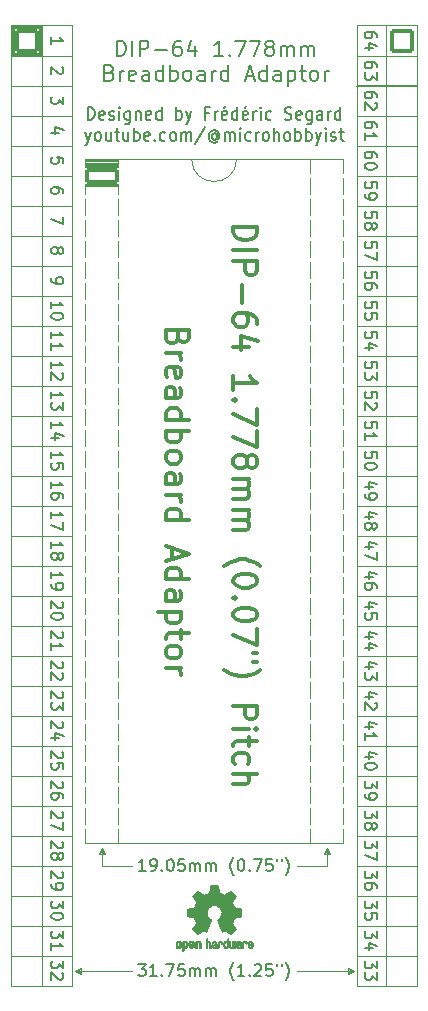
<source format=gto>
G04 #@! TF.GenerationSoftware,KiCad,Pcbnew,(6.0.9)*
G04 #@! TF.CreationDate,2022-12-02T20:28:39-05:00*
G04 #@! TF.ProjectId,DIP 68 1.778mm adaptor,44495020-3638-4203-912e-3737386d6d20,rev?*
G04 #@! TF.SameCoordinates,Original*
G04 #@! TF.FileFunction,Legend,Top*
G04 #@! TF.FilePolarity,Positive*
%FSLAX46Y46*%
G04 Gerber Fmt 4.6, Leading zero omitted, Abs format (unit mm)*
G04 Created by KiCad (PCBNEW (6.0.9)) date 2022-12-02 20:28:39*
%MOMM*%
%LPD*%
G01*
G04 APERTURE LIST*
G04 Aperture macros list*
%AMRoundRect*
0 Rectangle with rounded corners*
0 $1 Rounding radius*
0 $2 $3 $4 $5 $6 $7 $8 $9 X,Y pos of 4 corners*
0 Add a 4 corners polygon primitive as box body*
4,1,4,$2,$3,$4,$5,$6,$7,$8,$9,$2,$3,0*
0 Add four circle primitives for the rounded corners*
1,1,$1+$1,$2,$3*
1,1,$1+$1,$4,$5*
1,1,$1+$1,$6,$7*
1,1,$1+$1,$8,$9*
0 Add four rect primitives between the rounded corners*
20,1,$1+$1,$2,$3,$4,$5,0*
20,1,$1+$1,$4,$5,$6,$7,0*
20,1,$1+$1,$6,$7,$8,$9,0*
20,1,$1+$1,$8,$9,$2,$3,0*%
G04 Aperture macros list end*
%ADD10C,0.120000*%
%ADD11C,0.400000*%
%ADD12C,0.150000*%
%ADD13C,0.300000*%
%ADD14C,0.180000*%
%ADD15C,0.010000*%
%ADD16RoundRect,0.200000X-1.270000X-0.508000X1.270000X-0.508000X1.270000X0.508000X-1.270000X0.508000X0*%
%ADD17O,2.940000X1.416000*%
%ADD18RoundRect,0.200000X-0.850000X-0.850000X0.850000X-0.850000X0.850000X0.850000X-0.850000X0.850000X0*%
%ADD19O,2.100000X2.100000*%
G04 APERTURE END LIST*
D10*
X144780000Y-118110000D02*
X139700000Y-118110000D01*
X110490000Y-54610000D02*
X115570000Y-54610000D01*
X110490000Y-97790000D02*
X115570000Y-97790000D01*
X115824000Y-124460000D02*
X116332000Y-124333000D01*
X110490000Y-100330000D02*
X115570000Y-100330000D01*
X110490000Y-115570000D02*
X115570000Y-115570000D01*
X144830800Y-46990000D02*
X139700000Y-46990000D01*
X113090000Y-46990000D02*
X113090000Y-44390000D01*
X144780000Y-72390000D02*
X139700000Y-72390000D01*
X110490000Y-107950000D02*
X115570000Y-107950000D01*
X116713000Y-56159400D02*
X119507000Y-56159400D01*
X136906000Y-114554000D02*
X137160000Y-114046000D01*
X117856000Y-114554000D02*
X118110000Y-114046000D01*
D11*
X110642400Y-46812200D02*
X112877600Y-46812200D01*
D10*
X110490000Y-57150000D02*
X115570000Y-57150000D01*
X110490000Y-87630000D02*
X115570000Y-87630000D01*
X116713000Y-57937400D02*
X119507000Y-57937400D01*
X144780000Y-120650000D02*
X139700000Y-120650000D01*
X144780000Y-67310000D02*
X139700000Y-67310000D01*
X144780000Y-107950000D02*
X139700000Y-107950000D01*
X116713000Y-56464200D02*
X119507000Y-56464200D01*
X144780000Y-77470000D02*
X139700000Y-77470000D01*
X144780000Y-100330000D02*
X139700000Y-100330000D01*
X144780000Y-74930000D02*
X139700000Y-74930000D01*
X110490000Y-49530000D02*
X115570000Y-49530000D01*
X138938000Y-124714000D02*
X139446000Y-124460000D01*
X134620000Y-115570000D02*
X137160000Y-115570000D01*
X116332000Y-124714000D02*
X116332000Y-124206000D01*
X134620000Y-124460000D02*
X139446000Y-124460000D01*
X118110000Y-114046000D02*
X118364000Y-114554000D01*
X116332000Y-124206000D02*
X115824000Y-124460000D01*
X144780000Y-85090000D02*
X139700000Y-85090000D01*
X144780000Y-92710000D02*
X139700000Y-92710000D01*
X110490000Y-123190000D02*
X115570000Y-123190000D01*
X118110000Y-115570000D02*
X118110000Y-114046000D01*
D11*
X112877600Y-46812200D02*
X112877600Y-44577000D01*
D10*
X116332000Y-124587000D02*
X115824000Y-124460000D01*
X139446000Y-124460000D02*
X138938000Y-124206000D01*
X110490000Y-105410000D02*
X115570000Y-105410000D01*
X139700000Y-44390000D02*
X139700000Y-125790000D01*
X144780000Y-115570000D02*
X139700000Y-115570000D01*
X110490000Y-59690000D02*
X115570000Y-59690000D01*
X144780000Y-87630000D02*
X139700000Y-87630000D01*
X110490000Y-64770000D02*
X115570000Y-64770000D01*
X144780000Y-80010000D02*
X139700000Y-80010000D01*
X144780000Y-95250000D02*
X139700000Y-95250000D01*
X118110000Y-114046000D02*
X118237000Y-114554000D01*
X116713000Y-57734200D02*
X119507000Y-57734200D01*
X118110000Y-114046000D02*
X117983000Y-114554000D01*
X110490000Y-95250000D02*
X115570000Y-95250000D01*
X115570000Y-44390000D02*
X115570000Y-125790000D01*
X142180000Y-45720000D02*
X142180000Y-46990000D01*
X137160000Y-114046000D02*
X137033000Y-114554000D01*
X110490000Y-62230000D02*
X115570000Y-62230000D01*
X110490000Y-67310000D02*
X115570000Y-67310000D01*
X144780000Y-62230000D02*
X139700000Y-62230000D01*
X138938000Y-124206000D02*
X139446000Y-124460000D01*
X113090000Y-44390000D02*
X115570000Y-44390000D01*
X144780000Y-113030000D02*
X139700000Y-113030000D01*
X144780000Y-105410000D02*
X139700000Y-105410000D01*
X144780000Y-54610000D02*
X139700000Y-54610000D01*
X110490000Y-120650000D02*
X115570000Y-120650000D01*
X144780000Y-52070000D02*
X139700000Y-52070000D01*
X116713000Y-56261000D02*
X119507000Y-56261000D01*
X110490000Y-82550000D02*
X115570000Y-82550000D01*
X139700000Y-44390000D02*
X144840000Y-44390000D01*
X137160000Y-115570000D02*
X137160000Y-114046000D01*
X116713000Y-56565800D02*
X119507000Y-56565800D01*
X110490000Y-77470000D02*
X115570000Y-77470000D01*
X110430000Y-46990000D02*
X110430000Y-45694600D01*
X119456200Y-57734200D02*
X119456200Y-56540400D01*
D12*
X112699800Y-46659800D02*
X112699800Y-44780200D01*
D10*
X137160000Y-114046000D02*
X137287000Y-114554000D01*
X118364000Y-114554000D02*
X117856000Y-114554000D01*
X110490000Y-52070000D02*
X115570000Y-52070000D01*
X110490000Y-110490000D02*
X115570000Y-110490000D01*
X144780000Y-110490000D02*
X139700000Y-110490000D01*
X116713000Y-55854600D02*
X119507000Y-55854600D01*
X110490000Y-80010000D02*
X115570000Y-80010000D01*
X139446000Y-124460000D02*
X138938000Y-124333000D01*
X116713000Y-57835800D02*
X119507000Y-57835800D01*
X137160000Y-114046000D02*
X137414000Y-114554000D01*
X144780000Y-82550000D02*
X139700000Y-82550000D01*
X142180000Y-125790000D02*
X139700000Y-125790000D01*
X110490000Y-69850000D02*
X115570000Y-69850000D01*
X110490000Y-85090000D02*
X115570000Y-85090000D01*
X116713000Y-56057800D02*
X119507000Y-56057800D01*
X144840000Y-46990000D02*
X144840000Y-44390000D01*
X115570000Y-46990000D02*
X113090000Y-46990000D01*
D12*
X144780000Y-49530000D02*
X139700000Y-49530000D01*
D10*
X144780000Y-97790000D02*
X139700000Y-97790000D01*
X116713000Y-55956200D02*
X119507000Y-55956200D01*
D11*
X112877600Y-44577000D02*
X110642400Y-44577000D01*
D10*
X116713000Y-56362600D02*
X119507000Y-56362600D01*
X110490000Y-92710000D02*
X115570000Y-92710000D01*
X138938000Y-124587000D02*
X139446000Y-124460000D01*
X116763800Y-57772300D02*
X116763800Y-56578500D01*
X144780000Y-64770000D02*
X139700000Y-64770000D01*
X116713000Y-58039000D02*
X119507000Y-58039000D01*
X113090000Y-125790000D02*
X115570000Y-125790000D01*
X111760000Y-44390000D02*
X113090000Y-44390000D01*
X110490000Y-72390000D02*
X115570000Y-72390000D01*
D12*
X110820200Y-44780200D02*
X110820200Y-46659800D01*
D10*
X144780000Y-90170000D02*
X139700000Y-90170000D01*
D12*
X110820200Y-46659800D02*
X112699800Y-46659800D01*
D11*
X110642400Y-44577000D02*
X110642400Y-46812200D01*
D10*
X110490000Y-74930000D02*
X115570000Y-74930000D01*
X144780000Y-69850000D02*
X139700000Y-69850000D01*
X110490000Y-102870000D02*
X115570000Y-102870000D01*
X120650000Y-124460000D02*
X115824000Y-124460000D01*
X144780000Y-59690000D02*
X139700000Y-59690000D01*
X120650000Y-115570000D02*
X118110000Y-115570000D01*
D12*
X112699800Y-44780200D02*
X110820200Y-44780200D01*
D10*
X144780000Y-57150000D02*
X139700000Y-57150000D01*
X110490000Y-118110000D02*
X115570000Y-118110000D01*
X115824000Y-124460000D02*
X116332000Y-124714000D01*
X138938000Y-124714000D02*
X138938000Y-124206000D01*
X110490000Y-113030000D02*
X115570000Y-113030000D01*
X137414000Y-114554000D02*
X136906000Y-114554000D01*
X144780000Y-123190000D02*
X139700000Y-123190000D01*
X110490000Y-90170000D02*
X115570000Y-90170000D01*
X144780000Y-102870000D02*
X139700000Y-102870000D01*
D12*
X114752380Y-110998095D02*
X114800000Y-111045714D01*
X114847619Y-111140952D01*
X114847619Y-111379047D01*
X114800000Y-111474285D01*
X114752380Y-111521904D01*
X114657142Y-111569523D01*
X114561904Y-111569523D01*
X114419047Y-111521904D01*
X113847619Y-110950476D01*
X113847619Y-111569523D01*
X114847619Y-111902857D02*
X114847619Y-112569523D01*
X113847619Y-112140952D01*
X114847619Y-123650476D02*
X114847619Y-124269523D01*
X114466666Y-123936190D01*
X114466666Y-124079047D01*
X114419047Y-124174285D01*
X114371428Y-124221904D01*
X114276190Y-124269523D01*
X114038095Y-124269523D01*
X113942857Y-124221904D01*
X113895238Y-124174285D01*
X113847619Y-124079047D01*
X113847619Y-123793333D01*
X113895238Y-123698095D01*
X113942857Y-123650476D01*
X114752380Y-124650476D02*
X114800000Y-124698095D01*
X114847619Y-124793333D01*
X114847619Y-125031428D01*
X114800000Y-125126666D01*
X114752380Y-125174285D01*
X114657142Y-125221904D01*
X114561904Y-125221904D01*
X114419047Y-125174285D01*
X113847619Y-124602857D01*
X113847619Y-125221904D01*
X141390619Y-75961904D02*
X141390619Y-75485714D01*
X140914428Y-75438095D01*
X140962047Y-75485714D01*
X141009666Y-75580952D01*
X141009666Y-75819047D01*
X140962047Y-75914285D01*
X140914428Y-75961904D01*
X140819190Y-76009523D01*
X140581095Y-76009523D01*
X140485857Y-75961904D01*
X140438238Y-75914285D01*
X140390619Y-75819047D01*
X140390619Y-75580952D01*
X140438238Y-75485714D01*
X140485857Y-75438095D01*
X141295380Y-76390476D02*
X141343000Y-76438095D01*
X141390619Y-76533333D01*
X141390619Y-76771428D01*
X141343000Y-76866666D01*
X141295380Y-76914285D01*
X141200142Y-76961904D01*
X141104904Y-76961904D01*
X140962047Y-76914285D01*
X140390619Y-76342857D01*
X140390619Y-76961904D01*
X114847619Y-118570476D02*
X114847619Y-119189523D01*
X114466666Y-118856190D01*
X114466666Y-118999047D01*
X114419047Y-119094285D01*
X114371428Y-119141904D01*
X114276190Y-119189523D01*
X114038095Y-119189523D01*
X113942857Y-119141904D01*
X113895238Y-119094285D01*
X113847619Y-118999047D01*
X113847619Y-118713333D01*
X113895238Y-118618095D01*
X113942857Y-118570476D01*
X114847619Y-119808571D02*
X114847619Y-119903809D01*
X114800000Y-119999047D01*
X114752380Y-120046666D01*
X114657142Y-120094285D01*
X114466666Y-120141904D01*
X114228571Y-120141904D01*
X114038095Y-120094285D01*
X113942857Y-120046666D01*
X113895238Y-119999047D01*
X113847619Y-119903809D01*
X113847619Y-119808571D01*
X113895238Y-119713333D01*
X113942857Y-119665714D01*
X114038095Y-119618095D01*
X114228571Y-119570476D01*
X114466666Y-119570476D01*
X114657142Y-119618095D01*
X114752380Y-119665714D01*
X114800000Y-119713333D01*
X114847619Y-119808571D01*
X141057285Y-91154285D02*
X140390619Y-91154285D01*
X141438238Y-90916190D02*
X140723952Y-90678095D01*
X140723952Y-91297142D01*
X141390619Y-92106666D02*
X141390619Y-91916190D01*
X141343000Y-91820952D01*
X141295380Y-91773333D01*
X141152523Y-91678095D01*
X140962047Y-91630476D01*
X140581095Y-91630476D01*
X140485857Y-91678095D01*
X140438238Y-91725714D01*
X140390619Y-91820952D01*
X140390619Y-92011428D01*
X140438238Y-92106666D01*
X140485857Y-92154285D01*
X140581095Y-92201904D01*
X140819190Y-92201904D01*
X140914428Y-92154285D01*
X140962047Y-92106666D01*
X141009666Y-92011428D01*
X141009666Y-91820952D01*
X140962047Y-91725714D01*
X140914428Y-91678095D01*
X140819190Y-91630476D01*
X116944523Y-52444119D02*
X116944523Y-51344119D01*
X117182619Y-51344119D01*
X117325476Y-51396500D01*
X117420714Y-51501261D01*
X117468333Y-51606023D01*
X117515952Y-51815547D01*
X117515952Y-51972690D01*
X117468333Y-52182214D01*
X117420714Y-52286976D01*
X117325476Y-52391738D01*
X117182619Y-52444119D01*
X116944523Y-52444119D01*
X118325476Y-52391738D02*
X118230238Y-52444119D01*
X118039761Y-52444119D01*
X117944523Y-52391738D01*
X117896904Y-52286976D01*
X117896904Y-51867928D01*
X117944523Y-51763166D01*
X118039761Y-51710785D01*
X118230238Y-51710785D01*
X118325476Y-51763166D01*
X118373095Y-51867928D01*
X118373095Y-51972690D01*
X117896904Y-52077452D01*
X118754047Y-52391738D02*
X118849285Y-52444119D01*
X119039761Y-52444119D01*
X119135000Y-52391738D01*
X119182619Y-52286976D01*
X119182619Y-52234595D01*
X119135000Y-52129833D01*
X119039761Y-52077452D01*
X118896904Y-52077452D01*
X118801666Y-52025071D01*
X118754047Y-51920309D01*
X118754047Y-51867928D01*
X118801666Y-51763166D01*
X118896904Y-51710785D01*
X119039761Y-51710785D01*
X119135000Y-51763166D01*
X119611190Y-52444119D02*
X119611190Y-51710785D01*
X119611190Y-51344119D02*
X119563571Y-51396500D01*
X119611190Y-51448880D01*
X119658809Y-51396500D01*
X119611190Y-51344119D01*
X119611190Y-51448880D01*
X120515952Y-51710785D02*
X120515952Y-52601261D01*
X120468333Y-52706023D01*
X120420714Y-52758404D01*
X120325476Y-52810785D01*
X120182619Y-52810785D01*
X120087380Y-52758404D01*
X120515952Y-52391738D02*
X120420714Y-52444119D01*
X120230238Y-52444119D01*
X120135000Y-52391738D01*
X120087380Y-52339357D01*
X120039761Y-52234595D01*
X120039761Y-51920309D01*
X120087380Y-51815547D01*
X120135000Y-51763166D01*
X120230238Y-51710785D01*
X120420714Y-51710785D01*
X120515952Y-51763166D01*
X120992142Y-51710785D02*
X120992142Y-52444119D01*
X120992142Y-51815547D02*
X121039761Y-51763166D01*
X121135000Y-51710785D01*
X121277857Y-51710785D01*
X121373095Y-51763166D01*
X121420714Y-51867928D01*
X121420714Y-52444119D01*
X122277857Y-52391738D02*
X122182619Y-52444119D01*
X121992142Y-52444119D01*
X121896904Y-52391738D01*
X121849285Y-52286976D01*
X121849285Y-51867928D01*
X121896904Y-51763166D01*
X121992142Y-51710785D01*
X122182619Y-51710785D01*
X122277857Y-51763166D01*
X122325476Y-51867928D01*
X122325476Y-51972690D01*
X121849285Y-52077452D01*
X123182619Y-52444119D02*
X123182619Y-51344119D01*
X123182619Y-52391738D02*
X123087380Y-52444119D01*
X122896904Y-52444119D01*
X122801666Y-52391738D01*
X122754047Y-52339357D01*
X122706428Y-52234595D01*
X122706428Y-51920309D01*
X122754047Y-51815547D01*
X122801666Y-51763166D01*
X122896904Y-51710785D01*
X123087380Y-51710785D01*
X123182619Y-51763166D01*
X124420714Y-52444119D02*
X124420714Y-51344119D01*
X124420714Y-51763166D02*
X124515952Y-51710785D01*
X124706428Y-51710785D01*
X124801666Y-51763166D01*
X124849285Y-51815547D01*
X124896904Y-51920309D01*
X124896904Y-52234595D01*
X124849285Y-52339357D01*
X124801666Y-52391738D01*
X124706428Y-52444119D01*
X124515952Y-52444119D01*
X124420714Y-52391738D01*
X125230238Y-51710785D02*
X125468333Y-52444119D01*
X125706428Y-51710785D02*
X125468333Y-52444119D01*
X125373095Y-52706023D01*
X125325476Y-52758404D01*
X125230238Y-52810785D01*
X127182619Y-51867928D02*
X126849285Y-51867928D01*
X126849285Y-52444119D02*
X126849285Y-51344119D01*
X127325476Y-51344119D01*
X127706428Y-52444119D02*
X127706428Y-51710785D01*
X127706428Y-51920309D02*
X127754047Y-51815547D01*
X127801666Y-51763166D01*
X127896904Y-51710785D01*
X127992142Y-51710785D01*
X128706428Y-52391738D02*
X128611190Y-52444119D01*
X128420714Y-52444119D01*
X128325476Y-52391738D01*
X128277857Y-52286976D01*
X128277857Y-51867928D01*
X128325476Y-51763166D01*
X128420714Y-51710785D01*
X128611190Y-51710785D01*
X128706428Y-51763166D01*
X128754047Y-51867928D01*
X128754047Y-51972690D01*
X128277857Y-52077452D01*
X128611190Y-51291738D02*
X128468333Y-51448880D01*
X129611190Y-52444119D02*
X129611190Y-51344119D01*
X129611190Y-52391738D02*
X129515952Y-52444119D01*
X129325476Y-52444119D01*
X129230238Y-52391738D01*
X129182619Y-52339357D01*
X129135000Y-52234595D01*
X129135000Y-51920309D01*
X129182619Y-51815547D01*
X129230238Y-51763166D01*
X129325476Y-51710785D01*
X129515952Y-51710785D01*
X129611190Y-51763166D01*
X130468333Y-52391738D02*
X130373095Y-52444119D01*
X130182619Y-52444119D01*
X130087380Y-52391738D01*
X130039761Y-52286976D01*
X130039761Y-51867928D01*
X130087380Y-51763166D01*
X130182619Y-51710785D01*
X130373095Y-51710785D01*
X130468333Y-51763166D01*
X130515952Y-51867928D01*
X130515952Y-51972690D01*
X130039761Y-52077452D01*
X130373095Y-51291738D02*
X130230238Y-51448880D01*
X130944523Y-52444119D02*
X130944523Y-51710785D01*
X130944523Y-51920309D02*
X130992142Y-51815547D01*
X131039761Y-51763166D01*
X131135000Y-51710785D01*
X131230238Y-51710785D01*
X131563571Y-52444119D02*
X131563571Y-51710785D01*
X131563571Y-51344119D02*
X131515952Y-51396500D01*
X131563571Y-51448880D01*
X131611190Y-51396500D01*
X131563571Y-51344119D01*
X131563571Y-51448880D01*
X132468333Y-52391738D02*
X132373095Y-52444119D01*
X132182619Y-52444119D01*
X132087380Y-52391738D01*
X132039761Y-52339357D01*
X131992142Y-52234595D01*
X131992142Y-51920309D01*
X132039761Y-51815547D01*
X132087380Y-51763166D01*
X132182619Y-51710785D01*
X132373095Y-51710785D01*
X132468333Y-51763166D01*
X133611190Y-52391738D02*
X133754047Y-52444119D01*
X133992142Y-52444119D01*
X134087380Y-52391738D01*
X134135000Y-52339357D01*
X134182619Y-52234595D01*
X134182619Y-52129833D01*
X134135000Y-52025071D01*
X134087380Y-51972690D01*
X133992142Y-51920309D01*
X133801666Y-51867928D01*
X133706428Y-51815547D01*
X133658809Y-51763166D01*
X133611190Y-51658404D01*
X133611190Y-51553642D01*
X133658809Y-51448880D01*
X133706428Y-51396500D01*
X133801666Y-51344119D01*
X134039761Y-51344119D01*
X134182619Y-51396500D01*
X134992142Y-52391738D02*
X134896904Y-52444119D01*
X134706428Y-52444119D01*
X134611190Y-52391738D01*
X134563571Y-52286976D01*
X134563571Y-51867928D01*
X134611190Y-51763166D01*
X134706428Y-51710785D01*
X134896904Y-51710785D01*
X134992142Y-51763166D01*
X135039761Y-51867928D01*
X135039761Y-51972690D01*
X134563571Y-52077452D01*
X135896904Y-51710785D02*
X135896904Y-52601261D01*
X135849285Y-52706023D01*
X135801666Y-52758404D01*
X135706428Y-52810785D01*
X135563571Y-52810785D01*
X135468333Y-52758404D01*
X135896904Y-52391738D02*
X135801666Y-52444119D01*
X135611190Y-52444119D01*
X135515952Y-52391738D01*
X135468333Y-52339357D01*
X135420714Y-52234595D01*
X135420714Y-51920309D01*
X135468333Y-51815547D01*
X135515952Y-51763166D01*
X135611190Y-51710785D01*
X135801666Y-51710785D01*
X135896904Y-51763166D01*
X136801666Y-52444119D02*
X136801666Y-51867928D01*
X136754047Y-51763166D01*
X136658809Y-51710785D01*
X136468333Y-51710785D01*
X136373095Y-51763166D01*
X136801666Y-52391738D02*
X136706428Y-52444119D01*
X136468333Y-52444119D01*
X136373095Y-52391738D01*
X136325476Y-52286976D01*
X136325476Y-52182214D01*
X136373095Y-52077452D01*
X136468333Y-52025071D01*
X136706428Y-52025071D01*
X136801666Y-51972690D01*
X137277857Y-52444119D02*
X137277857Y-51710785D01*
X137277857Y-51920309D02*
X137325476Y-51815547D01*
X137373095Y-51763166D01*
X137468333Y-51710785D01*
X137563571Y-51710785D01*
X138325476Y-52444119D02*
X138325476Y-51344119D01*
X138325476Y-52391738D02*
X138230238Y-52444119D01*
X138039761Y-52444119D01*
X137944523Y-52391738D01*
X137896904Y-52339357D01*
X137849285Y-52234595D01*
X137849285Y-51920309D01*
X137896904Y-51815547D01*
X137944523Y-51763166D01*
X138039761Y-51710785D01*
X138230238Y-51710785D01*
X138325476Y-51763166D01*
X116706428Y-53481785D02*
X116944523Y-54215119D01*
X117182619Y-53481785D02*
X116944523Y-54215119D01*
X116849285Y-54477023D01*
X116801666Y-54529404D01*
X116706428Y-54581785D01*
X117706428Y-54215119D02*
X117611190Y-54162738D01*
X117563571Y-54110357D01*
X117515952Y-54005595D01*
X117515952Y-53691309D01*
X117563571Y-53586547D01*
X117611190Y-53534166D01*
X117706428Y-53481785D01*
X117849285Y-53481785D01*
X117944523Y-53534166D01*
X117992142Y-53586547D01*
X118039761Y-53691309D01*
X118039761Y-54005595D01*
X117992142Y-54110357D01*
X117944523Y-54162738D01*
X117849285Y-54215119D01*
X117706428Y-54215119D01*
X118896904Y-53481785D02*
X118896904Y-54215119D01*
X118468333Y-53481785D02*
X118468333Y-54057976D01*
X118515952Y-54162738D01*
X118611190Y-54215119D01*
X118754047Y-54215119D01*
X118849285Y-54162738D01*
X118896904Y-54110357D01*
X119230238Y-53481785D02*
X119611190Y-53481785D01*
X119373095Y-53115119D02*
X119373095Y-54057976D01*
X119420714Y-54162738D01*
X119515952Y-54215119D01*
X119611190Y-54215119D01*
X120373095Y-53481785D02*
X120373095Y-54215119D01*
X119944523Y-53481785D02*
X119944523Y-54057976D01*
X119992142Y-54162738D01*
X120087380Y-54215119D01*
X120230238Y-54215119D01*
X120325476Y-54162738D01*
X120373095Y-54110357D01*
X120849285Y-54215119D02*
X120849285Y-53115119D01*
X120849285Y-53534166D02*
X120944523Y-53481785D01*
X121135000Y-53481785D01*
X121230238Y-53534166D01*
X121277857Y-53586547D01*
X121325476Y-53691309D01*
X121325476Y-54005595D01*
X121277857Y-54110357D01*
X121230238Y-54162738D01*
X121135000Y-54215119D01*
X120944523Y-54215119D01*
X120849285Y-54162738D01*
X122135000Y-54162738D02*
X122039761Y-54215119D01*
X121849285Y-54215119D01*
X121754047Y-54162738D01*
X121706428Y-54057976D01*
X121706428Y-53638928D01*
X121754047Y-53534166D01*
X121849285Y-53481785D01*
X122039761Y-53481785D01*
X122135000Y-53534166D01*
X122182619Y-53638928D01*
X122182619Y-53743690D01*
X121706428Y-53848452D01*
X122611190Y-54110357D02*
X122658809Y-54162738D01*
X122611190Y-54215119D01*
X122563571Y-54162738D01*
X122611190Y-54110357D01*
X122611190Y-54215119D01*
X123515952Y-54162738D02*
X123420714Y-54215119D01*
X123230238Y-54215119D01*
X123135000Y-54162738D01*
X123087380Y-54110357D01*
X123039761Y-54005595D01*
X123039761Y-53691309D01*
X123087380Y-53586547D01*
X123135000Y-53534166D01*
X123230238Y-53481785D01*
X123420714Y-53481785D01*
X123515952Y-53534166D01*
X124087380Y-54215119D02*
X123992142Y-54162738D01*
X123944523Y-54110357D01*
X123896904Y-54005595D01*
X123896904Y-53691309D01*
X123944523Y-53586547D01*
X123992142Y-53534166D01*
X124087380Y-53481785D01*
X124230238Y-53481785D01*
X124325476Y-53534166D01*
X124373095Y-53586547D01*
X124420714Y-53691309D01*
X124420714Y-54005595D01*
X124373095Y-54110357D01*
X124325476Y-54162738D01*
X124230238Y-54215119D01*
X124087380Y-54215119D01*
X124849285Y-54215119D02*
X124849285Y-53481785D01*
X124849285Y-53586547D02*
X124896904Y-53534166D01*
X124992142Y-53481785D01*
X125135000Y-53481785D01*
X125230238Y-53534166D01*
X125277857Y-53638928D01*
X125277857Y-54215119D01*
X125277857Y-53638928D02*
X125325476Y-53534166D01*
X125420714Y-53481785D01*
X125563571Y-53481785D01*
X125658809Y-53534166D01*
X125706428Y-53638928D01*
X125706428Y-54215119D01*
X126896904Y-53062738D02*
X126039761Y-54477023D01*
X127849285Y-53691309D02*
X127801666Y-53638928D01*
X127706428Y-53586547D01*
X127611190Y-53586547D01*
X127515952Y-53638928D01*
X127468333Y-53691309D01*
X127420714Y-53796071D01*
X127420714Y-53900833D01*
X127468333Y-54005595D01*
X127515952Y-54057976D01*
X127611190Y-54110357D01*
X127706428Y-54110357D01*
X127801666Y-54057976D01*
X127849285Y-54005595D01*
X127849285Y-53586547D02*
X127849285Y-54005595D01*
X127896904Y-54057976D01*
X127944523Y-54057976D01*
X128039761Y-54005595D01*
X128087380Y-53900833D01*
X128087380Y-53638928D01*
X127992142Y-53481785D01*
X127849285Y-53377023D01*
X127658809Y-53324642D01*
X127468333Y-53377023D01*
X127325476Y-53481785D01*
X127230238Y-53638928D01*
X127182619Y-53848452D01*
X127230238Y-54057976D01*
X127325476Y-54215119D01*
X127468333Y-54319880D01*
X127658809Y-54372261D01*
X127849285Y-54319880D01*
X127992142Y-54215119D01*
X128515952Y-54215119D02*
X128515952Y-53481785D01*
X128515952Y-53586547D02*
X128563571Y-53534166D01*
X128658809Y-53481785D01*
X128801666Y-53481785D01*
X128896904Y-53534166D01*
X128944523Y-53638928D01*
X128944523Y-54215119D01*
X128944523Y-53638928D02*
X128992142Y-53534166D01*
X129087380Y-53481785D01*
X129230238Y-53481785D01*
X129325476Y-53534166D01*
X129373095Y-53638928D01*
X129373095Y-54215119D01*
X129849285Y-54215119D02*
X129849285Y-53481785D01*
X129849285Y-53115119D02*
X129801666Y-53167500D01*
X129849285Y-53219880D01*
X129896904Y-53167500D01*
X129849285Y-53115119D01*
X129849285Y-53219880D01*
X130754047Y-54162738D02*
X130658809Y-54215119D01*
X130468333Y-54215119D01*
X130373095Y-54162738D01*
X130325476Y-54110357D01*
X130277857Y-54005595D01*
X130277857Y-53691309D01*
X130325476Y-53586547D01*
X130373095Y-53534166D01*
X130468333Y-53481785D01*
X130658809Y-53481785D01*
X130754047Y-53534166D01*
X131182619Y-54215119D02*
X131182619Y-53481785D01*
X131182619Y-53691309D02*
X131230238Y-53586547D01*
X131277857Y-53534166D01*
X131373095Y-53481785D01*
X131468333Y-53481785D01*
X131944523Y-54215119D02*
X131849285Y-54162738D01*
X131801666Y-54110357D01*
X131754047Y-54005595D01*
X131754047Y-53691309D01*
X131801666Y-53586547D01*
X131849285Y-53534166D01*
X131944523Y-53481785D01*
X132087380Y-53481785D01*
X132182619Y-53534166D01*
X132230238Y-53586547D01*
X132277857Y-53691309D01*
X132277857Y-54005595D01*
X132230238Y-54110357D01*
X132182619Y-54162738D01*
X132087380Y-54215119D01*
X131944523Y-54215119D01*
X132706428Y-54215119D02*
X132706428Y-53115119D01*
X133135000Y-54215119D02*
X133135000Y-53638928D01*
X133087380Y-53534166D01*
X132992142Y-53481785D01*
X132849285Y-53481785D01*
X132754047Y-53534166D01*
X132706428Y-53586547D01*
X133754047Y-54215119D02*
X133658809Y-54162738D01*
X133611190Y-54110357D01*
X133563571Y-54005595D01*
X133563571Y-53691309D01*
X133611190Y-53586547D01*
X133658809Y-53534166D01*
X133754047Y-53481785D01*
X133896904Y-53481785D01*
X133992142Y-53534166D01*
X134039761Y-53586547D01*
X134087380Y-53691309D01*
X134087380Y-54005595D01*
X134039761Y-54110357D01*
X133992142Y-54162738D01*
X133896904Y-54215119D01*
X133754047Y-54215119D01*
X134515952Y-54215119D02*
X134515952Y-53115119D01*
X134515952Y-53534166D02*
X134611190Y-53481785D01*
X134801666Y-53481785D01*
X134896904Y-53534166D01*
X134944523Y-53586547D01*
X134992142Y-53691309D01*
X134992142Y-54005595D01*
X134944523Y-54110357D01*
X134896904Y-54162738D01*
X134801666Y-54215119D01*
X134611190Y-54215119D01*
X134515952Y-54162738D01*
X135420714Y-54215119D02*
X135420714Y-53115119D01*
X135420714Y-53534166D02*
X135515952Y-53481785D01*
X135706428Y-53481785D01*
X135801666Y-53534166D01*
X135849285Y-53586547D01*
X135896904Y-53691309D01*
X135896904Y-54005595D01*
X135849285Y-54110357D01*
X135801666Y-54162738D01*
X135706428Y-54215119D01*
X135515952Y-54215119D01*
X135420714Y-54162738D01*
X136230238Y-53481785D02*
X136468333Y-54215119D01*
X136706428Y-53481785D02*
X136468333Y-54215119D01*
X136373095Y-54477023D01*
X136325476Y-54529404D01*
X136230238Y-54581785D01*
X137087380Y-54215119D02*
X137087380Y-53481785D01*
X137087380Y-53115119D02*
X137039761Y-53167500D01*
X137087380Y-53219880D01*
X137135000Y-53167500D01*
X137087380Y-53115119D01*
X137087380Y-53219880D01*
X137515952Y-54162738D02*
X137611190Y-54215119D01*
X137801666Y-54215119D01*
X137896904Y-54162738D01*
X137944523Y-54057976D01*
X137944523Y-54005595D01*
X137896904Y-53900833D01*
X137801666Y-53848452D01*
X137658809Y-53848452D01*
X137563571Y-53796071D01*
X137515952Y-53691309D01*
X137515952Y-53638928D01*
X137563571Y-53534166D01*
X137658809Y-53481785D01*
X137801666Y-53481785D01*
X137896904Y-53534166D01*
X138230238Y-53481785D02*
X138611190Y-53481785D01*
X138373095Y-53115119D02*
X138373095Y-54057976D01*
X138420714Y-54162738D01*
X138515952Y-54215119D01*
X138611190Y-54215119D01*
X141390619Y-123650476D02*
X141390619Y-124269523D01*
X141009666Y-123936190D01*
X141009666Y-124079047D01*
X140962047Y-124174285D01*
X140914428Y-124221904D01*
X140819190Y-124269523D01*
X140581095Y-124269523D01*
X140485857Y-124221904D01*
X140438238Y-124174285D01*
X140390619Y-124079047D01*
X140390619Y-123793333D01*
X140438238Y-123698095D01*
X140485857Y-123650476D01*
X141390619Y-124602857D02*
X141390619Y-125221904D01*
X141009666Y-124888571D01*
X141009666Y-125031428D01*
X140962047Y-125126666D01*
X140914428Y-125174285D01*
X140819190Y-125221904D01*
X140581095Y-125221904D01*
X140485857Y-125174285D01*
X140438238Y-125126666D01*
X140390619Y-125031428D01*
X140390619Y-124745714D01*
X140438238Y-124650476D01*
X140485857Y-124602857D01*
X114752380Y-113538095D02*
X114800000Y-113585714D01*
X114847619Y-113680952D01*
X114847619Y-113919047D01*
X114800000Y-114014285D01*
X114752380Y-114061904D01*
X114657142Y-114109523D01*
X114561904Y-114109523D01*
X114419047Y-114061904D01*
X113847619Y-113490476D01*
X113847619Y-114109523D01*
X114419047Y-114680952D02*
X114466666Y-114585714D01*
X114514285Y-114538095D01*
X114609523Y-114490476D01*
X114657142Y-114490476D01*
X114752380Y-114538095D01*
X114800000Y-114585714D01*
X114847619Y-114680952D01*
X114847619Y-114871428D01*
X114800000Y-114966666D01*
X114752380Y-115014285D01*
X114657142Y-115061904D01*
X114609523Y-115061904D01*
X114514285Y-115014285D01*
X114466666Y-114966666D01*
X114419047Y-114871428D01*
X114419047Y-114680952D01*
X114371428Y-114585714D01*
X114323809Y-114538095D01*
X114228571Y-114490476D01*
X114038095Y-114490476D01*
X113942857Y-114538095D01*
X113895238Y-114585714D01*
X113847619Y-114680952D01*
X113847619Y-114871428D01*
X113895238Y-114966666D01*
X113942857Y-115014285D01*
X114038095Y-115061904D01*
X114228571Y-115061904D01*
X114323809Y-115014285D01*
X114371428Y-114966666D01*
X114419047Y-114871428D01*
X114847619Y-56118095D02*
X114847619Y-55641904D01*
X114371428Y-55594285D01*
X114419047Y-55641904D01*
X114466666Y-55737142D01*
X114466666Y-55975238D01*
X114419047Y-56070476D01*
X114371428Y-56118095D01*
X114276190Y-56165714D01*
X114038095Y-56165714D01*
X113942857Y-56118095D01*
X113895238Y-56070476D01*
X113847619Y-55975238D01*
X113847619Y-55737142D01*
X113895238Y-55641904D01*
X113942857Y-55594285D01*
X141390619Y-63261904D02*
X141390619Y-62785714D01*
X140914428Y-62738095D01*
X140962047Y-62785714D01*
X141009666Y-62880952D01*
X141009666Y-63119047D01*
X140962047Y-63214285D01*
X140914428Y-63261904D01*
X140819190Y-63309523D01*
X140581095Y-63309523D01*
X140485857Y-63261904D01*
X140438238Y-63214285D01*
X140390619Y-63119047D01*
X140390619Y-62880952D01*
X140438238Y-62785714D01*
X140485857Y-62738095D01*
X141390619Y-63642857D02*
X141390619Y-64309523D01*
X140390619Y-63880952D01*
X141390619Y-53054285D02*
X141390619Y-52863809D01*
X141343000Y-52768571D01*
X141295380Y-52720952D01*
X141152523Y-52625714D01*
X140962047Y-52578095D01*
X140581095Y-52578095D01*
X140485857Y-52625714D01*
X140438238Y-52673333D01*
X140390619Y-52768571D01*
X140390619Y-52959047D01*
X140438238Y-53054285D01*
X140485857Y-53101904D01*
X140581095Y-53149523D01*
X140819190Y-53149523D01*
X140914428Y-53101904D01*
X140962047Y-53054285D01*
X141009666Y-52959047D01*
X141009666Y-52768571D01*
X140962047Y-52673333D01*
X140914428Y-52625714D01*
X140819190Y-52578095D01*
X140390619Y-54101904D02*
X140390619Y-53530476D01*
X140390619Y-53816190D02*
X141390619Y-53816190D01*
X141247761Y-53720952D01*
X141152523Y-53625714D01*
X141104904Y-53530476D01*
X113847619Y-81089523D02*
X113847619Y-80518095D01*
X113847619Y-80803809D02*
X114847619Y-80803809D01*
X114704761Y-80708571D01*
X114609523Y-80613333D01*
X114561904Y-80518095D01*
X114847619Y-81994285D02*
X114847619Y-81518095D01*
X114371428Y-81470476D01*
X114419047Y-81518095D01*
X114466666Y-81613333D01*
X114466666Y-81851428D01*
X114419047Y-81946666D01*
X114371428Y-81994285D01*
X114276190Y-82041904D01*
X114038095Y-82041904D01*
X113942857Y-81994285D01*
X113895238Y-81946666D01*
X113847619Y-81851428D01*
X113847619Y-81613333D01*
X113895238Y-81518095D01*
X113942857Y-81470476D01*
X114514285Y-53530476D02*
X113847619Y-53530476D01*
X114895238Y-53292380D02*
X114180952Y-53054285D01*
X114180952Y-53673333D01*
X141390619Y-45434285D02*
X141390619Y-45243809D01*
X141343000Y-45148571D01*
X141295380Y-45100952D01*
X141152523Y-45005714D01*
X140962047Y-44958095D01*
X140581095Y-44958095D01*
X140485857Y-45005714D01*
X140438238Y-45053333D01*
X140390619Y-45148571D01*
X140390619Y-45339047D01*
X140438238Y-45434285D01*
X140485857Y-45481904D01*
X140581095Y-45529523D01*
X140819190Y-45529523D01*
X140914428Y-45481904D01*
X140962047Y-45434285D01*
X141009666Y-45339047D01*
X141009666Y-45148571D01*
X140962047Y-45053333D01*
X140914428Y-45005714D01*
X140819190Y-44958095D01*
X141057285Y-46386666D02*
X140390619Y-46386666D01*
X141438238Y-46148571D02*
X140723952Y-45910476D01*
X140723952Y-46529523D01*
X113847619Y-46005714D02*
X113847619Y-45434285D01*
X113847619Y-45720000D02*
X114847619Y-45720000D01*
X114704761Y-45624761D01*
X114609523Y-45529523D01*
X114561904Y-45434285D01*
X141390619Y-68341904D02*
X141390619Y-67865714D01*
X140914428Y-67818095D01*
X140962047Y-67865714D01*
X141009666Y-67960952D01*
X141009666Y-68199047D01*
X140962047Y-68294285D01*
X140914428Y-68341904D01*
X140819190Y-68389523D01*
X140581095Y-68389523D01*
X140485857Y-68341904D01*
X140438238Y-68294285D01*
X140390619Y-68199047D01*
X140390619Y-67960952D01*
X140438238Y-67865714D01*
X140485857Y-67818095D01*
X141390619Y-69294285D02*
X141390619Y-68818095D01*
X140914428Y-68770476D01*
X140962047Y-68818095D01*
X141009666Y-68913333D01*
X141009666Y-69151428D01*
X140962047Y-69246666D01*
X140914428Y-69294285D01*
X140819190Y-69341904D01*
X140581095Y-69341904D01*
X140485857Y-69294285D01*
X140438238Y-69246666D01*
X140390619Y-69151428D01*
X140390619Y-68913333D01*
X140438238Y-68818095D01*
X140485857Y-68770476D01*
X113847619Y-91249523D02*
X113847619Y-90678095D01*
X113847619Y-90963809D02*
X114847619Y-90963809D01*
X114704761Y-90868571D01*
X114609523Y-90773333D01*
X114561904Y-90678095D01*
X113847619Y-91725714D02*
X113847619Y-91916190D01*
X113895238Y-92011428D01*
X113942857Y-92059047D01*
X114085714Y-92154285D01*
X114276190Y-92201904D01*
X114657142Y-92201904D01*
X114752380Y-92154285D01*
X114800000Y-92106666D01*
X114847619Y-92011428D01*
X114847619Y-91820952D01*
X114800000Y-91725714D01*
X114752380Y-91678095D01*
X114657142Y-91630476D01*
X114419047Y-91630476D01*
X114323809Y-91678095D01*
X114276190Y-91725714D01*
X114228571Y-91820952D01*
X114228571Y-92011428D01*
X114276190Y-92106666D01*
X114323809Y-92154285D01*
X114419047Y-92201904D01*
X141390619Y-60721904D02*
X141390619Y-60245714D01*
X140914428Y-60198095D01*
X140962047Y-60245714D01*
X141009666Y-60340952D01*
X141009666Y-60579047D01*
X140962047Y-60674285D01*
X140914428Y-60721904D01*
X140819190Y-60769523D01*
X140581095Y-60769523D01*
X140485857Y-60721904D01*
X140438238Y-60674285D01*
X140390619Y-60579047D01*
X140390619Y-60340952D01*
X140438238Y-60245714D01*
X140485857Y-60198095D01*
X140962047Y-61340952D02*
X141009666Y-61245714D01*
X141057285Y-61198095D01*
X141152523Y-61150476D01*
X141200142Y-61150476D01*
X141295380Y-61198095D01*
X141343000Y-61245714D01*
X141390619Y-61340952D01*
X141390619Y-61531428D01*
X141343000Y-61626666D01*
X141295380Y-61674285D01*
X141200142Y-61721904D01*
X141152523Y-61721904D01*
X141057285Y-61674285D01*
X141009666Y-61626666D01*
X140962047Y-61531428D01*
X140962047Y-61340952D01*
X140914428Y-61245714D01*
X140866809Y-61198095D01*
X140771571Y-61150476D01*
X140581095Y-61150476D01*
X140485857Y-61198095D01*
X140438238Y-61245714D01*
X140390619Y-61340952D01*
X140390619Y-61531428D01*
X140438238Y-61626666D01*
X140485857Y-61674285D01*
X140581095Y-61721904D01*
X140771571Y-61721904D01*
X140866809Y-61674285D01*
X140914428Y-61626666D01*
X140962047Y-61531428D01*
X141390619Y-65801904D02*
X141390619Y-65325714D01*
X140914428Y-65278095D01*
X140962047Y-65325714D01*
X141009666Y-65420952D01*
X141009666Y-65659047D01*
X140962047Y-65754285D01*
X140914428Y-65801904D01*
X140819190Y-65849523D01*
X140581095Y-65849523D01*
X140485857Y-65801904D01*
X140438238Y-65754285D01*
X140390619Y-65659047D01*
X140390619Y-65420952D01*
X140438238Y-65325714D01*
X140485857Y-65278095D01*
X141390619Y-66706666D02*
X141390619Y-66516190D01*
X141343000Y-66420952D01*
X141295380Y-66373333D01*
X141152523Y-66278095D01*
X140962047Y-66230476D01*
X140581095Y-66230476D01*
X140485857Y-66278095D01*
X140438238Y-66325714D01*
X140390619Y-66420952D01*
X140390619Y-66611428D01*
X140438238Y-66706666D01*
X140485857Y-66754285D01*
X140581095Y-66801904D01*
X140819190Y-66801904D01*
X140914428Y-66754285D01*
X140962047Y-66706666D01*
X141009666Y-66611428D01*
X141009666Y-66420952D01*
X140962047Y-66325714D01*
X140914428Y-66278095D01*
X140819190Y-66230476D01*
X141390619Y-50514285D02*
X141390619Y-50323809D01*
X141343000Y-50228571D01*
X141295380Y-50180952D01*
X141152523Y-50085714D01*
X140962047Y-50038095D01*
X140581095Y-50038095D01*
X140485857Y-50085714D01*
X140438238Y-50133333D01*
X140390619Y-50228571D01*
X140390619Y-50419047D01*
X140438238Y-50514285D01*
X140485857Y-50561904D01*
X140581095Y-50609523D01*
X140819190Y-50609523D01*
X140914428Y-50561904D01*
X140962047Y-50514285D01*
X141009666Y-50419047D01*
X141009666Y-50228571D01*
X140962047Y-50133333D01*
X140914428Y-50085714D01*
X140819190Y-50038095D01*
X141295380Y-50990476D02*
X141343000Y-51038095D01*
X141390619Y-51133333D01*
X141390619Y-51371428D01*
X141343000Y-51466666D01*
X141295380Y-51514285D01*
X141200142Y-51561904D01*
X141104904Y-51561904D01*
X140962047Y-51514285D01*
X140390619Y-50942857D01*
X140390619Y-51561904D01*
X114752380Y-95758095D02*
X114800000Y-95805714D01*
X114847619Y-95900952D01*
X114847619Y-96139047D01*
X114800000Y-96234285D01*
X114752380Y-96281904D01*
X114657142Y-96329523D01*
X114561904Y-96329523D01*
X114419047Y-96281904D01*
X113847619Y-95710476D01*
X113847619Y-96329523D01*
X113847619Y-97281904D02*
X113847619Y-96710476D01*
X113847619Y-96996190D02*
X114847619Y-96996190D01*
X114704761Y-96900952D01*
X114609523Y-96805714D01*
X114561904Y-96710476D01*
X141390619Y-47974285D02*
X141390619Y-47783809D01*
X141343000Y-47688571D01*
X141295380Y-47640952D01*
X141152523Y-47545714D01*
X140962047Y-47498095D01*
X140581095Y-47498095D01*
X140485857Y-47545714D01*
X140438238Y-47593333D01*
X140390619Y-47688571D01*
X140390619Y-47879047D01*
X140438238Y-47974285D01*
X140485857Y-48021904D01*
X140581095Y-48069523D01*
X140819190Y-48069523D01*
X140914428Y-48021904D01*
X140962047Y-47974285D01*
X141009666Y-47879047D01*
X141009666Y-47688571D01*
X140962047Y-47593333D01*
X140914428Y-47545714D01*
X140819190Y-47498095D01*
X141390619Y-48402857D02*
X141390619Y-49021904D01*
X141009666Y-48688571D01*
X141009666Y-48831428D01*
X140962047Y-48926666D01*
X140914428Y-48974285D01*
X140819190Y-49021904D01*
X140581095Y-49021904D01*
X140485857Y-48974285D01*
X140438238Y-48926666D01*
X140390619Y-48831428D01*
X140390619Y-48545714D01*
X140438238Y-48450476D01*
X140485857Y-48402857D01*
X114752380Y-116078095D02*
X114800000Y-116125714D01*
X114847619Y-116220952D01*
X114847619Y-116459047D01*
X114800000Y-116554285D01*
X114752380Y-116601904D01*
X114657142Y-116649523D01*
X114561904Y-116649523D01*
X114419047Y-116601904D01*
X113847619Y-116030476D01*
X113847619Y-116649523D01*
X113847619Y-117125714D02*
X113847619Y-117316190D01*
X113895238Y-117411428D01*
X113942857Y-117459047D01*
X114085714Y-117554285D01*
X114276190Y-117601904D01*
X114657142Y-117601904D01*
X114752380Y-117554285D01*
X114800000Y-117506666D01*
X114847619Y-117411428D01*
X114847619Y-117220952D01*
X114800000Y-117125714D01*
X114752380Y-117078095D01*
X114657142Y-117030476D01*
X114419047Y-117030476D01*
X114323809Y-117078095D01*
X114276190Y-117125714D01*
X114228571Y-117220952D01*
X114228571Y-117411428D01*
X114276190Y-117506666D01*
X114323809Y-117554285D01*
X114419047Y-117601904D01*
X141057285Y-101314285D02*
X140390619Y-101314285D01*
X141438238Y-101076190D02*
X140723952Y-100838095D01*
X140723952Y-101457142D01*
X141295380Y-101790476D02*
X141343000Y-101838095D01*
X141390619Y-101933333D01*
X141390619Y-102171428D01*
X141343000Y-102266666D01*
X141295380Y-102314285D01*
X141200142Y-102361904D01*
X141104904Y-102361904D01*
X140962047Y-102314285D01*
X140390619Y-101742857D01*
X140390619Y-102361904D01*
X141057285Y-93694285D02*
X140390619Y-93694285D01*
X141438238Y-93456190D02*
X140723952Y-93218095D01*
X140723952Y-93837142D01*
X141390619Y-94694285D02*
X141390619Y-94218095D01*
X140914428Y-94170476D01*
X140962047Y-94218095D01*
X141009666Y-94313333D01*
X141009666Y-94551428D01*
X140962047Y-94646666D01*
X140914428Y-94694285D01*
X140819190Y-94741904D01*
X140581095Y-94741904D01*
X140485857Y-94694285D01*
X140438238Y-94646666D01*
X140390619Y-94551428D01*
X140390619Y-94313333D01*
X140438238Y-94218095D01*
X140485857Y-94170476D01*
X141057285Y-103854285D02*
X140390619Y-103854285D01*
X141438238Y-103616190D02*
X140723952Y-103378095D01*
X140723952Y-103997142D01*
X140390619Y-104901904D02*
X140390619Y-104330476D01*
X140390619Y-104616190D02*
X141390619Y-104616190D01*
X141247761Y-104520952D01*
X141152523Y-104425714D01*
X141104904Y-104330476D01*
X113847619Y-86169523D02*
X113847619Y-85598095D01*
X113847619Y-85883809D02*
X114847619Y-85883809D01*
X114704761Y-85788571D01*
X114609523Y-85693333D01*
X114561904Y-85598095D01*
X114847619Y-86502857D02*
X114847619Y-87169523D01*
X113847619Y-86740952D01*
X113847619Y-83629523D02*
X113847619Y-83058095D01*
X113847619Y-83343809D02*
X114847619Y-83343809D01*
X114704761Y-83248571D01*
X114609523Y-83153333D01*
X114561904Y-83058095D01*
X114847619Y-84486666D02*
X114847619Y-84296190D01*
X114800000Y-84200952D01*
X114752380Y-84153333D01*
X114609523Y-84058095D01*
X114419047Y-84010476D01*
X114038095Y-84010476D01*
X113942857Y-84058095D01*
X113895238Y-84105714D01*
X113847619Y-84200952D01*
X113847619Y-84391428D01*
X113895238Y-84486666D01*
X113942857Y-84534285D01*
X114038095Y-84581904D01*
X114276190Y-84581904D01*
X114371428Y-84534285D01*
X114419047Y-84486666D01*
X114466666Y-84391428D01*
X114466666Y-84200952D01*
X114419047Y-84105714D01*
X114371428Y-84058095D01*
X114276190Y-84010476D01*
X141057285Y-83534285D02*
X140390619Y-83534285D01*
X141438238Y-83296190D02*
X140723952Y-83058095D01*
X140723952Y-83677142D01*
X140390619Y-84105714D02*
X140390619Y-84296190D01*
X140438238Y-84391428D01*
X140485857Y-84439047D01*
X140628714Y-84534285D01*
X140819190Y-84581904D01*
X141200142Y-84581904D01*
X141295380Y-84534285D01*
X141343000Y-84486666D01*
X141390619Y-84391428D01*
X141390619Y-84200952D01*
X141343000Y-84105714D01*
X141295380Y-84058095D01*
X141200142Y-84010476D01*
X140962047Y-84010476D01*
X140866809Y-84058095D01*
X140819190Y-84105714D01*
X140771571Y-84200952D01*
X140771571Y-84391428D01*
X140819190Y-84486666D01*
X140866809Y-84534285D01*
X140962047Y-84581904D01*
X141390619Y-81041904D02*
X141390619Y-80565714D01*
X140914428Y-80518095D01*
X140962047Y-80565714D01*
X141009666Y-80660952D01*
X141009666Y-80899047D01*
X140962047Y-80994285D01*
X140914428Y-81041904D01*
X140819190Y-81089523D01*
X140581095Y-81089523D01*
X140485857Y-81041904D01*
X140438238Y-80994285D01*
X140390619Y-80899047D01*
X140390619Y-80660952D01*
X140438238Y-80565714D01*
X140485857Y-80518095D01*
X141390619Y-81708571D02*
X141390619Y-81803809D01*
X141343000Y-81899047D01*
X141295380Y-81946666D01*
X141200142Y-81994285D01*
X141009666Y-82041904D01*
X140771571Y-82041904D01*
X140581095Y-81994285D01*
X140485857Y-81946666D01*
X140438238Y-81899047D01*
X140390619Y-81803809D01*
X140390619Y-81708571D01*
X140438238Y-81613333D01*
X140485857Y-81565714D01*
X140581095Y-81518095D01*
X140771571Y-81470476D01*
X141009666Y-81470476D01*
X141200142Y-81518095D01*
X141295380Y-81565714D01*
X141343000Y-81613333D01*
X141390619Y-81708571D01*
X114752380Y-103378095D02*
X114800000Y-103425714D01*
X114847619Y-103520952D01*
X114847619Y-103759047D01*
X114800000Y-103854285D01*
X114752380Y-103901904D01*
X114657142Y-103949523D01*
X114561904Y-103949523D01*
X114419047Y-103901904D01*
X113847619Y-103330476D01*
X113847619Y-103949523D01*
X114514285Y-104806666D02*
X113847619Y-104806666D01*
X114895238Y-104568571D02*
X114180952Y-104330476D01*
X114180952Y-104949523D01*
X141057285Y-88614285D02*
X140390619Y-88614285D01*
X141438238Y-88376190D02*
X140723952Y-88138095D01*
X140723952Y-88757142D01*
X141390619Y-89042857D02*
X141390619Y-89709523D01*
X140390619Y-89280952D01*
X141390619Y-110950476D02*
X141390619Y-111569523D01*
X141009666Y-111236190D01*
X141009666Y-111379047D01*
X140962047Y-111474285D01*
X140914428Y-111521904D01*
X140819190Y-111569523D01*
X140581095Y-111569523D01*
X140485857Y-111521904D01*
X140438238Y-111474285D01*
X140390619Y-111379047D01*
X140390619Y-111093333D01*
X140438238Y-110998095D01*
X140485857Y-110950476D01*
X140962047Y-112140952D02*
X141009666Y-112045714D01*
X141057285Y-111998095D01*
X141152523Y-111950476D01*
X141200142Y-111950476D01*
X141295380Y-111998095D01*
X141343000Y-112045714D01*
X141390619Y-112140952D01*
X141390619Y-112331428D01*
X141343000Y-112426666D01*
X141295380Y-112474285D01*
X141200142Y-112521904D01*
X141152523Y-112521904D01*
X141057285Y-112474285D01*
X141009666Y-112426666D01*
X140962047Y-112331428D01*
X140962047Y-112140952D01*
X140914428Y-112045714D01*
X140866809Y-111998095D01*
X140771571Y-111950476D01*
X140581095Y-111950476D01*
X140485857Y-111998095D01*
X140438238Y-112045714D01*
X140390619Y-112140952D01*
X140390619Y-112331428D01*
X140438238Y-112426666D01*
X140485857Y-112474285D01*
X140581095Y-112521904D01*
X140771571Y-112521904D01*
X140866809Y-112474285D01*
X140914428Y-112426666D01*
X140962047Y-112331428D01*
X114847619Y-121110476D02*
X114847619Y-121729523D01*
X114466666Y-121396190D01*
X114466666Y-121539047D01*
X114419047Y-121634285D01*
X114371428Y-121681904D01*
X114276190Y-121729523D01*
X114038095Y-121729523D01*
X113942857Y-121681904D01*
X113895238Y-121634285D01*
X113847619Y-121539047D01*
X113847619Y-121253333D01*
X113895238Y-121158095D01*
X113942857Y-121110476D01*
X113847619Y-122681904D02*
X113847619Y-122110476D01*
X113847619Y-122396190D02*
X114847619Y-122396190D01*
X114704761Y-122300952D01*
X114609523Y-122205714D01*
X114561904Y-122110476D01*
X141057285Y-86074285D02*
X140390619Y-86074285D01*
X141438238Y-85836190D02*
X140723952Y-85598095D01*
X140723952Y-86217142D01*
X140962047Y-86740952D02*
X141009666Y-86645714D01*
X141057285Y-86598095D01*
X141152523Y-86550476D01*
X141200142Y-86550476D01*
X141295380Y-86598095D01*
X141343000Y-86645714D01*
X141390619Y-86740952D01*
X141390619Y-86931428D01*
X141343000Y-87026666D01*
X141295380Y-87074285D01*
X141200142Y-87121904D01*
X141152523Y-87121904D01*
X141057285Y-87074285D01*
X141009666Y-87026666D01*
X140962047Y-86931428D01*
X140962047Y-86740952D01*
X140914428Y-86645714D01*
X140866809Y-86598095D01*
X140771571Y-86550476D01*
X140581095Y-86550476D01*
X140485857Y-86598095D01*
X140438238Y-86645714D01*
X140390619Y-86740952D01*
X140390619Y-86931428D01*
X140438238Y-87026666D01*
X140485857Y-87074285D01*
X140581095Y-87121904D01*
X140771571Y-87121904D01*
X140866809Y-87074285D01*
X140914428Y-87026666D01*
X140962047Y-86931428D01*
X141390619Y-116030476D02*
X141390619Y-116649523D01*
X141009666Y-116316190D01*
X141009666Y-116459047D01*
X140962047Y-116554285D01*
X140914428Y-116601904D01*
X140819190Y-116649523D01*
X140581095Y-116649523D01*
X140485857Y-116601904D01*
X140438238Y-116554285D01*
X140390619Y-116459047D01*
X140390619Y-116173333D01*
X140438238Y-116078095D01*
X140485857Y-116030476D01*
X141390619Y-117506666D02*
X141390619Y-117316190D01*
X141343000Y-117220952D01*
X141295380Y-117173333D01*
X141152523Y-117078095D01*
X140962047Y-117030476D01*
X140581095Y-117030476D01*
X140485857Y-117078095D01*
X140438238Y-117125714D01*
X140390619Y-117220952D01*
X140390619Y-117411428D01*
X140438238Y-117506666D01*
X140485857Y-117554285D01*
X140581095Y-117601904D01*
X140819190Y-117601904D01*
X140914428Y-117554285D01*
X140962047Y-117506666D01*
X141009666Y-117411428D01*
X141009666Y-117220952D01*
X140962047Y-117125714D01*
X140914428Y-117078095D01*
X140819190Y-117030476D01*
X141390619Y-73421904D02*
X141390619Y-72945714D01*
X140914428Y-72898095D01*
X140962047Y-72945714D01*
X141009666Y-73040952D01*
X141009666Y-73279047D01*
X140962047Y-73374285D01*
X140914428Y-73421904D01*
X140819190Y-73469523D01*
X140581095Y-73469523D01*
X140485857Y-73421904D01*
X140438238Y-73374285D01*
X140390619Y-73279047D01*
X140390619Y-73040952D01*
X140438238Y-72945714D01*
X140485857Y-72898095D01*
X141390619Y-73802857D02*
X141390619Y-74421904D01*
X141009666Y-74088571D01*
X141009666Y-74231428D01*
X140962047Y-74326666D01*
X140914428Y-74374285D01*
X140819190Y-74421904D01*
X140581095Y-74421904D01*
X140485857Y-74374285D01*
X140438238Y-74326666D01*
X140390619Y-74231428D01*
X140390619Y-73945714D01*
X140438238Y-73850476D01*
X140485857Y-73802857D01*
X141057285Y-98774285D02*
X140390619Y-98774285D01*
X141438238Y-98536190D02*
X140723952Y-98298095D01*
X140723952Y-98917142D01*
X141390619Y-99202857D02*
X141390619Y-99821904D01*
X141009666Y-99488571D01*
X141009666Y-99631428D01*
X140962047Y-99726666D01*
X140914428Y-99774285D01*
X140819190Y-99821904D01*
X140581095Y-99821904D01*
X140485857Y-99774285D01*
X140438238Y-99726666D01*
X140390619Y-99631428D01*
X140390619Y-99345714D01*
X140438238Y-99250476D01*
X140485857Y-99202857D01*
X141390619Y-113490476D02*
X141390619Y-114109523D01*
X141009666Y-113776190D01*
X141009666Y-113919047D01*
X140962047Y-114014285D01*
X140914428Y-114061904D01*
X140819190Y-114109523D01*
X140581095Y-114109523D01*
X140485857Y-114061904D01*
X140438238Y-114014285D01*
X140390619Y-113919047D01*
X140390619Y-113633333D01*
X140438238Y-113538095D01*
X140485857Y-113490476D01*
X141390619Y-114442857D02*
X141390619Y-115109523D01*
X140390619Y-114680952D01*
X141390619Y-55594285D02*
X141390619Y-55403809D01*
X141343000Y-55308571D01*
X141295380Y-55260952D01*
X141152523Y-55165714D01*
X140962047Y-55118095D01*
X140581095Y-55118095D01*
X140485857Y-55165714D01*
X140438238Y-55213333D01*
X140390619Y-55308571D01*
X140390619Y-55499047D01*
X140438238Y-55594285D01*
X140485857Y-55641904D01*
X140581095Y-55689523D01*
X140819190Y-55689523D01*
X140914428Y-55641904D01*
X140962047Y-55594285D01*
X141009666Y-55499047D01*
X141009666Y-55308571D01*
X140962047Y-55213333D01*
X140914428Y-55165714D01*
X140819190Y-55118095D01*
X141390619Y-56308571D02*
X141390619Y-56403809D01*
X141343000Y-56499047D01*
X141295380Y-56546666D01*
X141200142Y-56594285D01*
X141009666Y-56641904D01*
X140771571Y-56641904D01*
X140581095Y-56594285D01*
X140485857Y-56546666D01*
X140438238Y-56499047D01*
X140390619Y-56403809D01*
X140390619Y-56308571D01*
X140438238Y-56213333D01*
X140485857Y-56165714D01*
X140581095Y-56118095D01*
X140771571Y-56070476D01*
X141009666Y-56070476D01*
X141200142Y-56118095D01*
X141295380Y-56165714D01*
X141343000Y-56213333D01*
X141390619Y-56308571D01*
X121206428Y-123912380D02*
X121825476Y-123912380D01*
X121492142Y-124293333D01*
X121635000Y-124293333D01*
X121730238Y-124340952D01*
X121777857Y-124388571D01*
X121825476Y-124483809D01*
X121825476Y-124721904D01*
X121777857Y-124817142D01*
X121730238Y-124864761D01*
X121635000Y-124912380D01*
X121349285Y-124912380D01*
X121254047Y-124864761D01*
X121206428Y-124817142D01*
X122777857Y-124912380D02*
X122206428Y-124912380D01*
X122492142Y-124912380D02*
X122492142Y-123912380D01*
X122396904Y-124055238D01*
X122301666Y-124150476D01*
X122206428Y-124198095D01*
X123206428Y-124817142D02*
X123254047Y-124864761D01*
X123206428Y-124912380D01*
X123158809Y-124864761D01*
X123206428Y-124817142D01*
X123206428Y-124912380D01*
X123587380Y-123912380D02*
X124254047Y-123912380D01*
X123825476Y-124912380D01*
X125111190Y-123912380D02*
X124635000Y-123912380D01*
X124587380Y-124388571D01*
X124635000Y-124340952D01*
X124730238Y-124293333D01*
X124968333Y-124293333D01*
X125063571Y-124340952D01*
X125111190Y-124388571D01*
X125158809Y-124483809D01*
X125158809Y-124721904D01*
X125111190Y-124817142D01*
X125063571Y-124864761D01*
X124968333Y-124912380D01*
X124730238Y-124912380D01*
X124635000Y-124864761D01*
X124587380Y-124817142D01*
X125587380Y-124912380D02*
X125587380Y-124245714D01*
X125587380Y-124340952D02*
X125635000Y-124293333D01*
X125730238Y-124245714D01*
X125873095Y-124245714D01*
X125968333Y-124293333D01*
X126015952Y-124388571D01*
X126015952Y-124912380D01*
X126015952Y-124388571D02*
X126063571Y-124293333D01*
X126158809Y-124245714D01*
X126301666Y-124245714D01*
X126396904Y-124293333D01*
X126444523Y-124388571D01*
X126444523Y-124912380D01*
X126920714Y-124912380D02*
X126920714Y-124245714D01*
X126920714Y-124340952D02*
X126968333Y-124293333D01*
X127063571Y-124245714D01*
X127206428Y-124245714D01*
X127301666Y-124293333D01*
X127349285Y-124388571D01*
X127349285Y-124912380D01*
X127349285Y-124388571D02*
X127396904Y-124293333D01*
X127492142Y-124245714D01*
X127635000Y-124245714D01*
X127730238Y-124293333D01*
X127777857Y-124388571D01*
X127777857Y-124912380D01*
X129301666Y-125293333D02*
X129254047Y-125245714D01*
X129158809Y-125102857D01*
X129111190Y-125007619D01*
X129063571Y-124864761D01*
X129015952Y-124626666D01*
X129015952Y-124436190D01*
X129063571Y-124198095D01*
X129111190Y-124055238D01*
X129158809Y-123960000D01*
X129254047Y-123817142D01*
X129301666Y-123769523D01*
X130206428Y-124912380D02*
X129635000Y-124912380D01*
X129920714Y-124912380D02*
X129920714Y-123912380D01*
X129825476Y-124055238D01*
X129730238Y-124150476D01*
X129635000Y-124198095D01*
X130635000Y-124817142D02*
X130682619Y-124864761D01*
X130635000Y-124912380D01*
X130587380Y-124864761D01*
X130635000Y-124817142D01*
X130635000Y-124912380D01*
X131063571Y-124007619D02*
X131111190Y-123960000D01*
X131206428Y-123912380D01*
X131444523Y-123912380D01*
X131539761Y-123960000D01*
X131587380Y-124007619D01*
X131635000Y-124102857D01*
X131635000Y-124198095D01*
X131587380Y-124340952D01*
X131015952Y-124912380D01*
X131635000Y-124912380D01*
X132539761Y-123912380D02*
X132063571Y-123912380D01*
X132015952Y-124388571D01*
X132063571Y-124340952D01*
X132158809Y-124293333D01*
X132396904Y-124293333D01*
X132492142Y-124340952D01*
X132539761Y-124388571D01*
X132587380Y-124483809D01*
X132587380Y-124721904D01*
X132539761Y-124817142D01*
X132492142Y-124864761D01*
X132396904Y-124912380D01*
X132158809Y-124912380D01*
X132063571Y-124864761D01*
X132015952Y-124817142D01*
X132968333Y-123912380D02*
X132968333Y-124102857D01*
X133349285Y-123912380D02*
X133349285Y-124102857D01*
X133682619Y-125293333D02*
X133730238Y-125245714D01*
X133825476Y-125102857D01*
X133873095Y-125007619D01*
X133920714Y-124864761D01*
X133968333Y-124626666D01*
X133968333Y-124436190D01*
X133920714Y-124198095D01*
X133873095Y-124055238D01*
X133825476Y-123960000D01*
X133730238Y-123817142D01*
X133682619Y-123769523D01*
X141390619Y-118570476D02*
X141390619Y-119189523D01*
X141009666Y-118856190D01*
X141009666Y-118999047D01*
X140962047Y-119094285D01*
X140914428Y-119141904D01*
X140819190Y-119189523D01*
X140581095Y-119189523D01*
X140485857Y-119141904D01*
X140438238Y-119094285D01*
X140390619Y-118999047D01*
X140390619Y-118713333D01*
X140438238Y-118618095D01*
X140485857Y-118570476D01*
X141390619Y-120094285D02*
X141390619Y-119618095D01*
X140914428Y-119570476D01*
X140962047Y-119618095D01*
X141009666Y-119713333D01*
X141009666Y-119951428D01*
X140962047Y-120046666D01*
X140914428Y-120094285D01*
X140819190Y-120141904D01*
X140581095Y-120141904D01*
X140485857Y-120094285D01*
X140438238Y-120046666D01*
X140390619Y-119951428D01*
X140390619Y-119713333D01*
X140438238Y-119618095D01*
X140485857Y-119570476D01*
X141390619Y-58181904D02*
X141390619Y-57705714D01*
X140914428Y-57658095D01*
X140962047Y-57705714D01*
X141009666Y-57800952D01*
X141009666Y-58039047D01*
X140962047Y-58134285D01*
X140914428Y-58181904D01*
X140819190Y-58229523D01*
X140581095Y-58229523D01*
X140485857Y-58181904D01*
X140438238Y-58134285D01*
X140390619Y-58039047D01*
X140390619Y-57800952D01*
X140438238Y-57705714D01*
X140485857Y-57658095D01*
X140390619Y-58705714D02*
X140390619Y-58896190D01*
X140438238Y-58991428D01*
X140485857Y-59039047D01*
X140628714Y-59134285D01*
X140819190Y-59181904D01*
X141200142Y-59181904D01*
X141295380Y-59134285D01*
X141343000Y-59086666D01*
X141390619Y-58991428D01*
X141390619Y-58800952D01*
X141343000Y-58705714D01*
X141295380Y-58658095D01*
X141200142Y-58610476D01*
X140962047Y-58610476D01*
X140866809Y-58658095D01*
X140819190Y-58705714D01*
X140771571Y-58800952D01*
X140771571Y-58991428D01*
X140819190Y-59086666D01*
X140866809Y-59134285D01*
X140962047Y-59181904D01*
X114419047Y-63404761D02*
X114466666Y-63309523D01*
X114514285Y-63261904D01*
X114609523Y-63214285D01*
X114657142Y-63214285D01*
X114752380Y-63261904D01*
X114800000Y-63309523D01*
X114847619Y-63404761D01*
X114847619Y-63595238D01*
X114800000Y-63690476D01*
X114752380Y-63738095D01*
X114657142Y-63785714D01*
X114609523Y-63785714D01*
X114514285Y-63738095D01*
X114466666Y-63690476D01*
X114419047Y-63595238D01*
X114419047Y-63404761D01*
X114371428Y-63309523D01*
X114323809Y-63261904D01*
X114228571Y-63214285D01*
X114038095Y-63214285D01*
X113942857Y-63261904D01*
X113895238Y-63309523D01*
X113847619Y-63404761D01*
X113847619Y-63595238D01*
X113895238Y-63690476D01*
X113942857Y-63738095D01*
X114038095Y-63785714D01*
X114228571Y-63785714D01*
X114323809Y-63738095D01*
X114371428Y-63690476D01*
X114419047Y-63595238D01*
X141390619Y-70881904D02*
X141390619Y-70405714D01*
X140914428Y-70358095D01*
X140962047Y-70405714D01*
X141009666Y-70500952D01*
X141009666Y-70739047D01*
X140962047Y-70834285D01*
X140914428Y-70881904D01*
X140819190Y-70929523D01*
X140581095Y-70929523D01*
X140485857Y-70881904D01*
X140438238Y-70834285D01*
X140390619Y-70739047D01*
X140390619Y-70500952D01*
X140438238Y-70405714D01*
X140485857Y-70358095D01*
X141057285Y-71786666D02*
X140390619Y-71786666D01*
X141438238Y-71548571D02*
X140723952Y-71310476D01*
X140723952Y-71929523D01*
X114752380Y-98298095D02*
X114800000Y-98345714D01*
X114847619Y-98440952D01*
X114847619Y-98679047D01*
X114800000Y-98774285D01*
X114752380Y-98821904D01*
X114657142Y-98869523D01*
X114561904Y-98869523D01*
X114419047Y-98821904D01*
X113847619Y-98250476D01*
X113847619Y-98869523D01*
X114752380Y-99250476D02*
X114800000Y-99298095D01*
X114847619Y-99393333D01*
X114847619Y-99631428D01*
X114800000Y-99726666D01*
X114752380Y-99774285D01*
X114657142Y-99821904D01*
X114561904Y-99821904D01*
X114419047Y-99774285D01*
X113847619Y-99202857D01*
X113847619Y-99821904D01*
X113847619Y-78549523D02*
X113847619Y-77978095D01*
X113847619Y-78263809D02*
X114847619Y-78263809D01*
X114704761Y-78168571D01*
X114609523Y-78073333D01*
X114561904Y-77978095D01*
X114514285Y-79406666D02*
X113847619Y-79406666D01*
X114895238Y-79168571D02*
X114180952Y-78930476D01*
X114180952Y-79549523D01*
X141390619Y-78501904D02*
X141390619Y-78025714D01*
X140914428Y-77978095D01*
X140962047Y-78025714D01*
X141009666Y-78120952D01*
X141009666Y-78359047D01*
X140962047Y-78454285D01*
X140914428Y-78501904D01*
X140819190Y-78549523D01*
X140581095Y-78549523D01*
X140485857Y-78501904D01*
X140438238Y-78454285D01*
X140390619Y-78359047D01*
X140390619Y-78120952D01*
X140438238Y-78025714D01*
X140485857Y-77978095D01*
X140390619Y-79501904D02*
X140390619Y-78930476D01*
X140390619Y-79216190D02*
X141390619Y-79216190D01*
X141247761Y-79120952D01*
X141152523Y-79025714D01*
X141104904Y-78930476D01*
X114847619Y-50466666D02*
X114847619Y-51085714D01*
X114466666Y-50752380D01*
X114466666Y-50895238D01*
X114419047Y-50990476D01*
X114371428Y-51038095D01*
X114276190Y-51085714D01*
X114038095Y-51085714D01*
X113942857Y-51038095D01*
X113895238Y-50990476D01*
X113847619Y-50895238D01*
X113847619Y-50609523D01*
X113895238Y-50514285D01*
X113942857Y-50466666D01*
X114847619Y-58610476D02*
X114847619Y-58420000D01*
X114800000Y-58324761D01*
X114752380Y-58277142D01*
X114609523Y-58181904D01*
X114419047Y-58134285D01*
X114038095Y-58134285D01*
X113942857Y-58181904D01*
X113895238Y-58229523D01*
X113847619Y-58324761D01*
X113847619Y-58515238D01*
X113895238Y-58610476D01*
X113942857Y-58658095D01*
X114038095Y-58705714D01*
X114276190Y-58705714D01*
X114371428Y-58658095D01*
X114419047Y-58610476D01*
X114466666Y-58515238D01*
X114466666Y-58324761D01*
X114419047Y-58229523D01*
X114371428Y-58181904D01*
X114276190Y-58134285D01*
X113847619Y-88709523D02*
X113847619Y-88138095D01*
X113847619Y-88423809D02*
X114847619Y-88423809D01*
X114704761Y-88328571D01*
X114609523Y-88233333D01*
X114561904Y-88138095D01*
X114419047Y-89280952D02*
X114466666Y-89185714D01*
X114514285Y-89138095D01*
X114609523Y-89090476D01*
X114657142Y-89090476D01*
X114752380Y-89138095D01*
X114800000Y-89185714D01*
X114847619Y-89280952D01*
X114847619Y-89471428D01*
X114800000Y-89566666D01*
X114752380Y-89614285D01*
X114657142Y-89661904D01*
X114609523Y-89661904D01*
X114514285Y-89614285D01*
X114466666Y-89566666D01*
X114419047Y-89471428D01*
X114419047Y-89280952D01*
X114371428Y-89185714D01*
X114323809Y-89138095D01*
X114228571Y-89090476D01*
X114038095Y-89090476D01*
X113942857Y-89138095D01*
X113895238Y-89185714D01*
X113847619Y-89280952D01*
X113847619Y-89471428D01*
X113895238Y-89566666D01*
X113942857Y-89614285D01*
X114038095Y-89661904D01*
X114228571Y-89661904D01*
X114323809Y-89614285D01*
X114371428Y-89566666D01*
X114419047Y-89471428D01*
X141390619Y-108410476D02*
X141390619Y-109029523D01*
X141009666Y-108696190D01*
X141009666Y-108839047D01*
X140962047Y-108934285D01*
X140914428Y-108981904D01*
X140819190Y-109029523D01*
X140581095Y-109029523D01*
X140485857Y-108981904D01*
X140438238Y-108934285D01*
X140390619Y-108839047D01*
X140390619Y-108553333D01*
X140438238Y-108458095D01*
X140485857Y-108410476D01*
X140390619Y-109505714D02*
X140390619Y-109696190D01*
X140438238Y-109791428D01*
X140485857Y-109839047D01*
X140628714Y-109934285D01*
X140819190Y-109981904D01*
X141200142Y-109981904D01*
X141295380Y-109934285D01*
X141343000Y-109886666D01*
X141390619Y-109791428D01*
X141390619Y-109600952D01*
X141343000Y-109505714D01*
X141295380Y-109458095D01*
X141200142Y-109410476D01*
X140962047Y-109410476D01*
X140866809Y-109458095D01*
X140819190Y-109505714D01*
X140771571Y-109600952D01*
X140771571Y-109791428D01*
X140819190Y-109886666D01*
X140866809Y-109934285D01*
X140962047Y-109981904D01*
X114752380Y-105918095D02*
X114800000Y-105965714D01*
X114847619Y-106060952D01*
X114847619Y-106299047D01*
X114800000Y-106394285D01*
X114752380Y-106441904D01*
X114657142Y-106489523D01*
X114561904Y-106489523D01*
X114419047Y-106441904D01*
X113847619Y-105870476D01*
X113847619Y-106489523D01*
X114847619Y-107394285D02*
X114847619Y-106918095D01*
X114371428Y-106870476D01*
X114419047Y-106918095D01*
X114466666Y-107013333D01*
X114466666Y-107251428D01*
X114419047Y-107346666D01*
X114371428Y-107394285D01*
X114276190Y-107441904D01*
X114038095Y-107441904D01*
X113942857Y-107394285D01*
X113895238Y-107346666D01*
X113847619Y-107251428D01*
X113847619Y-107013333D01*
X113895238Y-106918095D01*
X113942857Y-106870476D01*
X113847619Y-76009523D02*
X113847619Y-75438095D01*
X113847619Y-75723809D02*
X114847619Y-75723809D01*
X114704761Y-75628571D01*
X114609523Y-75533333D01*
X114561904Y-75438095D01*
X114847619Y-76342857D02*
X114847619Y-76961904D01*
X114466666Y-76628571D01*
X114466666Y-76771428D01*
X114419047Y-76866666D01*
X114371428Y-76914285D01*
X114276190Y-76961904D01*
X114038095Y-76961904D01*
X113942857Y-76914285D01*
X113895238Y-76866666D01*
X113847619Y-76771428D01*
X113847619Y-76485714D01*
X113895238Y-76390476D01*
X113942857Y-76342857D01*
X114752380Y-108458095D02*
X114800000Y-108505714D01*
X114847619Y-108600952D01*
X114847619Y-108839047D01*
X114800000Y-108934285D01*
X114752380Y-108981904D01*
X114657142Y-109029523D01*
X114561904Y-109029523D01*
X114419047Y-108981904D01*
X113847619Y-108410476D01*
X113847619Y-109029523D01*
X114847619Y-109886666D02*
X114847619Y-109696190D01*
X114800000Y-109600952D01*
X114752380Y-109553333D01*
X114609523Y-109458095D01*
X114419047Y-109410476D01*
X114038095Y-109410476D01*
X113942857Y-109458095D01*
X113895238Y-109505714D01*
X113847619Y-109600952D01*
X113847619Y-109791428D01*
X113895238Y-109886666D01*
X113942857Y-109934285D01*
X114038095Y-109981904D01*
X114276190Y-109981904D01*
X114371428Y-109934285D01*
X114419047Y-109886666D01*
X114466666Y-109791428D01*
X114466666Y-109600952D01*
X114419047Y-109505714D01*
X114371428Y-109458095D01*
X114276190Y-109410476D01*
X113847619Y-70929523D02*
X113847619Y-70358095D01*
X113847619Y-70643809D02*
X114847619Y-70643809D01*
X114704761Y-70548571D01*
X114609523Y-70453333D01*
X114561904Y-70358095D01*
X113847619Y-71881904D02*
X113847619Y-71310476D01*
X113847619Y-71596190D02*
X114847619Y-71596190D01*
X114704761Y-71500952D01*
X114609523Y-71405714D01*
X114561904Y-71310476D01*
X114752380Y-100838095D02*
X114800000Y-100885714D01*
X114847619Y-100980952D01*
X114847619Y-101219047D01*
X114800000Y-101314285D01*
X114752380Y-101361904D01*
X114657142Y-101409523D01*
X114561904Y-101409523D01*
X114419047Y-101361904D01*
X113847619Y-100790476D01*
X113847619Y-101409523D01*
X114847619Y-101742857D02*
X114847619Y-102361904D01*
X114466666Y-102028571D01*
X114466666Y-102171428D01*
X114419047Y-102266666D01*
X114371428Y-102314285D01*
X114276190Y-102361904D01*
X114038095Y-102361904D01*
X113942857Y-102314285D01*
X113895238Y-102266666D01*
X113847619Y-102171428D01*
X113847619Y-101885714D01*
X113895238Y-101790476D01*
X113942857Y-101742857D01*
X114847619Y-60626666D02*
X114847619Y-61293333D01*
X113847619Y-60864761D01*
X114752380Y-93218095D02*
X114800000Y-93265714D01*
X114847619Y-93360952D01*
X114847619Y-93599047D01*
X114800000Y-93694285D01*
X114752380Y-93741904D01*
X114657142Y-93789523D01*
X114561904Y-93789523D01*
X114419047Y-93741904D01*
X113847619Y-93170476D01*
X113847619Y-93789523D01*
X114847619Y-94408571D02*
X114847619Y-94503809D01*
X114800000Y-94599047D01*
X114752380Y-94646666D01*
X114657142Y-94694285D01*
X114466666Y-94741904D01*
X114228571Y-94741904D01*
X114038095Y-94694285D01*
X113942857Y-94646666D01*
X113895238Y-94599047D01*
X113847619Y-94503809D01*
X113847619Y-94408571D01*
X113895238Y-94313333D01*
X113942857Y-94265714D01*
X114038095Y-94218095D01*
X114228571Y-94170476D01*
X114466666Y-94170476D01*
X114657142Y-94218095D01*
X114752380Y-94265714D01*
X114800000Y-94313333D01*
X114847619Y-94408571D01*
X113847619Y-73469523D02*
X113847619Y-72898095D01*
X113847619Y-73183809D02*
X114847619Y-73183809D01*
X114704761Y-73088571D01*
X114609523Y-72993333D01*
X114561904Y-72898095D01*
X114752380Y-73850476D02*
X114800000Y-73898095D01*
X114847619Y-73993333D01*
X114847619Y-74231428D01*
X114800000Y-74326666D01*
X114752380Y-74374285D01*
X114657142Y-74421904D01*
X114561904Y-74421904D01*
X114419047Y-74374285D01*
X113847619Y-73802857D01*
X113847619Y-74421904D01*
X114752380Y-47974285D02*
X114800000Y-48021904D01*
X114847619Y-48117142D01*
X114847619Y-48355238D01*
X114800000Y-48450476D01*
X114752380Y-48498095D01*
X114657142Y-48545714D01*
X114561904Y-48545714D01*
X114419047Y-48498095D01*
X113847619Y-47926666D01*
X113847619Y-48545714D01*
X141057285Y-96234285D02*
X140390619Y-96234285D01*
X141438238Y-95996190D02*
X140723952Y-95758095D01*
X140723952Y-96377142D01*
X141057285Y-97186666D02*
X140390619Y-97186666D01*
X141438238Y-96948571D02*
X140723952Y-96710476D01*
X140723952Y-97329523D01*
D13*
X124577457Y-70874076D02*
X124482219Y-71159790D01*
X124386980Y-71255028D01*
X124196504Y-71350266D01*
X123910790Y-71350266D01*
X123720314Y-71255028D01*
X123625076Y-71159790D01*
X123529838Y-70969314D01*
X123529838Y-70207409D01*
X125529838Y-70207409D01*
X125529838Y-70874076D01*
X125434600Y-71064552D01*
X125339361Y-71159790D01*
X125148885Y-71255028D01*
X124958409Y-71255028D01*
X124767933Y-71159790D01*
X124672695Y-71064552D01*
X124577457Y-70874076D01*
X124577457Y-70207409D01*
X123529838Y-72207409D02*
X124863171Y-72207409D01*
X124482219Y-72207409D02*
X124672695Y-72302647D01*
X124767933Y-72397885D01*
X124863171Y-72588361D01*
X124863171Y-72778838D01*
X123625076Y-74207409D02*
X123529838Y-74016933D01*
X123529838Y-73635980D01*
X123625076Y-73445504D01*
X123815552Y-73350266D01*
X124577457Y-73350266D01*
X124767933Y-73445504D01*
X124863171Y-73635980D01*
X124863171Y-74016933D01*
X124767933Y-74207409D01*
X124577457Y-74302647D01*
X124386980Y-74302647D01*
X124196504Y-73350266D01*
X123529838Y-76016933D02*
X124577457Y-76016933D01*
X124767933Y-75921695D01*
X124863171Y-75731219D01*
X124863171Y-75350266D01*
X124767933Y-75159790D01*
X123625076Y-76016933D02*
X123529838Y-75826457D01*
X123529838Y-75350266D01*
X123625076Y-75159790D01*
X123815552Y-75064552D01*
X124006028Y-75064552D01*
X124196504Y-75159790D01*
X124291742Y-75350266D01*
X124291742Y-75826457D01*
X124386980Y-76016933D01*
X123529838Y-77826457D02*
X125529838Y-77826457D01*
X123625076Y-77826457D02*
X123529838Y-77635980D01*
X123529838Y-77255028D01*
X123625076Y-77064552D01*
X123720314Y-76969314D01*
X123910790Y-76874076D01*
X124482219Y-76874076D01*
X124672695Y-76969314D01*
X124767933Y-77064552D01*
X124863171Y-77255028D01*
X124863171Y-77635980D01*
X124767933Y-77826457D01*
X123529838Y-78778838D02*
X125529838Y-78778838D01*
X124767933Y-78778838D02*
X124863171Y-78969314D01*
X124863171Y-79350266D01*
X124767933Y-79540742D01*
X124672695Y-79635980D01*
X124482219Y-79731219D01*
X123910790Y-79731219D01*
X123720314Y-79635980D01*
X123625076Y-79540742D01*
X123529838Y-79350266D01*
X123529838Y-78969314D01*
X123625076Y-78778838D01*
X123529838Y-80874076D02*
X123625076Y-80683600D01*
X123720314Y-80588361D01*
X123910790Y-80493123D01*
X124482219Y-80493123D01*
X124672695Y-80588361D01*
X124767933Y-80683600D01*
X124863171Y-80874076D01*
X124863171Y-81159790D01*
X124767933Y-81350266D01*
X124672695Y-81445504D01*
X124482219Y-81540742D01*
X123910790Y-81540742D01*
X123720314Y-81445504D01*
X123625076Y-81350266D01*
X123529838Y-81159790D01*
X123529838Y-80874076D01*
X123529838Y-83255028D02*
X124577457Y-83255028D01*
X124767933Y-83159790D01*
X124863171Y-82969314D01*
X124863171Y-82588361D01*
X124767933Y-82397885D01*
X123625076Y-83255028D02*
X123529838Y-83064552D01*
X123529838Y-82588361D01*
X123625076Y-82397885D01*
X123815552Y-82302647D01*
X124006028Y-82302647D01*
X124196504Y-82397885D01*
X124291742Y-82588361D01*
X124291742Y-83064552D01*
X124386980Y-83255028D01*
X123529838Y-84207409D02*
X124863171Y-84207409D01*
X124482219Y-84207409D02*
X124672695Y-84302647D01*
X124767933Y-84397885D01*
X124863171Y-84588361D01*
X124863171Y-84778838D01*
X123529838Y-86302647D02*
X125529838Y-86302647D01*
X123625076Y-86302647D02*
X123529838Y-86112171D01*
X123529838Y-85731219D01*
X123625076Y-85540742D01*
X123720314Y-85445504D01*
X123910790Y-85350266D01*
X124482219Y-85350266D01*
X124672695Y-85445504D01*
X124767933Y-85540742D01*
X124863171Y-85731219D01*
X124863171Y-86112171D01*
X124767933Y-86302647D01*
X124101266Y-88683600D02*
X124101266Y-89635980D01*
X123529838Y-88493123D02*
X125529838Y-89159790D01*
X123529838Y-89826457D01*
X123529838Y-91350266D02*
X125529838Y-91350266D01*
X123625076Y-91350266D02*
X123529838Y-91159790D01*
X123529838Y-90778838D01*
X123625076Y-90588361D01*
X123720314Y-90493123D01*
X123910790Y-90397885D01*
X124482219Y-90397885D01*
X124672695Y-90493123D01*
X124767933Y-90588361D01*
X124863171Y-90778838D01*
X124863171Y-91159790D01*
X124767933Y-91350266D01*
X123529838Y-93159790D02*
X124577457Y-93159790D01*
X124767933Y-93064552D01*
X124863171Y-92874076D01*
X124863171Y-92493123D01*
X124767933Y-92302647D01*
X123625076Y-93159790D02*
X123529838Y-92969314D01*
X123529838Y-92493123D01*
X123625076Y-92302647D01*
X123815552Y-92207409D01*
X124006028Y-92207409D01*
X124196504Y-92302647D01*
X124291742Y-92493123D01*
X124291742Y-92969314D01*
X124386980Y-93159790D01*
X124863171Y-94112171D02*
X122863171Y-94112171D01*
X124767933Y-94112171D02*
X124863171Y-94302647D01*
X124863171Y-94683600D01*
X124767933Y-94874076D01*
X124672695Y-94969314D01*
X124482219Y-95064552D01*
X123910790Y-95064552D01*
X123720314Y-94969314D01*
X123625076Y-94874076D01*
X123529838Y-94683600D01*
X123529838Y-94302647D01*
X123625076Y-94112171D01*
X124863171Y-95635980D02*
X124863171Y-96397885D01*
X125529838Y-95921695D02*
X123815552Y-95921695D01*
X123625076Y-96016933D01*
X123529838Y-96207409D01*
X123529838Y-96397885D01*
X123529838Y-97350266D02*
X123625076Y-97159790D01*
X123720314Y-97064552D01*
X123910790Y-96969314D01*
X124482219Y-96969314D01*
X124672695Y-97064552D01*
X124767933Y-97159790D01*
X124863171Y-97350266D01*
X124863171Y-97635980D01*
X124767933Y-97826457D01*
X124672695Y-97921695D01*
X124482219Y-98016933D01*
X123910790Y-98016933D01*
X123720314Y-97921695D01*
X123625076Y-97826457D01*
X123529838Y-97635980D01*
X123529838Y-97350266D01*
X123529838Y-98874076D02*
X124863171Y-98874076D01*
X124482219Y-98874076D02*
X124672695Y-98969314D01*
X124767933Y-99064552D01*
X124863171Y-99255028D01*
X124863171Y-99445504D01*
X129270238Y-61470952D02*
X131270238Y-61470952D01*
X131270238Y-61947142D01*
X131175000Y-62232857D01*
X130984523Y-62423333D01*
X130794047Y-62518571D01*
X130413095Y-62613809D01*
X130127380Y-62613809D01*
X129746428Y-62518571D01*
X129555952Y-62423333D01*
X129365476Y-62232857D01*
X129270238Y-61947142D01*
X129270238Y-61470952D01*
X129270238Y-63470952D02*
X131270238Y-63470952D01*
X129270238Y-64423333D02*
X131270238Y-64423333D01*
X131270238Y-65185238D01*
X131175000Y-65375714D01*
X131079761Y-65470952D01*
X130889285Y-65566190D01*
X130603571Y-65566190D01*
X130413095Y-65470952D01*
X130317857Y-65375714D01*
X130222619Y-65185238D01*
X130222619Y-64423333D01*
X130032142Y-66423333D02*
X130032142Y-67947142D01*
X131270238Y-69756666D02*
X131270238Y-69375714D01*
X131175000Y-69185238D01*
X131079761Y-69090000D01*
X130794047Y-68899523D01*
X130413095Y-68804285D01*
X129651190Y-68804285D01*
X129460714Y-68899523D01*
X129365476Y-68994761D01*
X129270238Y-69185238D01*
X129270238Y-69566190D01*
X129365476Y-69756666D01*
X129460714Y-69851904D01*
X129651190Y-69947142D01*
X130127380Y-69947142D01*
X130317857Y-69851904D01*
X130413095Y-69756666D01*
X130508333Y-69566190D01*
X130508333Y-69185238D01*
X130413095Y-68994761D01*
X130317857Y-68899523D01*
X130127380Y-68804285D01*
X130603571Y-71661428D02*
X129270238Y-71661428D01*
X131365476Y-71185238D02*
X129936904Y-70709047D01*
X129936904Y-71947142D01*
X129270238Y-75280476D02*
X129270238Y-74137619D01*
X129270238Y-74709047D02*
X131270238Y-74709047D01*
X130984523Y-74518571D01*
X130794047Y-74328095D01*
X130698809Y-74137619D01*
X129460714Y-76137619D02*
X129365476Y-76232857D01*
X129270238Y-76137619D01*
X129365476Y-76042380D01*
X129460714Y-76137619D01*
X129270238Y-76137619D01*
X131270238Y-76899523D02*
X131270238Y-78232857D01*
X129270238Y-77375714D01*
X131270238Y-78804285D02*
X131270238Y-80137619D01*
X129270238Y-79280476D01*
X130413095Y-81185238D02*
X130508333Y-80994761D01*
X130603571Y-80899523D01*
X130794047Y-80804285D01*
X130889285Y-80804285D01*
X131079761Y-80899523D01*
X131175000Y-80994761D01*
X131270238Y-81185238D01*
X131270238Y-81566190D01*
X131175000Y-81756666D01*
X131079761Y-81851904D01*
X130889285Y-81947142D01*
X130794047Y-81947142D01*
X130603571Y-81851904D01*
X130508333Y-81756666D01*
X130413095Y-81566190D01*
X130413095Y-81185238D01*
X130317857Y-80994761D01*
X130222619Y-80899523D01*
X130032142Y-80804285D01*
X129651190Y-80804285D01*
X129460714Y-80899523D01*
X129365476Y-80994761D01*
X129270238Y-81185238D01*
X129270238Y-81566190D01*
X129365476Y-81756666D01*
X129460714Y-81851904D01*
X129651190Y-81947142D01*
X130032142Y-81947142D01*
X130222619Y-81851904D01*
X130317857Y-81756666D01*
X130413095Y-81566190D01*
X129270238Y-82804285D02*
X130603571Y-82804285D01*
X130413095Y-82804285D02*
X130508333Y-82899523D01*
X130603571Y-83090000D01*
X130603571Y-83375714D01*
X130508333Y-83566190D01*
X130317857Y-83661428D01*
X129270238Y-83661428D01*
X130317857Y-83661428D02*
X130508333Y-83756666D01*
X130603571Y-83947142D01*
X130603571Y-84232857D01*
X130508333Y-84423333D01*
X130317857Y-84518571D01*
X129270238Y-84518571D01*
X129270238Y-85470952D02*
X130603571Y-85470952D01*
X130413095Y-85470952D02*
X130508333Y-85566190D01*
X130603571Y-85756666D01*
X130603571Y-86042380D01*
X130508333Y-86232857D01*
X130317857Y-86328095D01*
X129270238Y-86328095D01*
X130317857Y-86328095D02*
X130508333Y-86423333D01*
X130603571Y-86613809D01*
X130603571Y-86899523D01*
X130508333Y-87090000D01*
X130317857Y-87185238D01*
X129270238Y-87185238D01*
X128508333Y-90232857D02*
X128603571Y-90137619D01*
X128889285Y-89947142D01*
X129079761Y-89851904D01*
X129365476Y-89756666D01*
X129841666Y-89661428D01*
X130222619Y-89661428D01*
X130698809Y-89756666D01*
X130984523Y-89851904D01*
X131175000Y-89947142D01*
X131460714Y-90137619D01*
X131555952Y-90232857D01*
X131270238Y-91375714D02*
X131270238Y-91566190D01*
X131175000Y-91756666D01*
X131079761Y-91851904D01*
X130889285Y-91947142D01*
X130508333Y-92042380D01*
X130032142Y-92042380D01*
X129651190Y-91947142D01*
X129460714Y-91851904D01*
X129365476Y-91756666D01*
X129270238Y-91566190D01*
X129270238Y-91375714D01*
X129365476Y-91185238D01*
X129460714Y-91090000D01*
X129651190Y-90994761D01*
X130032142Y-90899523D01*
X130508333Y-90899523D01*
X130889285Y-90994761D01*
X131079761Y-91090000D01*
X131175000Y-91185238D01*
X131270238Y-91375714D01*
X129460714Y-92899523D02*
X129365476Y-92994761D01*
X129270238Y-92899523D01*
X129365476Y-92804285D01*
X129460714Y-92899523D01*
X129270238Y-92899523D01*
X131270238Y-94232857D02*
X131270238Y-94423333D01*
X131175000Y-94613809D01*
X131079761Y-94709047D01*
X130889285Y-94804285D01*
X130508333Y-94899523D01*
X130032142Y-94899523D01*
X129651190Y-94804285D01*
X129460714Y-94709047D01*
X129365476Y-94613809D01*
X129270238Y-94423333D01*
X129270238Y-94232857D01*
X129365476Y-94042380D01*
X129460714Y-93947142D01*
X129651190Y-93851904D01*
X130032142Y-93756666D01*
X130508333Y-93756666D01*
X130889285Y-93851904D01*
X131079761Y-93947142D01*
X131175000Y-94042380D01*
X131270238Y-94232857D01*
X131270238Y-95566190D02*
X131270238Y-96899523D01*
X129270238Y-96042380D01*
X131270238Y-97566190D02*
X130889285Y-97566190D01*
X131270238Y-98328095D02*
X130889285Y-98328095D01*
X128508333Y-98994761D02*
X128603571Y-99090000D01*
X128889285Y-99280476D01*
X129079761Y-99375714D01*
X129365476Y-99470952D01*
X129841666Y-99566190D01*
X130222619Y-99566190D01*
X130698809Y-99470952D01*
X130984523Y-99375714D01*
X131175000Y-99280476D01*
X131460714Y-99090000D01*
X131555952Y-98994761D01*
X129270238Y-102042380D02*
X131270238Y-102042380D01*
X131270238Y-102804285D01*
X131175000Y-102994761D01*
X131079761Y-103090000D01*
X130889285Y-103185238D01*
X130603571Y-103185238D01*
X130413095Y-103090000D01*
X130317857Y-102994761D01*
X130222619Y-102804285D01*
X130222619Y-102042380D01*
X129270238Y-104042380D02*
X130603571Y-104042380D01*
X131270238Y-104042380D02*
X131175000Y-103947142D01*
X131079761Y-104042380D01*
X131175000Y-104137619D01*
X131270238Y-104042380D01*
X131079761Y-104042380D01*
X130603571Y-104709047D02*
X130603571Y-105470952D01*
X131270238Y-104994761D02*
X129555952Y-104994761D01*
X129365476Y-105090000D01*
X129270238Y-105280476D01*
X129270238Y-105470952D01*
X129365476Y-106994761D02*
X129270238Y-106804285D01*
X129270238Y-106423333D01*
X129365476Y-106232857D01*
X129460714Y-106137619D01*
X129651190Y-106042380D01*
X130222619Y-106042380D01*
X130413095Y-106137619D01*
X130508333Y-106232857D01*
X130603571Y-106423333D01*
X130603571Y-106804285D01*
X130508333Y-106994761D01*
X129270238Y-107851904D02*
X131270238Y-107851904D01*
X129270238Y-108709047D02*
X130317857Y-108709047D01*
X130508333Y-108613809D01*
X130603571Y-108423333D01*
X130603571Y-108137619D01*
X130508333Y-107947142D01*
X130413095Y-107851904D01*
D12*
X141390619Y-121110476D02*
X141390619Y-121729523D01*
X141009666Y-121396190D01*
X141009666Y-121539047D01*
X140962047Y-121634285D01*
X140914428Y-121681904D01*
X140819190Y-121729523D01*
X140581095Y-121729523D01*
X140485857Y-121681904D01*
X140438238Y-121634285D01*
X140390619Y-121539047D01*
X140390619Y-121253333D01*
X140438238Y-121158095D01*
X140485857Y-121110476D01*
X141057285Y-122586666D02*
X140390619Y-122586666D01*
X141438238Y-122348571D02*
X140723952Y-122110476D01*
X140723952Y-122729523D01*
X113847619Y-65849523D02*
X113847619Y-66040000D01*
X113895238Y-66135238D01*
X113942857Y-66182857D01*
X114085714Y-66278095D01*
X114276190Y-66325714D01*
X114657142Y-66325714D01*
X114752380Y-66278095D01*
X114800000Y-66230476D01*
X114847619Y-66135238D01*
X114847619Y-65944761D01*
X114800000Y-65849523D01*
X114752380Y-65801904D01*
X114657142Y-65754285D01*
X114419047Y-65754285D01*
X114323809Y-65801904D01*
X114276190Y-65849523D01*
X114228571Y-65944761D01*
X114228571Y-66135238D01*
X114276190Y-66230476D01*
X114323809Y-66278095D01*
X114419047Y-66325714D01*
X113847619Y-68389523D02*
X113847619Y-67818095D01*
X113847619Y-68103809D02*
X114847619Y-68103809D01*
X114704761Y-68008571D01*
X114609523Y-67913333D01*
X114561904Y-67818095D01*
X114847619Y-69008571D02*
X114847619Y-69103809D01*
X114800000Y-69199047D01*
X114752380Y-69246666D01*
X114657142Y-69294285D01*
X114466666Y-69341904D01*
X114228571Y-69341904D01*
X114038095Y-69294285D01*
X113942857Y-69246666D01*
X113895238Y-69199047D01*
X113847619Y-69103809D01*
X113847619Y-69008571D01*
X113895238Y-68913333D01*
X113942857Y-68865714D01*
X114038095Y-68818095D01*
X114228571Y-68770476D01*
X114466666Y-68770476D01*
X114657142Y-68818095D01*
X114752380Y-68865714D01*
X114800000Y-68913333D01*
X114847619Y-69008571D01*
X141057285Y-106394285D02*
X140390619Y-106394285D01*
X141438238Y-106156190D02*
X140723952Y-105918095D01*
X140723952Y-106537142D01*
X141390619Y-107108571D02*
X141390619Y-107203809D01*
X141343000Y-107299047D01*
X141295380Y-107346666D01*
X141200142Y-107394285D01*
X141009666Y-107441904D01*
X140771571Y-107441904D01*
X140581095Y-107394285D01*
X140485857Y-107346666D01*
X140438238Y-107299047D01*
X140390619Y-107203809D01*
X140390619Y-107108571D01*
X140438238Y-107013333D01*
X140485857Y-106965714D01*
X140581095Y-106918095D01*
X140771571Y-106870476D01*
X141009666Y-106870476D01*
X141200142Y-106918095D01*
X141295380Y-106965714D01*
X141343000Y-107013333D01*
X141390619Y-107108571D01*
D14*
X119404857Y-47039595D02*
X119404857Y-45739595D01*
X119714380Y-45739595D01*
X119900095Y-45801500D01*
X120023904Y-45925309D01*
X120085809Y-46049119D01*
X120147714Y-46296738D01*
X120147714Y-46482452D01*
X120085809Y-46730071D01*
X120023904Y-46853880D01*
X119900095Y-46977690D01*
X119714380Y-47039595D01*
X119404857Y-47039595D01*
X120704857Y-47039595D02*
X120704857Y-45739595D01*
X121323904Y-47039595D02*
X121323904Y-45739595D01*
X121819142Y-45739595D01*
X121942952Y-45801500D01*
X122004857Y-45863404D01*
X122066761Y-45987214D01*
X122066761Y-46172928D01*
X122004857Y-46296738D01*
X121942952Y-46358642D01*
X121819142Y-46420547D01*
X121323904Y-46420547D01*
X122623904Y-46544357D02*
X123614380Y-46544357D01*
X124790571Y-45739595D02*
X124542952Y-45739595D01*
X124419142Y-45801500D01*
X124357238Y-45863404D01*
X124233428Y-46049119D01*
X124171523Y-46296738D01*
X124171523Y-46791976D01*
X124233428Y-46915785D01*
X124295333Y-46977690D01*
X124419142Y-47039595D01*
X124666761Y-47039595D01*
X124790571Y-46977690D01*
X124852476Y-46915785D01*
X124914380Y-46791976D01*
X124914380Y-46482452D01*
X124852476Y-46358642D01*
X124790571Y-46296738D01*
X124666761Y-46234833D01*
X124419142Y-46234833D01*
X124295333Y-46296738D01*
X124233428Y-46358642D01*
X124171523Y-46482452D01*
X126028666Y-46172928D02*
X126028666Y-47039595D01*
X125719142Y-45677690D02*
X125409619Y-46606261D01*
X126214380Y-46606261D01*
X128381047Y-47039595D02*
X127638190Y-47039595D01*
X128009619Y-47039595D02*
X128009619Y-45739595D01*
X127885809Y-45925309D01*
X127762000Y-46049119D01*
X127638190Y-46111023D01*
X128938190Y-46915785D02*
X129000095Y-46977690D01*
X128938190Y-47039595D01*
X128876285Y-46977690D01*
X128938190Y-46915785D01*
X128938190Y-47039595D01*
X129433428Y-45739595D02*
X130300095Y-45739595D01*
X129742952Y-47039595D01*
X130671523Y-45739595D02*
X131538190Y-45739595D01*
X130981047Y-47039595D01*
X132219142Y-46296738D02*
X132095333Y-46234833D01*
X132033428Y-46172928D01*
X131971523Y-46049119D01*
X131971523Y-45987214D01*
X132033428Y-45863404D01*
X132095333Y-45801500D01*
X132219142Y-45739595D01*
X132466761Y-45739595D01*
X132590571Y-45801500D01*
X132652476Y-45863404D01*
X132714380Y-45987214D01*
X132714380Y-46049119D01*
X132652476Y-46172928D01*
X132590571Y-46234833D01*
X132466761Y-46296738D01*
X132219142Y-46296738D01*
X132095333Y-46358642D01*
X132033428Y-46420547D01*
X131971523Y-46544357D01*
X131971523Y-46791976D01*
X132033428Y-46915785D01*
X132095333Y-46977690D01*
X132219142Y-47039595D01*
X132466761Y-47039595D01*
X132590571Y-46977690D01*
X132652476Y-46915785D01*
X132714380Y-46791976D01*
X132714380Y-46544357D01*
X132652476Y-46420547D01*
X132590571Y-46358642D01*
X132466761Y-46296738D01*
X133271523Y-47039595D02*
X133271523Y-46172928D01*
X133271523Y-46296738D02*
X133333428Y-46234833D01*
X133457238Y-46172928D01*
X133642952Y-46172928D01*
X133766761Y-46234833D01*
X133828666Y-46358642D01*
X133828666Y-47039595D01*
X133828666Y-46358642D02*
X133890571Y-46234833D01*
X134014380Y-46172928D01*
X134200095Y-46172928D01*
X134323904Y-46234833D01*
X134385809Y-46358642D01*
X134385809Y-47039595D01*
X135004857Y-47039595D02*
X135004857Y-46172928D01*
X135004857Y-46296738D02*
X135066761Y-46234833D01*
X135190571Y-46172928D01*
X135376285Y-46172928D01*
X135500095Y-46234833D01*
X135562000Y-46358642D01*
X135562000Y-47039595D01*
X135562000Y-46358642D02*
X135623904Y-46234833D01*
X135747714Y-46172928D01*
X135933428Y-46172928D01*
X136057238Y-46234833D01*
X136119142Y-46358642D01*
X136119142Y-47039595D01*
X118785809Y-48451642D02*
X118971523Y-48513547D01*
X119033428Y-48575452D01*
X119095333Y-48699261D01*
X119095333Y-48884976D01*
X119033428Y-49008785D01*
X118971523Y-49070690D01*
X118847714Y-49132595D01*
X118352476Y-49132595D01*
X118352476Y-47832595D01*
X118785809Y-47832595D01*
X118909619Y-47894500D01*
X118971523Y-47956404D01*
X119033428Y-48080214D01*
X119033428Y-48204023D01*
X118971523Y-48327833D01*
X118909619Y-48389738D01*
X118785809Y-48451642D01*
X118352476Y-48451642D01*
X119652476Y-49132595D02*
X119652476Y-48265928D01*
X119652476Y-48513547D02*
X119714380Y-48389738D01*
X119776285Y-48327833D01*
X119900095Y-48265928D01*
X120023904Y-48265928D01*
X120952476Y-49070690D02*
X120828666Y-49132595D01*
X120581047Y-49132595D01*
X120457238Y-49070690D01*
X120395333Y-48946880D01*
X120395333Y-48451642D01*
X120457238Y-48327833D01*
X120581047Y-48265928D01*
X120828666Y-48265928D01*
X120952476Y-48327833D01*
X121014380Y-48451642D01*
X121014380Y-48575452D01*
X120395333Y-48699261D01*
X122128666Y-49132595D02*
X122128666Y-48451642D01*
X122066761Y-48327833D01*
X121942952Y-48265928D01*
X121695333Y-48265928D01*
X121571523Y-48327833D01*
X122128666Y-49070690D02*
X122004857Y-49132595D01*
X121695333Y-49132595D01*
X121571523Y-49070690D01*
X121509619Y-48946880D01*
X121509619Y-48823071D01*
X121571523Y-48699261D01*
X121695333Y-48637357D01*
X122004857Y-48637357D01*
X122128666Y-48575452D01*
X123304857Y-49132595D02*
X123304857Y-47832595D01*
X123304857Y-49070690D02*
X123181047Y-49132595D01*
X122933428Y-49132595D01*
X122809619Y-49070690D01*
X122747714Y-49008785D01*
X122685809Y-48884976D01*
X122685809Y-48513547D01*
X122747714Y-48389738D01*
X122809619Y-48327833D01*
X122933428Y-48265928D01*
X123181047Y-48265928D01*
X123304857Y-48327833D01*
X123923904Y-49132595D02*
X123923904Y-47832595D01*
X123923904Y-48327833D02*
X124047714Y-48265928D01*
X124295333Y-48265928D01*
X124419142Y-48327833D01*
X124481047Y-48389738D01*
X124542952Y-48513547D01*
X124542952Y-48884976D01*
X124481047Y-49008785D01*
X124419142Y-49070690D01*
X124295333Y-49132595D01*
X124047714Y-49132595D01*
X123923904Y-49070690D01*
X125285809Y-49132595D02*
X125162000Y-49070690D01*
X125100095Y-49008785D01*
X125038190Y-48884976D01*
X125038190Y-48513547D01*
X125100095Y-48389738D01*
X125162000Y-48327833D01*
X125285809Y-48265928D01*
X125471523Y-48265928D01*
X125595333Y-48327833D01*
X125657238Y-48389738D01*
X125719142Y-48513547D01*
X125719142Y-48884976D01*
X125657238Y-49008785D01*
X125595333Y-49070690D01*
X125471523Y-49132595D01*
X125285809Y-49132595D01*
X126833428Y-49132595D02*
X126833428Y-48451642D01*
X126771523Y-48327833D01*
X126647714Y-48265928D01*
X126400095Y-48265928D01*
X126276285Y-48327833D01*
X126833428Y-49070690D02*
X126709619Y-49132595D01*
X126400095Y-49132595D01*
X126276285Y-49070690D01*
X126214380Y-48946880D01*
X126214380Y-48823071D01*
X126276285Y-48699261D01*
X126400095Y-48637357D01*
X126709619Y-48637357D01*
X126833428Y-48575452D01*
X127452476Y-49132595D02*
X127452476Y-48265928D01*
X127452476Y-48513547D02*
X127514380Y-48389738D01*
X127576285Y-48327833D01*
X127700095Y-48265928D01*
X127823904Y-48265928D01*
X128814380Y-49132595D02*
X128814380Y-47832595D01*
X128814380Y-49070690D02*
X128690571Y-49132595D01*
X128442952Y-49132595D01*
X128319142Y-49070690D01*
X128257238Y-49008785D01*
X128195333Y-48884976D01*
X128195333Y-48513547D01*
X128257238Y-48389738D01*
X128319142Y-48327833D01*
X128442952Y-48265928D01*
X128690571Y-48265928D01*
X128814380Y-48327833D01*
X130362000Y-48761166D02*
X130981047Y-48761166D01*
X130238190Y-49132595D02*
X130671523Y-47832595D01*
X131104857Y-49132595D01*
X132095333Y-49132595D02*
X132095333Y-47832595D01*
X132095333Y-49070690D02*
X131971523Y-49132595D01*
X131723904Y-49132595D01*
X131600095Y-49070690D01*
X131538190Y-49008785D01*
X131476285Y-48884976D01*
X131476285Y-48513547D01*
X131538190Y-48389738D01*
X131600095Y-48327833D01*
X131723904Y-48265928D01*
X131971523Y-48265928D01*
X132095333Y-48327833D01*
X133271523Y-49132595D02*
X133271523Y-48451642D01*
X133209619Y-48327833D01*
X133085809Y-48265928D01*
X132838190Y-48265928D01*
X132714380Y-48327833D01*
X133271523Y-49070690D02*
X133147714Y-49132595D01*
X132838190Y-49132595D01*
X132714380Y-49070690D01*
X132652476Y-48946880D01*
X132652476Y-48823071D01*
X132714380Y-48699261D01*
X132838190Y-48637357D01*
X133147714Y-48637357D01*
X133271523Y-48575452D01*
X133890571Y-48265928D02*
X133890571Y-49565928D01*
X133890571Y-48327833D02*
X134014380Y-48265928D01*
X134262000Y-48265928D01*
X134385809Y-48327833D01*
X134447714Y-48389738D01*
X134509619Y-48513547D01*
X134509619Y-48884976D01*
X134447714Y-49008785D01*
X134385809Y-49070690D01*
X134262000Y-49132595D01*
X134014380Y-49132595D01*
X133890571Y-49070690D01*
X134881047Y-48265928D02*
X135376285Y-48265928D01*
X135066761Y-47832595D02*
X135066761Y-48946880D01*
X135128666Y-49070690D01*
X135252476Y-49132595D01*
X135376285Y-49132595D01*
X135995333Y-49132595D02*
X135871523Y-49070690D01*
X135809619Y-49008785D01*
X135747714Y-48884976D01*
X135747714Y-48513547D01*
X135809619Y-48389738D01*
X135871523Y-48327833D01*
X135995333Y-48265928D01*
X136181047Y-48265928D01*
X136304857Y-48327833D01*
X136366761Y-48389738D01*
X136428666Y-48513547D01*
X136428666Y-48884976D01*
X136366761Y-49008785D01*
X136304857Y-49070690D01*
X136181047Y-49132595D01*
X135995333Y-49132595D01*
X136985809Y-49132595D02*
X136985809Y-48265928D01*
X136985809Y-48513547D02*
X137047714Y-48389738D01*
X137109619Y-48327833D01*
X137233428Y-48265928D01*
X137357238Y-48265928D01*
D12*
X121825476Y-116022380D02*
X121254047Y-116022380D01*
X121539761Y-116022380D02*
X121539761Y-115022380D01*
X121444523Y-115165238D01*
X121349285Y-115260476D01*
X121254047Y-115308095D01*
X122301666Y-116022380D02*
X122492142Y-116022380D01*
X122587380Y-115974761D01*
X122635000Y-115927142D01*
X122730238Y-115784285D01*
X122777857Y-115593809D01*
X122777857Y-115212857D01*
X122730238Y-115117619D01*
X122682619Y-115070000D01*
X122587380Y-115022380D01*
X122396904Y-115022380D01*
X122301666Y-115070000D01*
X122254047Y-115117619D01*
X122206428Y-115212857D01*
X122206428Y-115450952D01*
X122254047Y-115546190D01*
X122301666Y-115593809D01*
X122396904Y-115641428D01*
X122587380Y-115641428D01*
X122682619Y-115593809D01*
X122730238Y-115546190D01*
X122777857Y-115450952D01*
X123206428Y-115927142D02*
X123254047Y-115974761D01*
X123206428Y-116022380D01*
X123158809Y-115974761D01*
X123206428Y-115927142D01*
X123206428Y-116022380D01*
X123873095Y-115022380D02*
X123968333Y-115022380D01*
X124063571Y-115070000D01*
X124111190Y-115117619D01*
X124158809Y-115212857D01*
X124206428Y-115403333D01*
X124206428Y-115641428D01*
X124158809Y-115831904D01*
X124111190Y-115927142D01*
X124063571Y-115974761D01*
X123968333Y-116022380D01*
X123873095Y-116022380D01*
X123777857Y-115974761D01*
X123730238Y-115927142D01*
X123682619Y-115831904D01*
X123635000Y-115641428D01*
X123635000Y-115403333D01*
X123682619Y-115212857D01*
X123730238Y-115117619D01*
X123777857Y-115070000D01*
X123873095Y-115022380D01*
X125111190Y-115022380D02*
X124635000Y-115022380D01*
X124587380Y-115498571D01*
X124635000Y-115450952D01*
X124730238Y-115403333D01*
X124968333Y-115403333D01*
X125063571Y-115450952D01*
X125111190Y-115498571D01*
X125158809Y-115593809D01*
X125158809Y-115831904D01*
X125111190Y-115927142D01*
X125063571Y-115974761D01*
X124968333Y-116022380D01*
X124730238Y-116022380D01*
X124635000Y-115974761D01*
X124587380Y-115927142D01*
X125587380Y-116022380D02*
X125587380Y-115355714D01*
X125587380Y-115450952D02*
X125635000Y-115403333D01*
X125730238Y-115355714D01*
X125873095Y-115355714D01*
X125968333Y-115403333D01*
X126015952Y-115498571D01*
X126015952Y-116022380D01*
X126015952Y-115498571D02*
X126063571Y-115403333D01*
X126158809Y-115355714D01*
X126301666Y-115355714D01*
X126396904Y-115403333D01*
X126444523Y-115498571D01*
X126444523Y-116022380D01*
X126920714Y-116022380D02*
X126920714Y-115355714D01*
X126920714Y-115450952D02*
X126968333Y-115403333D01*
X127063571Y-115355714D01*
X127206428Y-115355714D01*
X127301666Y-115403333D01*
X127349285Y-115498571D01*
X127349285Y-116022380D01*
X127349285Y-115498571D02*
X127396904Y-115403333D01*
X127492142Y-115355714D01*
X127635000Y-115355714D01*
X127730238Y-115403333D01*
X127777857Y-115498571D01*
X127777857Y-116022380D01*
X129301666Y-116403333D02*
X129254047Y-116355714D01*
X129158809Y-116212857D01*
X129111190Y-116117619D01*
X129063571Y-115974761D01*
X129015952Y-115736666D01*
X129015952Y-115546190D01*
X129063571Y-115308095D01*
X129111190Y-115165238D01*
X129158809Y-115070000D01*
X129254047Y-114927142D01*
X129301666Y-114879523D01*
X129873095Y-115022380D02*
X129968333Y-115022380D01*
X130063571Y-115070000D01*
X130111190Y-115117619D01*
X130158809Y-115212857D01*
X130206428Y-115403333D01*
X130206428Y-115641428D01*
X130158809Y-115831904D01*
X130111190Y-115927142D01*
X130063571Y-115974761D01*
X129968333Y-116022380D01*
X129873095Y-116022380D01*
X129777857Y-115974761D01*
X129730238Y-115927142D01*
X129682619Y-115831904D01*
X129635000Y-115641428D01*
X129635000Y-115403333D01*
X129682619Y-115212857D01*
X129730238Y-115117619D01*
X129777857Y-115070000D01*
X129873095Y-115022380D01*
X130635000Y-115927142D02*
X130682619Y-115974761D01*
X130635000Y-116022380D01*
X130587380Y-115974761D01*
X130635000Y-115927142D01*
X130635000Y-116022380D01*
X131015952Y-115022380D02*
X131682619Y-115022380D01*
X131254047Y-116022380D01*
X132539761Y-115022380D02*
X132063571Y-115022380D01*
X132015952Y-115498571D01*
X132063571Y-115450952D01*
X132158809Y-115403333D01*
X132396904Y-115403333D01*
X132492142Y-115450952D01*
X132539761Y-115498571D01*
X132587380Y-115593809D01*
X132587380Y-115831904D01*
X132539761Y-115927142D01*
X132492142Y-115974761D01*
X132396904Y-116022380D01*
X132158809Y-116022380D01*
X132063571Y-115974761D01*
X132015952Y-115927142D01*
X132968333Y-115022380D02*
X132968333Y-115212857D01*
X133349285Y-115022380D02*
X133349285Y-115212857D01*
X133682619Y-116403333D02*
X133730238Y-116355714D01*
X133825476Y-116212857D01*
X133873095Y-116117619D01*
X133920714Y-115974761D01*
X133968333Y-115736666D01*
X133968333Y-115546190D01*
X133920714Y-115308095D01*
X133873095Y-115165238D01*
X133825476Y-115070000D01*
X133730238Y-114927142D01*
X133682619Y-114879523D01*
D10*
X135763000Y-113665000D02*
X135763000Y-55753000D01*
X119507000Y-55753000D02*
X119507000Y-113665000D01*
X138557000Y-113665000D02*
X116713000Y-113665000D01*
X116713000Y-113665000D02*
X116713000Y-55753000D01*
X116713000Y-55753000D02*
X138557000Y-55753000D01*
X138557000Y-55753000D02*
X138557000Y-113665000D01*
X125733710Y-55753000D02*
G75*
G03*
X129540000Y-55753000I1903145J0D01*
G01*
X142180000Y-46990000D02*
X142180000Y-125790000D01*
X142180000Y-45720000D02*
X142180000Y-44390000D01*
X144840000Y-46990000D02*
X144840000Y-125790000D01*
X142180000Y-46990000D02*
X144840000Y-46990000D01*
X142180000Y-44390000D02*
X143510000Y-44390000D01*
X142180000Y-125790000D02*
X144840000Y-125790000D01*
X110430000Y-46990000D02*
X110430000Y-125790000D01*
X110430000Y-46990000D02*
X113090000Y-46990000D01*
X110430000Y-45720000D02*
X110430000Y-44390000D01*
X113090000Y-46990000D02*
X113090000Y-125790000D01*
X110430000Y-44390000D02*
X111760000Y-44390000D01*
X110430000Y-125790000D02*
X113090000Y-125790000D01*
G36*
X127674744Y-121965968D02*
G01*
X127731616Y-121987087D01*
X127732267Y-121987493D01*
X127767440Y-122013380D01*
X127793407Y-122043633D01*
X127811670Y-122083058D01*
X127823732Y-122136462D01*
X127831096Y-122208651D01*
X127835264Y-122304432D01*
X127835629Y-122318078D01*
X127840876Y-122523842D01*
X127796716Y-122546678D01*
X127764763Y-122562110D01*
X127745470Y-122569423D01*
X127744578Y-122569514D01*
X127741239Y-122556022D01*
X127738587Y-122519626D01*
X127736956Y-122466452D01*
X127736600Y-122423393D01*
X127736592Y-122353641D01*
X127733403Y-122309837D01*
X127722288Y-122288944D01*
X127698501Y-122287925D01*
X127657296Y-122303741D01*
X127595086Y-122332815D01*
X127549341Y-122356963D01*
X127525813Y-122377913D01*
X127518896Y-122400747D01*
X127518886Y-122401877D01*
X127530299Y-122441212D01*
X127564092Y-122462462D01*
X127615809Y-122465539D01*
X127653061Y-122465006D01*
X127672703Y-122475735D01*
X127684952Y-122501505D01*
X127692002Y-122534337D01*
X127681842Y-122552966D01*
X127678017Y-122555632D01*
X127642001Y-122566340D01*
X127591566Y-122567856D01*
X127539626Y-122560759D01*
X127502822Y-122547788D01*
X127451938Y-122504585D01*
X127423014Y-122444446D01*
X127417286Y-122397462D01*
X127421657Y-122355082D01*
X127437475Y-122320488D01*
X127468797Y-122289763D01*
X127519678Y-122258990D01*
X127594176Y-122224252D01*
X127598714Y-122222288D01*
X127665821Y-122191287D01*
X127707232Y-122165862D01*
X127724981Y-122143014D01*
X127721107Y-122119745D01*
X127697643Y-122093056D01*
X127690627Y-122086914D01*
X127643630Y-122063100D01*
X127594933Y-122064103D01*
X127552522Y-122087451D01*
X127524384Y-122130675D01*
X127521769Y-122139160D01*
X127496308Y-122180308D01*
X127464001Y-122200128D01*
X127417286Y-122219770D01*
X127417286Y-122168950D01*
X127431496Y-122095082D01*
X127473675Y-122027327D01*
X127495624Y-122004661D01*
X127545517Y-121975569D01*
X127608967Y-121962400D01*
X127674744Y-121965968D01*
G37*
D15*
X127674744Y-121965968D02*
X127731616Y-121987087D01*
X127732267Y-121987493D01*
X127767440Y-122013380D01*
X127793407Y-122043633D01*
X127811670Y-122083058D01*
X127823732Y-122136462D01*
X127831096Y-122208651D01*
X127835264Y-122304432D01*
X127835629Y-122318078D01*
X127840876Y-122523842D01*
X127796716Y-122546678D01*
X127764763Y-122562110D01*
X127745470Y-122569423D01*
X127744578Y-122569514D01*
X127741239Y-122556022D01*
X127738587Y-122519626D01*
X127736956Y-122466452D01*
X127736600Y-122423393D01*
X127736592Y-122353641D01*
X127733403Y-122309837D01*
X127722288Y-122288944D01*
X127698501Y-122287925D01*
X127657296Y-122303741D01*
X127595086Y-122332815D01*
X127549341Y-122356963D01*
X127525813Y-122377913D01*
X127518896Y-122400747D01*
X127518886Y-122401877D01*
X127530299Y-122441212D01*
X127564092Y-122462462D01*
X127615809Y-122465539D01*
X127653061Y-122465006D01*
X127672703Y-122475735D01*
X127684952Y-122501505D01*
X127692002Y-122534337D01*
X127681842Y-122552966D01*
X127678017Y-122555632D01*
X127642001Y-122566340D01*
X127591566Y-122567856D01*
X127539626Y-122560759D01*
X127502822Y-122547788D01*
X127451938Y-122504585D01*
X127423014Y-122444446D01*
X127417286Y-122397462D01*
X127421657Y-122355082D01*
X127437475Y-122320488D01*
X127468797Y-122289763D01*
X127519678Y-122258990D01*
X127594176Y-122224252D01*
X127598714Y-122222288D01*
X127665821Y-122191287D01*
X127707232Y-122165862D01*
X127724981Y-122143014D01*
X127721107Y-122119745D01*
X127697643Y-122093056D01*
X127690627Y-122086914D01*
X127643630Y-122063100D01*
X127594933Y-122064103D01*
X127552522Y-122087451D01*
X127524384Y-122130675D01*
X127521769Y-122139160D01*
X127496308Y-122180308D01*
X127464001Y-122200128D01*
X127417286Y-122219770D01*
X127417286Y-122168950D01*
X127431496Y-122095082D01*
X127473675Y-122027327D01*
X127495624Y-122004661D01*
X127545517Y-121975569D01*
X127608967Y-121962400D01*
X127674744Y-121965968D01*
G36*
X129414833Y-121973663D02*
G01*
X129417048Y-122011850D01*
X129418784Y-122069886D01*
X129419899Y-122143180D01*
X129420257Y-122220055D01*
X129420257Y-122480196D01*
X129374326Y-122526127D01*
X129342675Y-122554429D01*
X129314890Y-122565893D01*
X129276915Y-122565168D01*
X129261840Y-122563321D01*
X129214726Y-122557948D01*
X129175756Y-122554869D01*
X129166257Y-122554585D01*
X129134233Y-122556445D01*
X129088432Y-122561114D01*
X129070674Y-122563321D01*
X129027057Y-122566735D01*
X128997745Y-122559320D01*
X128968680Y-122536427D01*
X128958188Y-122526127D01*
X128912257Y-122480196D01*
X128912257Y-121993602D01*
X128949226Y-121976758D01*
X128981059Y-121964282D01*
X128999683Y-121959914D01*
X129004458Y-121973718D01*
X129008921Y-122012286D01*
X129012775Y-122071356D01*
X129015722Y-122146663D01*
X129017143Y-122210286D01*
X129021114Y-122460657D01*
X129055759Y-122465556D01*
X129087268Y-122462131D01*
X129102708Y-122451041D01*
X129107023Y-122430308D01*
X129110708Y-122386145D01*
X129113469Y-122324146D01*
X129115012Y-122249909D01*
X129115235Y-122211706D01*
X129115457Y-121991783D01*
X129161166Y-121975849D01*
X129193518Y-121965015D01*
X129211115Y-121959962D01*
X129211623Y-121959914D01*
X129213388Y-121973648D01*
X129215329Y-122011730D01*
X129217282Y-122069482D01*
X129219084Y-122142227D01*
X129220343Y-122210286D01*
X129224314Y-122460657D01*
X129311400Y-122460657D01*
X129315396Y-122232240D01*
X129319392Y-122003822D01*
X129361847Y-121981868D01*
X129393192Y-121966793D01*
X129411744Y-121959951D01*
X129412279Y-121959914D01*
X129414833Y-121973663D01*
G37*
X129414833Y-121973663D02*
X129417048Y-122011850D01*
X129418784Y-122069886D01*
X129419899Y-122143180D01*
X129420257Y-122220055D01*
X129420257Y-122480196D01*
X129374326Y-122526127D01*
X129342675Y-122554429D01*
X129314890Y-122565893D01*
X129276915Y-122565168D01*
X129261840Y-122563321D01*
X129214726Y-122557948D01*
X129175756Y-122554869D01*
X129166257Y-122554585D01*
X129134233Y-122556445D01*
X129088432Y-122561114D01*
X129070674Y-122563321D01*
X129027057Y-122566735D01*
X128997745Y-122559320D01*
X128968680Y-122536427D01*
X128958188Y-122526127D01*
X128912257Y-122480196D01*
X128912257Y-121993602D01*
X128949226Y-121976758D01*
X128981059Y-121964282D01*
X128999683Y-121959914D01*
X129004458Y-121973718D01*
X129008921Y-122012286D01*
X129012775Y-122071356D01*
X129015722Y-122146663D01*
X129017143Y-122210286D01*
X129021114Y-122460657D01*
X129055759Y-122465556D01*
X129087268Y-122462131D01*
X129102708Y-122451041D01*
X129107023Y-122430308D01*
X129110708Y-122386145D01*
X129113469Y-122324146D01*
X129115012Y-122249909D01*
X129115235Y-122211706D01*
X129115457Y-121991783D01*
X129161166Y-121975849D01*
X129193518Y-121965015D01*
X129211115Y-121959962D01*
X129211623Y-121959914D01*
X129213388Y-121973648D01*
X129215329Y-122011730D01*
X129217282Y-122069482D01*
X129219084Y-122142227D01*
X129220343Y-122210286D01*
X129224314Y-122460657D01*
X129311400Y-122460657D01*
X129315396Y-122232240D01*
X129319392Y-122003822D01*
X129361847Y-121981868D01*
X129393192Y-121966793D01*
X129411744Y-121959951D01*
X129412279Y-121959914D01*
X129414833Y-121973663D01*
G36*
X127010886Y-121866289D02*
G01*
X127015139Y-121925613D01*
X127020025Y-121960572D01*
X127026795Y-121975820D01*
X127036702Y-121976015D01*
X127039914Y-121974195D01*
X127082644Y-121961015D01*
X127138227Y-121961785D01*
X127194737Y-121975333D01*
X127230082Y-121992861D01*
X127266321Y-122020861D01*
X127292813Y-122052549D01*
X127310999Y-122092813D01*
X127322322Y-122146543D01*
X127328222Y-122218626D01*
X127330143Y-122313951D01*
X127330177Y-122332237D01*
X127330200Y-122537646D01*
X127284491Y-122553580D01*
X127252027Y-122564420D01*
X127234215Y-122569468D01*
X127233691Y-122569514D01*
X127231937Y-122555828D01*
X127230444Y-122518076D01*
X127229326Y-122461224D01*
X127228697Y-122390234D01*
X127228600Y-122347073D01*
X127228398Y-122261973D01*
X127227358Y-122200981D01*
X127224831Y-122159177D01*
X127220164Y-122131642D01*
X127212707Y-122113456D01*
X127201811Y-122099698D01*
X127195007Y-122093073D01*
X127148272Y-122066375D01*
X127097272Y-122064375D01*
X127051001Y-122086955D01*
X127042444Y-122095107D01*
X127029893Y-122110436D01*
X127021188Y-122128618D01*
X127015631Y-122154909D01*
X127012526Y-122194562D01*
X127011176Y-122252832D01*
X127010886Y-122333173D01*
X127010886Y-122537646D01*
X126965177Y-122553580D01*
X126932713Y-122564420D01*
X126914901Y-122569468D01*
X126914377Y-122569514D01*
X126913037Y-122555623D01*
X126911828Y-122516439D01*
X126910801Y-122455700D01*
X126910002Y-122377141D01*
X126909481Y-122284498D01*
X126909286Y-122181509D01*
X126909286Y-121784342D01*
X126956457Y-121764444D01*
X127003629Y-121744547D01*
X127010886Y-121866289D01*
G37*
X127010886Y-121866289D02*
X127015139Y-121925613D01*
X127020025Y-121960572D01*
X127026795Y-121975820D01*
X127036702Y-121976015D01*
X127039914Y-121974195D01*
X127082644Y-121961015D01*
X127138227Y-121961785D01*
X127194737Y-121975333D01*
X127230082Y-121992861D01*
X127266321Y-122020861D01*
X127292813Y-122052549D01*
X127310999Y-122092813D01*
X127322322Y-122146543D01*
X127328222Y-122218626D01*
X127330143Y-122313951D01*
X127330177Y-122332237D01*
X127330200Y-122537646D01*
X127284491Y-122553580D01*
X127252027Y-122564420D01*
X127234215Y-122569468D01*
X127233691Y-122569514D01*
X127231937Y-122555828D01*
X127230444Y-122518076D01*
X127229326Y-122461224D01*
X127228697Y-122390234D01*
X127228600Y-122347073D01*
X127228398Y-122261973D01*
X127227358Y-122200981D01*
X127224831Y-122159177D01*
X127220164Y-122131642D01*
X127212707Y-122113456D01*
X127201811Y-122099698D01*
X127195007Y-122093073D01*
X127148272Y-122066375D01*
X127097272Y-122064375D01*
X127051001Y-122086955D01*
X127042444Y-122095107D01*
X127029893Y-122110436D01*
X127021188Y-122128618D01*
X127015631Y-122154909D01*
X127012526Y-122194562D01*
X127011176Y-122252832D01*
X127010886Y-122333173D01*
X127010886Y-122537646D01*
X126965177Y-122553580D01*
X126932713Y-122564420D01*
X126914901Y-122569468D01*
X126914377Y-122569514D01*
X126913037Y-122555623D01*
X126911828Y-122516439D01*
X126910801Y-122455700D01*
X126910002Y-122377141D01*
X126909481Y-122284498D01*
X126909286Y-122181509D01*
X126909286Y-121784342D01*
X126956457Y-121764444D01*
X127003629Y-121744547D01*
X127010886Y-121866289D01*
G36*
X129779876Y-121971335D02*
G01*
X129821667Y-121990344D01*
X129854469Y-122013378D01*
X129878503Y-122039133D01*
X129895097Y-122072358D01*
X129905577Y-122117800D01*
X129911271Y-122180207D01*
X129913507Y-122264327D01*
X129913743Y-122319721D01*
X129913743Y-122535826D01*
X129876774Y-122552670D01*
X129847656Y-122564981D01*
X129833231Y-122569514D01*
X129830472Y-122556025D01*
X129828282Y-122519653D01*
X129826942Y-122466542D01*
X129826657Y-122424372D01*
X129825434Y-122363447D01*
X129822136Y-122315115D01*
X129817321Y-122285518D01*
X129813496Y-122279229D01*
X129787783Y-122285652D01*
X129747418Y-122302125D01*
X129700679Y-122324458D01*
X129655845Y-122348457D01*
X129621193Y-122369930D01*
X129605002Y-122384685D01*
X129604938Y-122384845D01*
X129606330Y-122412152D01*
X129618818Y-122438219D01*
X129640743Y-122459392D01*
X129672743Y-122466474D01*
X129700092Y-122465649D01*
X129738826Y-122465042D01*
X129759158Y-122474116D01*
X129771369Y-122498092D01*
X129772909Y-122502613D01*
X129778203Y-122536806D01*
X129764047Y-122557568D01*
X129727148Y-122567462D01*
X129687289Y-122569292D01*
X129615562Y-122555727D01*
X129578432Y-122536355D01*
X129532576Y-122490845D01*
X129508256Y-122434983D01*
X129506073Y-122375957D01*
X129526629Y-122320953D01*
X129557549Y-122286486D01*
X129588420Y-122267189D01*
X129636942Y-122242759D01*
X129693485Y-122217985D01*
X129702910Y-122214199D01*
X129765019Y-122186791D01*
X129800822Y-122162634D01*
X129812337Y-122138619D01*
X129801580Y-122111635D01*
X129783114Y-122090543D01*
X129739469Y-122064572D01*
X129691446Y-122062624D01*
X129647406Y-122082637D01*
X129615709Y-122122551D01*
X129611549Y-122132848D01*
X129587327Y-122170724D01*
X129551965Y-122198842D01*
X129507343Y-122221917D01*
X129507343Y-122156485D01*
X129509969Y-122116506D01*
X129521230Y-122084997D01*
X129546199Y-122051378D01*
X129570169Y-122025484D01*
X129607441Y-121988817D01*
X129636401Y-121969121D01*
X129667505Y-121961220D01*
X129702713Y-121959914D01*
X129779876Y-121971335D01*
G37*
X129779876Y-121971335D02*
X129821667Y-121990344D01*
X129854469Y-122013378D01*
X129878503Y-122039133D01*
X129895097Y-122072358D01*
X129905577Y-122117800D01*
X129911271Y-122180207D01*
X129913507Y-122264327D01*
X129913743Y-122319721D01*
X129913743Y-122535826D01*
X129876774Y-122552670D01*
X129847656Y-122564981D01*
X129833231Y-122569514D01*
X129830472Y-122556025D01*
X129828282Y-122519653D01*
X129826942Y-122466542D01*
X129826657Y-122424372D01*
X129825434Y-122363447D01*
X129822136Y-122315115D01*
X129817321Y-122285518D01*
X129813496Y-122279229D01*
X129787783Y-122285652D01*
X129747418Y-122302125D01*
X129700679Y-122324458D01*
X129655845Y-122348457D01*
X129621193Y-122369930D01*
X129605002Y-122384685D01*
X129604938Y-122384845D01*
X129606330Y-122412152D01*
X129618818Y-122438219D01*
X129640743Y-122459392D01*
X129672743Y-122466474D01*
X129700092Y-122465649D01*
X129738826Y-122465042D01*
X129759158Y-122474116D01*
X129771369Y-122498092D01*
X129772909Y-122502613D01*
X129778203Y-122536806D01*
X129764047Y-122557568D01*
X129727148Y-122567462D01*
X129687289Y-122569292D01*
X129615562Y-122555727D01*
X129578432Y-122536355D01*
X129532576Y-122490845D01*
X129508256Y-122434983D01*
X129506073Y-122375957D01*
X129526629Y-122320953D01*
X129557549Y-122286486D01*
X129588420Y-122267189D01*
X129636942Y-122242759D01*
X129693485Y-122217985D01*
X129702910Y-122214199D01*
X129765019Y-122186791D01*
X129800822Y-122162634D01*
X129812337Y-122138619D01*
X129801580Y-122111635D01*
X129783114Y-122090543D01*
X129739469Y-122064572D01*
X129691446Y-122062624D01*
X129647406Y-122082637D01*
X129615709Y-122122551D01*
X129611549Y-122132848D01*
X129587327Y-122170724D01*
X129551965Y-122198842D01*
X129507343Y-122221917D01*
X129507343Y-122156485D01*
X129509969Y-122116506D01*
X129521230Y-122084997D01*
X129546199Y-122051378D01*
X129570169Y-122025484D01*
X129607441Y-121988817D01*
X129636401Y-121969121D01*
X129667505Y-121961220D01*
X129702713Y-121959914D01*
X129779876Y-121971335D01*
G36*
X130503196Y-122110384D02*
G01*
X130516884Y-122061695D01*
X130539096Y-122025849D01*
X130571574Y-121997513D01*
X130585733Y-121988355D01*
X130650053Y-121964507D01*
X130720473Y-121963006D01*
X130788595Y-121981966D01*
X130846021Y-122019497D01*
X130873719Y-122053096D01*
X130895662Y-122114064D01*
X130897405Y-122162308D01*
X130893457Y-122226816D01*
X130744686Y-122291934D01*
X130672349Y-122325202D01*
X130625084Y-122351964D01*
X130600507Y-122375144D01*
X130596237Y-122397667D01*
X130609889Y-122422455D01*
X130624943Y-122438886D01*
X130668746Y-122465235D01*
X130716389Y-122467081D01*
X130760145Y-122446546D01*
X130792289Y-122405752D01*
X130798038Y-122391347D01*
X130825576Y-122346356D01*
X130857258Y-122327182D01*
X130900714Y-122310779D01*
X130900714Y-122372966D01*
X130896872Y-122415283D01*
X130881823Y-122450969D01*
X130850280Y-122491943D01*
X130845592Y-122497267D01*
X130810506Y-122533720D01*
X130780347Y-122553283D01*
X130742615Y-122562283D01*
X130711335Y-122565230D01*
X130655385Y-122565965D01*
X130615555Y-122556660D01*
X130590708Y-122542846D01*
X130551656Y-122512467D01*
X130524625Y-122479613D01*
X130507517Y-122438294D01*
X130498238Y-122382521D01*
X130494693Y-122306305D01*
X130494410Y-122267622D01*
X130495372Y-122221247D01*
X130583007Y-122221247D01*
X130584023Y-122246126D01*
X130586556Y-122250200D01*
X130603274Y-122244665D01*
X130639249Y-122230017D01*
X130687331Y-122209190D01*
X130697386Y-122204714D01*
X130758152Y-122173814D01*
X130791632Y-122146657D01*
X130798990Y-122121220D01*
X130781391Y-122095481D01*
X130766856Y-122084109D01*
X130714410Y-122061364D01*
X130665322Y-122065122D01*
X130624227Y-122092884D01*
X130595758Y-122142152D01*
X130586631Y-122181257D01*
X130583007Y-122221247D01*
X130495372Y-122221247D01*
X130496285Y-122177249D01*
X130503196Y-122110384D01*
G37*
X130503196Y-122110384D02*
X130516884Y-122061695D01*
X130539096Y-122025849D01*
X130571574Y-121997513D01*
X130585733Y-121988355D01*
X130650053Y-121964507D01*
X130720473Y-121963006D01*
X130788595Y-121981966D01*
X130846021Y-122019497D01*
X130873719Y-122053096D01*
X130895662Y-122114064D01*
X130897405Y-122162308D01*
X130893457Y-122226816D01*
X130744686Y-122291934D01*
X130672349Y-122325202D01*
X130625084Y-122351964D01*
X130600507Y-122375144D01*
X130596237Y-122397667D01*
X130609889Y-122422455D01*
X130624943Y-122438886D01*
X130668746Y-122465235D01*
X130716389Y-122467081D01*
X130760145Y-122446546D01*
X130792289Y-122405752D01*
X130798038Y-122391347D01*
X130825576Y-122346356D01*
X130857258Y-122327182D01*
X130900714Y-122310779D01*
X130900714Y-122372966D01*
X130896872Y-122415283D01*
X130881823Y-122450969D01*
X130850280Y-122491943D01*
X130845592Y-122497267D01*
X130810506Y-122533720D01*
X130780347Y-122553283D01*
X130742615Y-122562283D01*
X130711335Y-122565230D01*
X130655385Y-122565965D01*
X130615555Y-122556660D01*
X130590708Y-122542846D01*
X130551656Y-122512467D01*
X130524625Y-122479613D01*
X130507517Y-122438294D01*
X130498238Y-122382521D01*
X130494693Y-122306305D01*
X130494410Y-122267622D01*
X130495372Y-122221247D01*
X130583007Y-122221247D01*
X130584023Y-122246126D01*
X130586556Y-122250200D01*
X130603274Y-122244665D01*
X130639249Y-122230017D01*
X130687331Y-122209190D01*
X130697386Y-122204714D01*
X130758152Y-122173814D01*
X130791632Y-122146657D01*
X130798990Y-122121220D01*
X130781391Y-122095481D01*
X130766856Y-122084109D01*
X130714410Y-122061364D01*
X130665322Y-122065122D01*
X130624227Y-122092884D01*
X130595758Y-122142152D01*
X130586631Y-122181257D01*
X130583007Y-122221247D01*
X130495372Y-122221247D01*
X130496285Y-122177249D01*
X130503196Y-122110384D01*
G36*
X124928677Y-122165333D02*
G01*
X124931450Y-122117958D01*
X124935388Y-122084290D01*
X124940849Y-122060498D01*
X124948192Y-122042753D01*
X124957777Y-122027224D01*
X124961887Y-122021381D01*
X125016405Y-121966185D01*
X125085336Y-121934890D01*
X125165072Y-121926165D01*
X125234744Y-121934918D01*
X125290201Y-121962568D01*
X125339148Y-122013480D01*
X125352629Y-122032338D01*
X125367314Y-122057015D01*
X125376842Y-122083816D01*
X125382293Y-122119587D01*
X125384747Y-122171169D01*
X125385286Y-122239267D01*
X125382852Y-122332588D01*
X125374394Y-122402657D01*
X125358174Y-122454931D01*
X125332454Y-122494869D01*
X125295497Y-122527929D01*
X125292782Y-122529886D01*
X125256360Y-122549908D01*
X125212502Y-122559815D01*
X125156724Y-122562257D01*
X125066048Y-122562257D01*
X125066010Y-122650283D01*
X125065166Y-122699308D01*
X125060024Y-122728065D01*
X125046587Y-122745311D01*
X125020858Y-122759808D01*
X125014679Y-122762769D01*
X124985764Y-122776648D01*
X124963376Y-122785414D01*
X124946729Y-122786171D01*
X124935036Y-122776023D01*
X124927510Y-122752073D01*
X124923366Y-122711426D01*
X124921815Y-122651186D01*
X124922071Y-122568455D01*
X124923349Y-122460339D01*
X124923748Y-122428000D01*
X124925185Y-122316524D01*
X124926472Y-122243603D01*
X125065971Y-122243603D01*
X125066755Y-122305499D01*
X125070240Y-122345997D01*
X125078124Y-122372708D01*
X125092105Y-122393244D01*
X125101597Y-122403260D01*
X125140404Y-122432567D01*
X125174763Y-122434952D01*
X125210216Y-122410750D01*
X125211114Y-122409857D01*
X125225539Y-122391153D01*
X125234313Y-122365732D01*
X125238739Y-122326584D01*
X125240118Y-122266697D01*
X125240143Y-122253430D01*
X125236812Y-122170901D01*
X125225969Y-122113691D01*
X125206340Y-122078766D01*
X125176650Y-122063094D01*
X125159491Y-122061514D01*
X125118766Y-122068926D01*
X125090832Y-122093330D01*
X125074017Y-122137980D01*
X125066650Y-122206130D01*
X125065971Y-122243603D01*
X124926472Y-122243603D01*
X124926708Y-122230245D01*
X124928677Y-122165333D01*
G37*
X124928677Y-122165333D02*
X124931450Y-122117958D01*
X124935388Y-122084290D01*
X124940849Y-122060498D01*
X124948192Y-122042753D01*
X124957777Y-122027224D01*
X124961887Y-122021381D01*
X125016405Y-121966185D01*
X125085336Y-121934890D01*
X125165072Y-121926165D01*
X125234744Y-121934918D01*
X125290201Y-121962568D01*
X125339148Y-122013480D01*
X125352629Y-122032338D01*
X125367314Y-122057015D01*
X125376842Y-122083816D01*
X125382293Y-122119587D01*
X125384747Y-122171169D01*
X125385286Y-122239267D01*
X125382852Y-122332588D01*
X125374394Y-122402657D01*
X125358174Y-122454931D01*
X125332454Y-122494869D01*
X125295497Y-122527929D01*
X125292782Y-122529886D01*
X125256360Y-122549908D01*
X125212502Y-122559815D01*
X125156724Y-122562257D01*
X125066048Y-122562257D01*
X125066010Y-122650283D01*
X125065166Y-122699308D01*
X125060024Y-122728065D01*
X125046587Y-122745311D01*
X125020858Y-122759808D01*
X125014679Y-122762769D01*
X124985764Y-122776648D01*
X124963376Y-122785414D01*
X124946729Y-122786171D01*
X124935036Y-122776023D01*
X124927510Y-122752073D01*
X124923366Y-122711426D01*
X124921815Y-122651186D01*
X124922071Y-122568455D01*
X124923349Y-122460339D01*
X124923748Y-122428000D01*
X124925185Y-122316524D01*
X124926472Y-122243603D01*
X125065971Y-122243603D01*
X125066755Y-122305499D01*
X125070240Y-122345997D01*
X125078124Y-122372708D01*
X125092105Y-122393244D01*
X125101597Y-122403260D01*
X125140404Y-122432567D01*
X125174763Y-122434952D01*
X125210216Y-122410750D01*
X125211114Y-122409857D01*
X125225539Y-122391153D01*
X125234313Y-122365732D01*
X125238739Y-122326584D01*
X125240118Y-122266697D01*
X125240143Y-122253430D01*
X125236812Y-122170901D01*
X125225969Y-122113691D01*
X125206340Y-122078766D01*
X125176650Y-122063094D01*
X125159491Y-122061514D01*
X125118766Y-122068926D01*
X125090832Y-122093330D01*
X125074017Y-122137980D01*
X125066650Y-122206130D01*
X125065971Y-122243603D01*
X124926472Y-122243603D01*
X124926708Y-122230245D01*
X124928677Y-122165333D01*
G36*
X125506550Y-122051212D02*
G01*
X125540456Y-122002302D01*
X125601653Y-121952878D01*
X125669063Y-121928359D01*
X125737880Y-121926797D01*
X125803303Y-121946239D01*
X125860527Y-121984735D01*
X125904749Y-122040335D01*
X125931167Y-122111086D01*
X125936510Y-122163162D01*
X125935903Y-122184893D01*
X125930822Y-122201531D01*
X125916855Y-122216437D01*
X125889589Y-122232973D01*
X125844612Y-122254498D01*
X125777511Y-122284374D01*
X125777171Y-122284524D01*
X125715407Y-122312813D01*
X125664759Y-122337933D01*
X125630404Y-122357179D01*
X125617518Y-122367848D01*
X125617514Y-122367934D01*
X125628872Y-122391166D01*
X125655431Y-122416774D01*
X125685923Y-122435221D01*
X125701370Y-122438886D01*
X125743515Y-122426212D01*
X125779808Y-122394471D01*
X125797517Y-122359572D01*
X125814552Y-122333845D01*
X125847922Y-122304546D01*
X125887149Y-122279235D01*
X125921756Y-122265471D01*
X125928993Y-122264714D01*
X125937139Y-122277160D01*
X125937630Y-122308972D01*
X125931643Y-122351866D01*
X125920357Y-122397558D01*
X125904950Y-122437761D01*
X125904171Y-122439322D01*
X125857804Y-122504062D01*
X125797711Y-122548097D01*
X125729465Y-122569711D01*
X125658638Y-122567185D01*
X125590804Y-122538804D01*
X125587788Y-122536808D01*
X125534427Y-122488448D01*
X125499340Y-122425352D01*
X125479922Y-122342387D01*
X125477316Y-122319078D01*
X125472701Y-122209055D01*
X125478233Y-122157748D01*
X125617514Y-122157748D01*
X125619324Y-122189753D01*
X125629222Y-122199093D01*
X125653898Y-122192105D01*
X125692795Y-122175587D01*
X125736275Y-122154881D01*
X125737356Y-122154333D01*
X125774209Y-122134949D01*
X125789000Y-122122013D01*
X125785353Y-122108451D01*
X125769995Y-122090632D01*
X125730923Y-122064845D01*
X125688846Y-122062950D01*
X125651103Y-122081717D01*
X125625034Y-122117915D01*
X125617514Y-122157748D01*
X125478233Y-122157748D01*
X125482194Y-122121027D01*
X125506550Y-122051212D01*
G37*
X125506550Y-122051212D02*
X125540456Y-122002302D01*
X125601653Y-121952878D01*
X125669063Y-121928359D01*
X125737880Y-121926797D01*
X125803303Y-121946239D01*
X125860527Y-121984735D01*
X125904749Y-122040335D01*
X125931167Y-122111086D01*
X125936510Y-122163162D01*
X125935903Y-122184893D01*
X125930822Y-122201531D01*
X125916855Y-122216437D01*
X125889589Y-122232973D01*
X125844612Y-122254498D01*
X125777511Y-122284374D01*
X125777171Y-122284524D01*
X125715407Y-122312813D01*
X125664759Y-122337933D01*
X125630404Y-122357179D01*
X125617518Y-122367848D01*
X125617514Y-122367934D01*
X125628872Y-122391166D01*
X125655431Y-122416774D01*
X125685923Y-122435221D01*
X125701370Y-122438886D01*
X125743515Y-122426212D01*
X125779808Y-122394471D01*
X125797517Y-122359572D01*
X125814552Y-122333845D01*
X125847922Y-122304546D01*
X125887149Y-122279235D01*
X125921756Y-122265471D01*
X125928993Y-122264714D01*
X125937139Y-122277160D01*
X125937630Y-122308972D01*
X125931643Y-122351866D01*
X125920357Y-122397558D01*
X125904950Y-122437761D01*
X125904171Y-122439322D01*
X125857804Y-122504062D01*
X125797711Y-122548097D01*
X125729465Y-122569711D01*
X125658638Y-122567185D01*
X125590804Y-122538804D01*
X125587788Y-122536808D01*
X125534427Y-122488448D01*
X125499340Y-122425352D01*
X125479922Y-122342387D01*
X125477316Y-122319078D01*
X125472701Y-122209055D01*
X125478233Y-122157748D01*
X125617514Y-122157748D01*
X125619324Y-122189753D01*
X125629222Y-122199093D01*
X125653898Y-122192105D01*
X125692795Y-122175587D01*
X125736275Y-122154881D01*
X125737356Y-122154333D01*
X125774209Y-122134949D01*
X125789000Y-122122013D01*
X125785353Y-122108451D01*
X125769995Y-122090632D01*
X125730923Y-122064845D01*
X125688846Y-122062950D01*
X125651103Y-122081717D01*
X125625034Y-122117915D01*
X125617514Y-122157748D01*
X125478233Y-122157748D01*
X125482194Y-122121027D01*
X125506550Y-122051212D01*
G36*
X126351093Y-121942780D02*
G01*
X126397672Y-121969723D01*
X126430057Y-121996466D01*
X126453742Y-122024484D01*
X126470059Y-122058748D01*
X126480339Y-122104227D01*
X126485914Y-122165892D01*
X126488116Y-122248711D01*
X126488371Y-122308246D01*
X126488371Y-122527391D01*
X126426686Y-122555044D01*
X126365000Y-122582697D01*
X126357743Y-122342670D01*
X126354744Y-122253028D01*
X126351598Y-122187962D01*
X126347701Y-122143026D01*
X126342447Y-122113770D01*
X126335231Y-122095748D01*
X126325450Y-122084511D01*
X126322312Y-122082079D01*
X126274761Y-122063083D01*
X126226697Y-122070600D01*
X126198086Y-122090543D01*
X126186447Y-122104675D01*
X126178391Y-122123220D01*
X126173271Y-122151334D01*
X126170441Y-122194173D01*
X126169256Y-122256895D01*
X126169057Y-122322261D01*
X126169018Y-122404268D01*
X126167614Y-122462316D01*
X126162914Y-122501465D01*
X126152987Y-122526780D01*
X126135903Y-122543323D01*
X126109732Y-122556156D01*
X126074775Y-122569491D01*
X126036596Y-122584007D01*
X126041141Y-122326389D01*
X126042971Y-122233519D01*
X126045112Y-122164889D01*
X126048181Y-122115711D01*
X126052794Y-122081198D01*
X126059568Y-122056562D01*
X126069119Y-122037016D01*
X126080634Y-122019770D01*
X126136190Y-121964680D01*
X126203980Y-121932822D01*
X126277713Y-121925191D01*
X126351093Y-121942780D01*
G37*
X126351093Y-121942780D02*
X126397672Y-121969723D01*
X126430057Y-121996466D01*
X126453742Y-122024484D01*
X126470059Y-122058748D01*
X126480339Y-122104227D01*
X126485914Y-122165892D01*
X126488116Y-122248711D01*
X126488371Y-122308246D01*
X126488371Y-122527391D01*
X126426686Y-122555044D01*
X126365000Y-122582697D01*
X126357743Y-122342670D01*
X126354744Y-122253028D01*
X126351598Y-122187962D01*
X126347701Y-122143026D01*
X126342447Y-122113770D01*
X126335231Y-122095748D01*
X126325450Y-122084511D01*
X126322312Y-122082079D01*
X126274761Y-122063083D01*
X126226697Y-122070600D01*
X126198086Y-122090543D01*
X126186447Y-122104675D01*
X126178391Y-122123220D01*
X126173271Y-122151334D01*
X126170441Y-122194173D01*
X126169256Y-122256895D01*
X126169057Y-122322261D01*
X126169018Y-122404268D01*
X126167614Y-122462316D01*
X126162914Y-122501465D01*
X126152987Y-122526780D01*
X126135903Y-122543323D01*
X126109732Y-122556156D01*
X126074775Y-122569491D01*
X126036596Y-122584007D01*
X126041141Y-122326389D01*
X126042971Y-122233519D01*
X126045112Y-122164889D01*
X126048181Y-122115711D01*
X126052794Y-122081198D01*
X126059568Y-122056562D01*
X126069119Y-122037016D01*
X126080634Y-122019770D01*
X126136190Y-121964680D01*
X126203980Y-121932822D01*
X126277713Y-121925191D01*
X126351093Y-121942780D01*
G36*
X127738910Y-117257348D02*
G01*
X127817454Y-117257778D01*
X127874298Y-117258942D01*
X127913105Y-117261207D01*
X127937538Y-117264940D01*
X127951262Y-117270506D01*
X127957940Y-117278273D01*
X127961236Y-117288605D01*
X127961556Y-117289943D01*
X127966562Y-117314079D01*
X127975829Y-117361701D01*
X127988392Y-117427741D01*
X128003287Y-117507128D01*
X128019551Y-117594796D01*
X128020119Y-117597875D01*
X128036410Y-117683789D01*
X128051652Y-117759696D01*
X128064861Y-117821045D01*
X128075054Y-117863282D01*
X128081248Y-117881855D01*
X128081543Y-117882184D01*
X128099788Y-117891253D01*
X128137405Y-117906367D01*
X128186271Y-117924262D01*
X128186543Y-117924358D01*
X128248093Y-117947493D01*
X128320657Y-117976965D01*
X128389057Y-118006597D01*
X128392294Y-118008062D01*
X128503702Y-118058626D01*
X128750399Y-117890160D01*
X128826077Y-117838803D01*
X128894631Y-117792889D01*
X128952088Y-117755030D01*
X128994476Y-117727837D01*
X129017825Y-117713921D01*
X129020042Y-117712889D01*
X129037010Y-117717484D01*
X129068701Y-117739655D01*
X129116352Y-117780447D01*
X129181198Y-117840905D01*
X129247397Y-117905227D01*
X129311214Y-117968612D01*
X129368329Y-118026451D01*
X129415305Y-118075175D01*
X129448703Y-118111210D01*
X129465085Y-118130984D01*
X129465694Y-118132002D01*
X129467505Y-118145572D01*
X129460683Y-118167733D01*
X129443540Y-118201478D01*
X129414393Y-118249800D01*
X129371555Y-118315692D01*
X129314448Y-118400517D01*
X129263766Y-118475177D01*
X129218461Y-118542140D01*
X129181150Y-118597516D01*
X129154452Y-118637420D01*
X129140985Y-118657962D01*
X129140137Y-118659356D01*
X129141781Y-118679038D01*
X129154245Y-118717293D01*
X129175048Y-118766889D01*
X129182462Y-118782728D01*
X129214814Y-118853290D01*
X129249328Y-118933353D01*
X129277365Y-119002629D01*
X129297568Y-119054045D01*
X129313615Y-119093119D01*
X129322888Y-119113541D01*
X129324041Y-119115114D01*
X129341096Y-119117721D01*
X129381298Y-119124863D01*
X129439302Y-119135523D01*
X129509763Y-119148685D01*
X129587335Y-119163333D01*
X129666672Y-119178449D01*
X129742431Y-119193018D01*
X129809264Y-119206022D01*
X129861828Y-119216445D01*
X129894776Y-119223270D01*
X129902857Y-119225199D01*
X129911205Y-119229962D01*
X129917506Y-119240718D01*
X129922045Y-119261098D01*
X129925104Y-119294734D01*
X129926967Y-119345255D01*
X129927918Y-119416292D01*
X129928240Y-119511476D01*
X129928257Y-119550492D01*
X129928257Y-119867799D01*
X129852057Y-119882839D01*
X129809663Y-119890995D01*
X129746400Y-119902899D01*
X129669962Y-119917116D01*
X129588043Y-119932210D01*
X129565400Y-119936355D01*
X129489806Y-119951053D01*
X129423953Y-119965505D01*
X129373366Y-119978375D01*
X129343574Y-119988322D01*
X129338612Y-119991287D01*
X129326426Y-120012283D01*
X129308953Y-120052967D01*
X129289577Y-120105322D01*
X129285734Y-120116600D01*
X129260339Y-120186523D01*
X129228817Y-120265418D01*
X129197969Y-120336266D01*
X129197817Y-120336595D01*
X129146447Y-120447733D01*
X129315399Y-120696253D01*
X129484352Y-120944772D01*
X129267429Y-121162058D01*
X129201819Y-121226726D01*
X129141979Y-121283733D01*
X129091267Y-121330033D01*
X129053046Y-121362584D01*
X129030675Y-121378343D01*
X129027466Y-121379343D01*
X129008626Y-121371469D01*
X128970180Y-121349578D01*
X128916330Y-121316267D01*
X128851276Y-121274131D01*
X128780940Y-121226943D01*
X128709555Y-121178810D01*
X128645908Y-121136928D01*
X128594041Y-121103871D01*
X128557995Y-121082218D01*
X128541867Y-121074543D01*
X128522189Y-121081037D01*
X128484875Y-121098150D01*
X128437621Y-121122326D01*
X128432612Y-121125013D01*
X128368977Y-121156927D01*
X128325341Y-121172579D01*
X128298202Y-121172745D01*
X128284057Y-121158204D01*
X128283975Y-121158000D01*
X128276905Y-121140779D01*
X128260042Y-121099899D01*
X128234695Y-121038525D01*
X128202171Y-120959819D01*
X128163778Y-120866947D01*
X128120822Y-120763072D01*
X128079222Y-120662502D01*
X128033504Y-120551516D01*
X127991526Y-120448703D01*
X127954548Y-120357215D01*
X127923827Y-120280201D01*
X127900622Y-120220815D01*
X127886190Y-120182209D01*
X127881743Y-120167800D01*
X127892896Y-120151272D01*
X127922069Y-120124930D01*
X127960971Y-120095887D01*
X128071757Y-120004039D01*
X128158351Y-119898759D01*
X128219716Y-119782266D01*
X128254815Y-119656776D01*
X128262608Y-119524507D01*
X128256943Y-119463457D01*
X128226078Y-119336795D01*
X128172920Y-119224941D01*
X128100767Y-119129001D01*
X128012917Y-119050076D01*
X127912665Y-118989270D01*
X127803310Y-118947687D01*
X127688147Y-118926428D01*
X127570475Y-118926599D01*
X127453590Y-118949301D01*
X127340789Y-118995638D01*
X127235369Y-119066713D01*
X127191368Y-119106911D01*
X127106979Y-119210129D01*
X127048222Y-119322925D01*
X127014704Y-119442010D01*
X127006035Y-119564095D01*
X127021823Y-119685893D01*
X127061678Y-119804116D01*
X127125207Y-119915475D01*
X127212021Y-120016684D01*
X127309029Y-120095887D01*
X127349437Y-120126162D01*
X127377982Y-120152219D01*
X127388257Y-120167825D01*
X127382877Y-120184843D01*
X127367575Y-120225500D01*
X127343612Y-120286642D01*
X127312244Y-120365119D01*
X127274732Y-120457780D01*
X127232333Y-120561472D01*
X127190663Y-120662526D01*
X127144690Y-120773607D01*
X127102107Y-120876541D01*
X127064221Y-120968165D01*
X127032340Y-121045316D01*
X127007771Y-121104831D01*
X126991820Y-121143544D01*
X126985910Y-121158000D01*
X126971948Y-121172685D01*
X126944940Y-121172642D01*
X126901413Y-121157099D01*
X126837890Y-121125284D01*
X126837388Y-121125013D01*
X126789560Y-121100323D01*
X126750897Y-121082338D01*
X126729095Y-121074614D01*
X126728133Y-121074543D01*
X126711721Y-121082378D01*
X126675487Y-121104165D01*
X126623474Y-121137328D01*
X126559725Y-121179291D01*
X126489060Y-121226943D01*
X126417116Y-121275191D01*
X126352274Y-121317151D01*
X126298735Y-121350227D01*
X126260697Y-121371821D01*
X126242533Y-121379343D01*
X126225808Y-121369457D01*
X126192180Y-121341826D01*
X126145010Y-121299495D01*
X126087658Y-121245505D01*
X126023484Y-121182899D01*
X126002497Y-121161983D01*
X125785499Y-120944623D01*
X125950668Y-120702220D01*
X126000864Y-120627781D01*
X126044919Y-120560972D01*
X126080362Y-120505665D01*
X126104719Y-120465729D01*
X126115522Y-120445036D01*
X126115838Y-120443563D01*
X126110143Y-120424058D01*
X126094826Y-120384822D01*
X126072537Y-120332430D01*
X126056893Y-120297355D01*
X126027641Y-120230201D01*
X126000094Y-120162358D01*
X125978737Y-120105034D01*
X125972935Y-120087572D01*
X125956452Y-120040938D01*
X125940340Y-120004905D01*
X125931490Y-119991287D01*
X125911960Y-119982952D01*
X125869334Y-119971137D01*
X125809145Y-119957181D01*
X125736922Y-119942422D01*
X125704600Y-119936355D01*
X125622522Y-119921273D01*
X125543795Y-119906669D01*
X125476109Y-119893980D01*
X125427160Y-119884642D01*
X125417943Y-119882839D01*
X125341743Y-119867799D01*
X125341743Y-119550492D01*
X125341914Y-119446154D01*
X125342616Y-119367213D01*
X125344134Y-119310038D01*
X125346749Y-119270999D01*
X125350746Y-119246465D01*
X125356409Y-119232805D01*
X125364020Y-119226389D01*
X125367143Y-119225199D01*
X125385978Y-119220980D01*
X125427588Y-119212562D01*
X125486630Y-119200961D01*
X125557757Y-119187195D01*
X125635625Y-119172280D01*
X125714887Y-119157232D01*
X125790198Y-119143069D01*
X125856213Y-119130806D01*
X125907587Y-119121461D01*
X125938975Y-119116050D01*
X125945959Y-119115114D01*
X125952285Y-119102596D01*
X125966290Y-119069246D01*
X125985355Y-119021377D01*
X125992634Y-119002629D01*
X126021996Y-118930195D01*
X126056571Y-118850170D01*
X126087537Y-118782728D01*
X126110323Y-118731159D01*
X126125482Y-118688785D01*
X126130542Y-118662834D01*
X126129736Y-118659356D01*
X126119041Y-118642936D01*
X126094620Y-118606417D01*
X126059095Y-118553687D01*
X126015087Y-118488635D01*
X125965217Y-118415151D01*
X125955356Y-118400645D01*
X125897492Y-118314704D01*
X125854956Y-118249261D01*
X125826054Y-118201304D01*
X125809090Y-118167820D01*
X125802367Y-118145795D01*
X125804190Y-118132217D01*
X125804236Y-118132131D01*
X125818586Y-118114297D01*
X125850323Y-118079817D01*
X125896010Y-118032268D01*
X125952204Y-117975222D01*
X126015468Y-117912255D01*
X126022602Y-117905227D01*
X126102330Y-117828020D01*
X126163857Y-117771330D01*
X126208421Y-117734110D01*
X126237257Y-117715315D01*
X126249958Y-117712889D01*
X126268494Y-117723471D01*
X126306961Y-117747916D01*
X126361386Y-117783612D01*
X126427798Y-117827947D01*
X126502225Y-117878311D01*
X126519601Y-117890160D01*
X126766297Y-118058626D01*
X126877706Y-118008062D01*
X126945457Y-117978595D01*
X127018183Y-117948959D01*
X127080703Y-117925330D01*
X127083457Y-117924358D01*
X127132360Y-117906457D01*
X127170057Y-117891320D01*
X127188425Y-117882210D01*
X127188456Y-117882184D01*
X127194285Y-117865717D01*
X127204192Y-117825219D01*
X127217195Y-117765242D01*
X127232309Y-117690340D01*
X127248552Y-117605064D01*
X127249881Y-117597875D01*
X127266175Y-117510014D01*
X127281133Y-117430260D01*
X127293791Y-117363681D01*
X127303186Y-117315347D01*
X127308354Y-117290325D01*
X127308444Y-117289943D01*
X127311589Y-117279299D01*
X127317704Y-117271262D01*
X127330453Y-117265467D01*
X127353500Y-117261547D01*
X127390509Y-117259135D01*
X127445144Y-117257865D01*
X127521067Y-117257371D01*
X127621944Y-117257286D01*
X127635000Y-117257286D01*
X127738910Y-117257348D01*
G37*
X127738910Y-117257348D02*
X127817454Y-117257778D01*
X127874298Y-117258942D01*
X127913105Y-117261207D01*
X127937538Y-117264940D01*
X127951262Y-117270506D01*
X127957940Y-117278273D01*
X127961236Y-117288605D01*
X127961556Y-117289943D01*
X127966562Y-117314079D01*
X127975829Y-117361701D01*
X127988392Y-117427741D01*
X128003287Y-117507128D01*
X128019551Y-117594796D01*
X128020119Y-117597875D01*
X128036410Y-117683789D01*
X128051652Y-117759696D01*
X128064861Y-117821045D01*
X128075054Y-117863282D01*
X128081248Y-117881855D01*
X128081543Y-117882184D01*
X128099788Y-117891253D01*
X128137405Y-117906367D01*
X128186271Y-117924262D01*
X128186543Y-117924358D01*
X128248093Y-117947493D01*
X128320657Y-117976965D01*
X128389057Y-118006597D01*
X128392294Y-118008062D01*
X128503702Y-118058626D01*
X128750399Y-117890160D01*
X128826077Y-117838803D01*
X128894631Y-117792889D01*
X128952088Y-117755030D01*
X128994476Y-117727837D01*
X129017825Y-117713921D01*
X129020042Y-117712889D01*
X129037010Y-117717484D01*
X129068701Y-117739655D01*
X129116352Y-117780447D01*
X129181198Y-117840905D01*
X129247397Y-117905227D01*
X129311214Y-117968612D01*
X129368329Y-118026451D01*
X129415305Y-118075175D01*
X129448703Y-118111210D01*
X129465085Y-118130984D01*
X129465694Y-118132002D01*
X129467505Y-118145572D01*
X129460683Y-118167733D01*
X129443540Y-118201478D01*
X129414393Y-118249800D01*
X129371555Y-118315692D01*
X129314448Y-118400517D01*
X129263766Y-118475177D01*
X129218461Y-118542140D01*
X129181150Y-118597516D01*
X129154452Y-118637420D01*
X129140985Y-118657962D01*
X129140137Y-118659356D01*
X129141781Y-118679038D01*
X129154245Y-118717293D01*
X129175048Y-118766889D01*
X129182462Y-118782728D01*
X129214814Y-118853290D01*
X129249328Y-118933353D01*
X129277365Y-119002629D01*
X129297568Y-119054045D01*
X129313615Y-119093119D01*
X129322888Y-119113541D01*
X129324041Y-119115114D01*
X129341096Y-119117721D01*
X129381298Y-119124863D01*
X129439302Y-119135523D01*
X129509763Y-119148685D01*
X129587335Y-119163333D01*
X129666672Y-119178449D01*
X129742431Y-119193018D01*
X129809264Y-119206022D01*
X129861828Y-119216445D01*
X129894776Y-119223270D01*
X129902857Y-119225199D01*
X129911205Y-119229962D01*
X129917506Y-119240718D01*
X129922045Y-119261098D01*
X129925104Y-119294734D01*
X129926967Y-119345255D01*
X129927918Y-119416292D01*
X129928240Y-119511476D01*
X129928257Y-119550492D01*
X129928257Y-119867799D01*
X129852057Y-119882839D01*
X129809663Y-119890995D01*
X129746400Y-119902899D01*
X129669962Y-119917116D01*
X129588043Y-119932210D01*
X129565400Y-119936355D01*
X129489806Y-119951053D01*
X129423953Y-119965505D01*
X129373366Y-119978375D01*
X129343574Y-119988322D01*
X129338612Y-119991287D01*
X129326426Y-120012283D01*
X129308953Y-120052967D01*
X129289577Y-120105322D01*
X129285734Y-120116600D01*
X129260339Y-120186523D01*
X129228817Y-120265418D01*
X129197969Y-120336266D01*
X129197817Y-120336595D01*
X129146447Y-120447733D01*
X129315399Y-120696253D01*
X129484352Y-120944772D01*
X129267429Y-121162058D01*
X129201819Y-121226726D01*
X129141979Y-121283733D01*
X129091267Y-121330033D01*
X129053046Y-121362584D01*
X129030675Y-121378343D01*
X129027466Y-121379343D01*
X129008626Y-121371469D01*
X128970180Y-121349578D01*
X128916330Y-121316267D01*
X128851276Y-121274131D01*
X128780940Y-121226943D01*
X128709555Y-121178810D01*
X128645908Y-121136928D01*
X128594041Y-121103871D01*
X128557995Y-121082218D01*
X128541867Y-121074543D01*
X128522189Y-121081037D01*
X128484875Y-121098150D01*
X128437621Y-121122326D01*
X128432612Y-121125013D01*
X128368977Y-121156927D01*
X128325341Y-121172579D01*
X128298202Y-121172745D01*
X128284057Y-121158204D01*
X128283975Y-121158000D01*
X128276905Y-121140779D01*
X128260042Y-121099899D01*
X128234695Y-121038525D01*
X128202171Y-120959819D01*
X128163778Y-120866947D01*
X128120822Y-120763072D01*
X128079222Y-120662502D01*
X128033504Y-120551516D01*
X127991526Y-120448703D01*
X127954548Y-120357215D01*
X127923827Y-120280201D01*
X127900622Y-120220815D01*
X127886190Y-120182209D01*
X127881743Y-120167800D01*
X127892896Y-120151272D01*
X127922069Y-120124930D01*
X127960971Y-120095887D01*
X128071757Y-120004039D01*
X128158351Y-119898759D01*
X128219716Y-119782266D01*
X128254815Y-119656776D01*
X128262608Y-119524507D01*
X128256943Y-119463457D01*
X128226078Y-119336795D01*
X128172920Y-119224941D01*
X128100767Y-119129001D01*
X128012917Y-119050076D01*
X127912665Y-118989270D01*
X127803310Y-118947687D01*
X127688147Y-118926428D01*
X127570475Y-118926599D01*
X127453590Y-118949301D01*
X127340789Y-118995638D01*
X127235369Y-119066713D01*
X127191368Y-119106911D01*
X127106979Y-119210129D01*
X127048222Y-119322925D01*
X127014704Y-119442010D01*
X127006035Y-119564095D01*
X127021823Y-119685893D01*
X127061678Y-119804116D01*
X127125207Y-119915475D01*
X127212021Y-120016684D01*
X127309029Y-120095887D01*
X127349437Y-120126162D01*
X127377982Y-120152219D01*
X127388257Y-120167825D01*
X127382877Y-120184843D01*
X127367575Y-120225500D01*
X127343612Y-120286642D01*
X127312244Y-120365119D01*
X127274732Y-120457780D01*
X127232333Y-120561472D01*
X127190663Y-120662526D01*
X127144690Y-120773607D01*
X127102107Y-120876541D01*
X127064221Y-120968165D01*
X127032340Y-121045316D01*
X127007771Y-121104831D01*
X126991820Y-121143544D01*
X126985910Y-121158000D01*
X126971948Y-121172685D01*
X126944940Y-121172642D01*
X126901413Y-121157099D01*
X126837890Y-121125284D01*
X126837388Y-121125013D01*
X126789560Y-121100323D01*
X126750897Y-121082338D01*
X126729095Y-121074614D01*
X126728133Y-121074543D01*
X126711721Y-121082378D01*
X126675487Y-121104165D01*
X126623474Y-121137328D01*
X126559725Y-121179291D01*
X126489060Y-121226943D01*
X126417116Y-121275191D01*
X126352274Y-121317151D01*
X126298735Y-121350227D01*
X126260697Y-121371821D01*
X126242533Y-121379343D01*
X126225808Y-121369457D01*
X126192180Y-121341826D01*
X126145010Y-121299495D01*
X126087658Y-121245505D01*
X126023484Y-121182899D01*
X126002497Y-121161983D01*
X125785499Y-120944623D01*
X125950668Y-120702220D01*
X126000864Y-120627781D01*
X126044919Y-120560972D01*
X126080362Y-120505665D01*
X126104719Y-120465729D01*
X126115522Y-120445036D01*
X126115838Y-120443563D01*
X126110143Y-120424058D01*
X126094826Y-120384822D01*
X126072537Y-120332430D01*
X126056893Y-120297355D01*
X126027641Y-120230201D01*
X126000094Y-120162358D01*
X125978737Y-120105034D01*
X125972935Y-120087572D01*
X125956452Y-120040938D01*
X125940340Y-120004905D01*
X125931490Y-119991287D01*
X125911960Y-119982952D01*
X125869334Y-119971137D01*
X125809145Y-119957181D01*
X125736922Y-119942422D01*
X125704600Y-119936355D01*
X125622522Y-119921273D01*
X125543795Y-119906669D01*
X125476109Y-119893980D01*
X125427160Y-119884642D01*
X125417943Y-119882839D01*
X125341743Y-119867799D01*
X125341743Y-119550492D01*
X125341914Y-119446154D01*
X125342616Y-119367213D01*
X125344134Y-119310038D01*
X125346749Y-119270999D01*
X125350746Y-119246465D01*
X125356409Y-119232805D01*
X125364020Y-119226389D01*
X125367143Y-119225199D01*
X125385978Y-119220980D01*
X125427588Y-119212562D01*
X125486630Y-119200961D01*
X125557757Y-119187195D01*
X125635625Y-119172280D01*
X125714887Y-119157232D01*
X125790198Y-119143069D01*
X125856213Y-119130806D01*
X125907587Y-119121461D01*
X125938975Y-119116050D01*
X125945959Y-119115114D01*
X125952285Y-119102596D01*
X125966290Y-119069246D01*
X125985355Y-119021377D01*
X125992634Y-119002629D01*
X126021996Y-118930195D01*
X126056571Y-118850170D01*
X126087537Y-118782728D01*
X126110323Y-118731159D01*
X126125482Y-118688785D01*
X126130542Y-118662834D01*
X126129736Y-118659356D01*
X126119041Y-118642936D01*
X126094620Y-118606417D01*
X126059095Y-118553687D01*
X126015087Y-118488635D01*
X125965217Y-118415151D01*
X125955356Y-118400645D01*
X125897492Y-118314704D01*
X125854956Y-118249261D01*
X125826054Y-118201304D01*
X125809090Y-118167820D01*
X125802367Y-118145795D01*
X125804190Y-118132217D01*
X125804236Y-118132131D01*
X125818586Y-118114297D01*
X125850323Y-118079817D01*
X125896010Y-118032268D01*
X125952204Y-117975222D01*
X126015468Y-117912255D01*
X126022602Y-117905227D01*
X126102330Y-117828020D01*
X126163857Y-117771330D01*
X126208421Y-117734110D01*
X126237257Y-117715315D01*
X126249958Y-117712889D01*
X126268494Y-117723471D01*
X126306961Y-117747916D01*
X126361386Y-117783612D01*
X126427798Y-117827947D01*
X126502225Y-117878311D01*
X126519601Y-117890160D01*
X126766297Y-118058626D01*
X126877706Y-118008062D01*
X126945457Y-117978595D01*
X127018183Y-117948959D01*
X127080703Y-117925330D01*
X127083457Y-117924358D01*
X127132360Y-117906457D01*
X127170057Y-117891320D01*
X127188425Y-117882210D01*
X127188456Y-117882184D01*
X127194285Y-117865717D01*
X127204192Y-117825219D01*
X127217195Y-117765242D01*
X127232309Y-117690340D01*
X127248552Y-117605064D01*
X127249881Y-117597875D01*
X127266175Y-117510014D01*
X127281133Y-117430260D01*
X127293791Y-117363681D01*
X127303186Y-117315347D01*
X127308354Y-117290325D01*
X127308444Y-117289943D01*
X127311589Y-117279299D01*
X127317704Y-117271262D01*
X127330453Y-117265467D01*
X127353500Y-117261547D01*
X127390509Y-117259135D01*
X127445144Y-117257865D01*
X127521067Y-117257371D01*
X127621944Y-117257286D01*
X127635000Y-117257286D01*
X127738910Y-117257348D01*
G36*
X128419726Y-122105086D02*
G01*
X128442135Y-122053600D01*
X128477124Y-122013443D01*
X128504375Y-121992861D01*
X128553907Y-121970625D01*
X128611316Y-121960304D01*
X128664682Y-121963067D01*
X128694543Y-121974212D01*
X128706261Y-121977383D01*
X128714037Y-121965557D01*
X128719465Y-121933866D01*
X128723571Y-121885593D01*
X128728067Y-121831829D01*
X128734313Y-121799482D01*
X128745676Y-121780985D01*
X128765528Y-121768770D01*
X128778000Y-121763362D01*
X128825171Y-121743601D01*
X128825117Y-122080358D01*
X128824933Y-122188837D01*
X128824219Y-122272287D01*
X128822675Y-122334704D01*
X128820001Y-122380085D01*
X128815894Y-122412429D01*
X128810055Y-122435733D01*
X128802182Y-122453995D01*
X128796221Y-122464418D01*
X128746855Y-122520945D01*
X128684264Y-122556377D01*
X128615013Y-122569090D01*
X128545668Y-122557463D01*
X128504375Y-122536568D01*
X128461025Y-122500422D01*
X128431481Y-122456276D01*
X128413655Y-122398462D01*
X128405463Y-122321313D01*
X128404302Y-122264714D01*
X128404458Y-122260647D01*
X128505857Y-122260647D01*
X128506476Y-122325550D01*
X128509314Y-122368514D01*
X128515840Y-122396622D01*
X128527523Y-122416953D01*
X128541483Y-122432288D01*
X128588365Y-122461890D01*
X128638701Y-122464419D01*
X128686276Y-122439705D01*
X128689979Y-122436356D01*
X128705783Y-122418935D01*
X128715693Y-122398209D01*
X128721058Y-122367362D01*
X128723228Y-122319577D01*
X128723571Y-122266748D01*
X128722827Y-122200381D01*
X128719748Y-122156106D01*
X128713061Y-122127009D01*
X128701496Y-122106173D01*
X128692013Y-122095107D01*
X128647960Y-122067198D01*
X128597224Y-122063843D01*
X128548796Y-122085159D01*
X128539450Y-122093073D01*
X128523540Y-122110647D01*
X128513610Y-122131587D01*
X128508278Y-122162782D01*
X128506163Y-122211122D01*
X128505857Y-122260647D01*
X128404458Y-122260647D01*
X128407810Y-122173568D01*
X128419726Y-122105086D01*
G37*
X128419726Y-122105086D02*
X128442135Y-122053600D01*
X128477124Y-122013443D01*
X128504375Y-121992861D01*
X128553907Y-121970625D01*
X128611316Y-121960304D01*
X128664682Y-121963067D01*
X128694543Y-121974212D01*
X128706261Y-121977383D01*
X128714037Y-121965557D01*
X128719465Y-121933866D01*
X128723571Y-121885593D01*
X128728067Y-121831829D01*
X128734313Y-121799482D01*
X128745676Y-121780985D01*
X128765528Y-121768770D01*
X128778000Y-121763362D01*
X128825171Y-121743601D01*
X128825117Y-122080358D01*
X128824933Y-122188837D01*
X128824219Y-122272287D01*
X128822675Y-122334704D01*
X128820001Y-122380085D01*
X128815894Y-122412429D01*
X128810055Y-122435733D01*
X128802182Y-122453995D01*
X128796221Y-122464418D01*
X128746855Y-122520945D01*
X128684264Y-122556377D01*
X128615013Y-122569090D01*
X128545668Y-122557463D01*
X128504375Y-122536568D01*
X128461025Y-122500422D01*
X128431481Y-122456276D01*
X128413655Y-122398462D01*
X128405463Y-122321313D01*
X128404302Y-122264714D01*
X128404458Y-122260647D01*
X128505857Y-122260647D01*
X128506476Y-122325550D01*
X128509314Y-122368514D01*
X128515840Y-122396622D01*
X128527523Y-122416953D01*
X128541483Y-122432288D01*
X128588365Y-122461890D01*
X128638701Y-122464419D01*
X128686276Y-122439705D01*
X128689979Y-122436356D01*
X128705783Y-122418935D01*
X128715693Y-122398209D01*
X128721058Y-122367362D01*
X128723228Y-122319577D01*
X128723571Y-122266748D01*
X128722827Y-122200381D01*
X128719748Y-122156106D01*
X128713061Y-122127009D01*
X128701496Y-122106173D01*
X128692013Y-122095107D01*
X128647960Y-122067198D01*
X128597224Y-122063843D01*
X128548796Y-122085159D01*
X128539450Y-122093073D01*
X128523540Y-122110647D01*
X128513610Y-122131587D01*
X128508278Y-122162782D01*
X128506163Y-122211122D01*
X128505857Y-122260647D01*
X128404458Y-122260647D01*
X128407810Y-122173568D01*
X128419726Y-122105086D01*
G36*
X124372096Y-122123159D02*
G01*
X124377068Y-122086949D01*
X124385713Y-122060299D01*
X124399005Y-122036722D01*
X124401943Y-122032338D01*
X124451313Y-121973249D01*
X124505109Y-121938947D01*
X124570602Y-121925331D01*
X124592842Y-121924665D01*
X124676115Y-121936962D01*
X124744145Y-121972733D01*
X124794351Y-122030301D01*
X124812185Y-122067312D01*
X124826063Y-122122882D01*
X124833167Y-122193096D01*
X124833840Y-122269727D01*
X124828427Y-122344552D01*
X124817270Y-122409342D01*
X124800714Y-122455873D01*
X124795626Y-122463887D01*
X124735355Y-122523707D01*
X124663769Y-122559535D01*
X124586092Y-122570020D01*
X124507548Y-122553810D01*
X124485689Y-122544092D01*
X124443122Y-122514143D01*
X124405763Y-122474433D01*
X124402232Y-122469397D01*
X124387881Y-122445124D01*
X124378394Y-122419178D01*
X124372790Y-122385022D01*
X124370086Y-122336119D01*
X124369299Y-122265935D01*
X124369286Y-122250200D01*
X124369322Y-122245192D01*
X124514429Y-122245192D01*
X124515273Y-122311430D01*
X124518596Y-122355386D01*
X124525583Y-122383779D01*
X124537416Y-122403325D01*
X124543457Y-122409857D01*
X124578186Y-122434680D01*
X124611903Y-122433548D01*
X124645995Y-122412016D01*
X124666329Y-122389029D01*
X124678371Y-122355478D01*
X124685134Y-122302569D01*
X124685598Y-122296399D01*
X124686752Y-122200513D01*
X124674688Y-122129299D01*
X124649570Y-122083194D01*
X124611560Y-122062635D01*
X124597992Y-122061514D01*
X124562364Y-122067152D01*
X124537994Y-122086686D01*
X124523093Y-122124042D01*
X124515875Y-122183150D01*
X124514429Y-122245192D01*
X124369322Y-122245192D01*
X124369826Y-122175413D01*
X124372096Y-122123159D01*
G37*
X124372096Y-122123159D02*
X124377068Y-122086949D01*
X124385713Y-122060299D01*
X124399005Y-122036722D01*
X124401943Y-122032338D01*
X124451313Y-121973249D01*
X124505109Y-121938947D01*
X124570602Y-121925331D01*
X124592842Y-121924665D01*
X124676115Y-121936962D01*
X124744145Y-121972733D01*
X124794351Y-122030301D01*
X124812185Y-122067312D01*
X124826063Y-122122882D01*
X124833167Y-122193096D01*
X124833840Y-122269727D01*
X124828427Y-122344552D01*
X124817270Y-122409342D01*
X124800714Y-122455873D01*
X124795626Y-122463887D01*
X124735355Y-122523707D01*
X124663769Y-122559535D01*
X124586092Y-122570020D01*
X124507548Y-122553810D01*
X124485689Y-122544092D01*
X124443122Y-122514143D01*
X124405763Y-122474433D01*
X124402232Y-122469397D01*
X124387881Y-122445124D01*
X124378394Y-122419178D01*
X124372790Y-122385022D01*
X124370086Y-122336119D01*
X124369299Y-122265935D01*
X124369286Y-122250200D01*
X124369322Y-122245192D01*
X124514429Y-122245192D01*
X124515273Y-122311430D01*
X124518596Y-122355386D01*
X124525583Y-122383779D01*
X124537416Y-122403325D01*
X124543457Y-122409857D01*
X124578186Y-122434680D01*
X124611903Y-122433548D01*
X124645995Y-122412016D01*
X124666329Y-122389029D01*
X124678371Y-122355478D01*
X124685134Y-122302569D01*
X124685598Y-122296399D01*
X124686752Y-122200513D01*
X124674688Y-122129299D01*
X124649570Y-122083194D01*
X124611560Y-122062635D01*
X124597992Y-122061514D01*
X124562364Y-122067152D01*
X124537994Y-122086686D01*
X124523093Y-122124042D01*
X124515875Y-122183150D01*
X124514429Y-122245192D01*
X124369322Y-122245192D01*
X124369826Y-122175413D01*
X124372096Y-122123159D01*
G36*
X130287600Y-121973752D02*
G01*
X130304948Y-121981334D01*
X130346356Y-122014128D01*
X130381765Y-122061547D01*
X130403664Y-122112151D01*
X130407229Y-122137098D01*
X130395279Y-122171927D01*
X130369067Y-122190357D01*
X130340964Y-122201516D01*
X130328095Y-122203572D01*
X130321829Y-122188649D01*
X130309456Y-122156175D01*
X130304028Y-122141502D01*
X130273590Y-122090744D01*
X130229520Y-122065427D01*
X130173010Y-122066206D01*
X130168825Y-122067203D01*
X130138655Y-122081507D01*
X130116476Y-122109393D01*
X130101327Y-122154287D01*
X130092250Y-122219615D01*
X130088286Y-122308804D01*
X130087914Y-122356261D01*
X130087730Y-122431071D01*
X130086522Y-122482069D01*
X130083309Y-122514471D01*
X130077109Y-122533495D01*
X130066940Y-122544356D01*
X130051819Y-122552272D01*
X130050946Y-122552670D01*
X130021828Y-122564981D01*
X130007403Y-122569514D01*
X130005186Y-122555809D01*
X130003289Y-122517925D01*
X130001847Y-122460715D01*
X130000998Y-122389027D01*
X130000829Y-122336565D01*
X130001692Y-122235047D01*
X130005070Y-122158032D01*
X130012142Y-122101023D01*
X130024088Y-122059526D01*
X130042090Y-122029043D01*
X130067327Y-122005080D01*
X130092247Y-121988355D01*
X130152171Y-121966097D01*
X130221911Y-121961076D01*
X130287600Y-121973752D01*
G37*
X130287600Y-121973752D02*
X130304948Y-121981334D01*
X130346356Y-122014128D01*
X130381765Y-122061547D01*
X130403664Y-122112151D01*
X130407229Y-122137098D01*
X130395279Y-122171927D01*
X130369067Y-122190357D01*
X130340964Y-122201516D01*
X130328095Y-122203572D01*
X130321829Y-122188649D01*
X130309456Y-122156175D01*
X130304028Y-122141502D01*
X130273590Y-122090744D01*
X130229520Y-122065427D01*
X130173010Y-122066206D01*
X130168825Y-122067203D01*
X130138655Y-122081507D01*
X130116476Y-122109393D01*
X130101327Y-122154287D01*
X130092250Y-122219615D01*
X130088286Y-122308804D01*
X130087914Y-122356261D01*
X130087730Y-122431071D01*
X130086522Y-122482069D01*
X130083309Y-122514471D01*
X130077109Y-122533495D01*
X130066940Y-122544356D01*
X130051819Y-122552272D01*
X130050946Y-122552670D01*
X130021828Y-122564981D01*
X130007403Y-122569514D01*
X130005186Y-122555809D01*
X130003289Y-122517925D01*
X130001847Y-122460715D01*
X130000998Y-122389027D01*
X130000829Y-122336565D01*
X130001692Y-122235047D01*
X130005070Y-122158032D01*
X130012142Y-122101023D01*
X130024088Y-122059526D01*
X130042090Y-122029043D01*
X130067327Y-122005080D01*
X130092247Y-121988355D01*
X130152171Y-121966097D01*
X130221911Y-121961076D01*
X130287600Y-121973752D01*
G36*
X128164926Y-121964755D02*
G01*
X128230858Y-121989084D01*
X128284273Y-122032117D01*
X128305164Y-122062409D01*
X128327939Y-122117994D01*
X128327466Y-122158186D01*
X128303562Y-122185217D01*
X128294717Y-122189813D01*
X128256530Y-122204144D01*
X128237028Y-122200472D01*
X128230422Y-122176407D01*
X128230086Y-122163114D01*
X128217992Y-122114210D01*
X128186471Y-122079999D01*
X128142659Y-122063476D01*
X128093695Y-122067634D01*
X128053894Y-122089227D01*
X128040450Y-122101544D01*
X128030921Y-122116487D01*
X128024485Y-122139075D01*
X128020317Y-122174328D01*
X128017597Y-122227266D01*
X128015502Y-122302907D01*
X128014960Y-122326857D01*
X128012981Y-122408790D01*
X128010731Y-122466455D01*
X128007357Y-122504608D01*
X128002006Y-122528004D01*
X127993824Y-122541398D01*
X127981959Y-122549545D01*
X127974362Y-122553144D01*
X127942102Y-122565452D01*
X127923111Y-122569514D01*
X127916836Y-122555948D01*
X127913006Y-122514934D01*
X127911600Y-122445999D01*
X127912598Y-122348669D01*
X127912908Y-122333657D01*
X127915101Y-122244859D01*
X127917693Y-122180019D01*
X127921382Y-122134067D01*
X127926864Y-122101935D01*
X127934835Y-122078553D01*
X127945993Y-122058852D01*
X127951830Y-122050410D01*
X127985296Y-122013057D01*
X128022727Y-121984003D01*
X128027309Y-121981467D01*
X128094426Y-121961443D01*
X128164926Y-121964755D01*
G37*
X128164926Y-121964755D02*
X128230858Y-121989084D01*
X128284273Y-122032117D01*
X128305164Y-122062409D01*
X128327939Y-122117994D01*
X128327466Y-122158186D01*
X128303562Y-122185217D01*
X128294717Y-122189813D01*
X128256530Y-122204144D01*
X128237028Y-122200472D01*
X128230422Y-122176407D01*
X128230086Y-122163114D01*
X128217992Y-122114210D01*
X128186471Y-122079999D01*
X128142659Y-122063476D01*
X128093695Y-122067634D01*
X128053894Y-122089227D01*
X128040450Y-122101544D01*
X128030921Y-122116487D01*
X128024485Y-122139075D01*
X128020317Y-122174328D01*
X128017597Y-122227266D01*
X128015502Y-122302907D01*
X128014960Y-122326857D01*
X128012981Y-122408790D01*
X128010731Y-122466455D01*
X128007357Y-122504608D01*
X128002006Y-122528004D01*
X127993824Y-122541398D01*
X127981959Y-122549545D01*
X127974362Y-122553144D01*
X127942102Y-122565452D01*
X127923111Y-122569514D01*
X127916836Y-122555948D01*
X127913006Y-122514934D01*
X127911600Y-122445999D01*
X127912598Y-122348669D01*
X127912908Y-122333657D01*
X127915101Y-122244859D01*
X127917693Y-122180019D01*
X127921382Y-122134067D01*
X127926864Y-122101935D01*
X127934835Y-122078553D01*
X127945993Y-122058852D01*
X127951830Y-122050410D01*
X127985296Y-122013057D01*
X128022727Y-121984003D01*
X128027309Y-121981467D01*
X128094426Y-121961443D01*
X128164926Y-121964755D01*
%LPC*%
D16*
X118110000Y-57150000D03*
D17*
X118110000Y-58928000D03*
X118110000Y-60706000D03*
X118110000Y-62484000D03*
X118110000Y-64262000D03*
X118110000Y-66040000D03*
X118110000Y-67818000D03*
X118110000Y-69596000D03*
X118110000Y-71374000D03*
X118110000Y-73152000D03*
X118110000Y-74930000D03*
X118110000Y-76708000D03*
X118110000Y-78486000D03*
X118110000Y-80264000D03*
X118110000Y-82042000D03*
X118110000Y-83820000D03*
X118110000Y-85598000D03*
X118110000Y-87376000D03*
X118110000Y-89154000D03*
X118110000Y-90932000D03*
X118110000Y-92710000D03*
X118110000Y-94488000D03*
X118110000Y-96266000D03*
X118110000Y-98044000D03*
X118110000Y-99822000D03*
X118110000Y-101600000D03*
X118110000Y-103378000D03*
X118110000Y-105156000D03*
X118110000Y-106934000D03*
X118110000Y-108712000D03*
X118110000Y-110490000D03*
X118110000Y-112268000D03*
X137160000Y-112268000D03*
X137160000Y-110490000D03*
X137160000Y-108712000D03*
X137160000Y-106934000D03*
X137160000Y-105156000D03*
X137160000Y-103378000D03*
X137160000Y-101600000D03*
X137160000Y-99822000D03*
X137160000Y-98044000D03*
X137160000Y-96266000D03*
X137160000Y-94488000D03*
X137160000Y-92710000D03*
X137160000Y-90932000D03*
X137160000Y-89154000D03*
X137160000Y-87376000D03*
X137160000Y-85598000D03*
X137160000Y-83820000D03*
X137160000Y-82042000D03*
X137160000Y-80264000D03*
X137160000Y-78486000D03*
X137160000Y-76708000D03*
X137160000Y-74930000D03*
X137160000Y-73152000D03*
X137160000Y-71374000D03*
X137160000Y-69596000D03*
X137160000Y-67818000D03*
X137160000Y-66040000D03*
X137160000Y-64262000D03*
X137160000Y-62484000D03*
X137160000Y-60706000D03*
X137160000Y-58928000D03*
X137160000Y-57150000D03*
D18*
X143510000Y-45720000D03*
D19*
X143510000Y-48260000D03*
X143510000Y-50800000D03*
X143510000Y-53340000D03*
X143510000Y-55880000D03*
X143510000Y-58420000D03*
X143510000Y-60960000D03*
X143510000Y-63500000D03*
X143510000Y-66040000D03*
X143510000Y-68580000D03*
X143510000Y-71120000D03*
X143510000Y-73660000D03*
X143510000Y-76200000D03*
X143510000Y-78740000D03*
X143510000Y-81280000D03*
X143510000Y-83820000D03*
X143510000Y-86360000D03*
X143510000Y-88900000D03*
X143510000Y-91440000D03*
X143510000Y-93980000D03*
X143510000Y-96520000D03*
X143510000Y-99060000D03*
X143510000Y-101600000D03*
X143510000Y-104140000D03*
X143510000Y-106680000D03*
X143510000Y-109220000D03*
X143510000Y-111760000D03*
X143510000Y-114300000D03*
X143510000Y-116840000D03*
X143510000Y-119380000D03*
X143510000Y-121920000D03*
X143510000Y-124460000D03*
D18*
X111760000Y-45720000D03*
D19*
X111760000Y-48260000D03*
X111760000Y-50800000D03*
X111760000Y-53340000D03*
X111760000Y-55880000D03*
X111760000Y-58420000D03*
X111760000Y-60960000D03*
X111760000Y-63500000D03*
X111760000Y-66040000D03*
X111760000Y-68580000D03*
X111760000Y-71120000D03*
X111760000Y-73660000D03*
X111760000Y-76200000D03*
X111760000Y-78740000D03*
X111760000Y-81280000D03*
X111760000Y-83820000D03*
X111760000Y-86360000D03*
X111760000Y-88900000D03*
X111760000Y-91440000D03*
X111760000Y-93980000D03*
X111760000Y-96520000D03*
X111760000Y-99060000D03*
X111760000Y-101600000D03*
X111760000Y-104140000D03*
X111760000Y-106680000D03*
X111760000Y-109220000D03*
X111760000Y-111760000D03*
X111760000Y-114300000D03*
X111760000Y-116840000D03*
X111760000Y-119380000D03*
X111760000Y-121920000D03*
X111760000Y-124460000D03*
M02*

</source>
